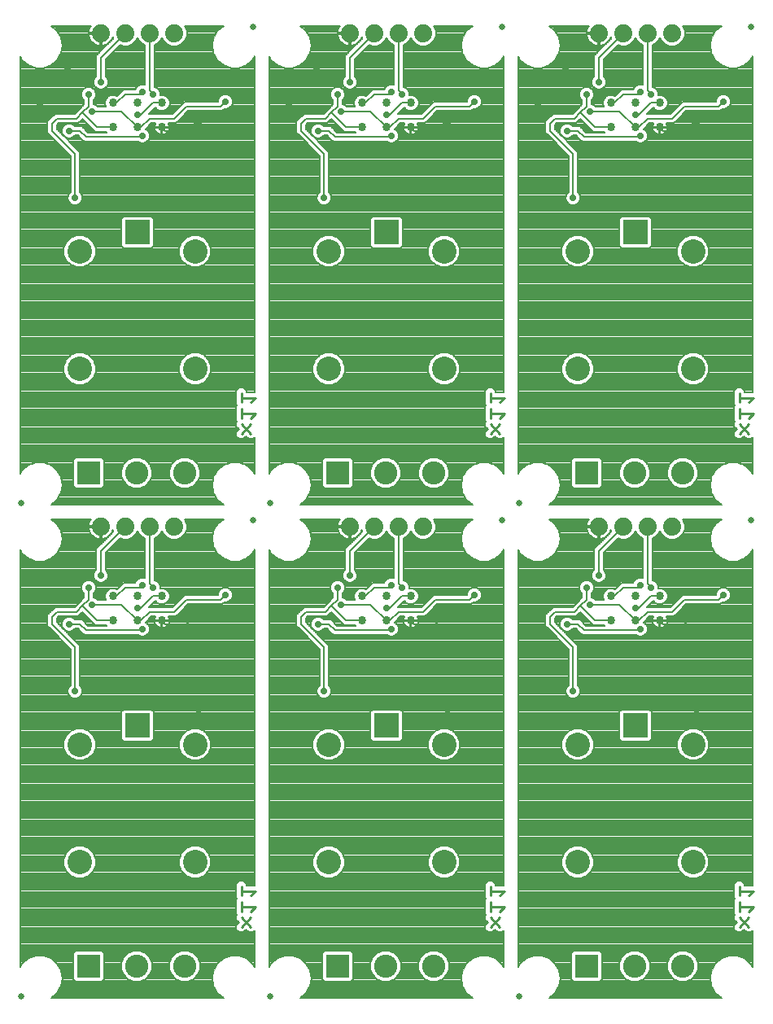
<source format=gbl>
G75*
%MOIN*%
%OFA0B0*%
%FSLAX25Y25*%
%IPPOS*%
%LPD*%
%AMOC8*
5,1,8,0,0,1.08239X$1,22.5*
%
%ADD10C,0.01100*%
%ADD11R,0.10000X0.10000*%
%ADD12C,0.10000*%
%ADD13C,0.02500*%
%ADD14C,0.03400*%
%ADD15R,0.09500X0.09500*%
%ADD16C,0.09500*%
%ADD17C,0.07400*%
%ADD18C,0.00700*%
%ADD19C,0.02900*%
D10*
X0097609Y0033382D02*
X0101546Y0037318D01*
X0101546Y0039827D02*
X0103514Y0041796D01*
X0097609Y0041796D01*
X0097609Y0043764D02*
X0097609Y0039827D01*
X0097609Y0037318D02*
X0101546Y0033382D01*
X0101546Y0046273D02*
X0103514Y0048241D01*
X0097609Y0048241D01*
X0097609Y0046273D02*
X0097609Y0050209D01*
X0199609Y0050209D02*
X0199609Y0046273D01*
X0199609Y0048241D02*
X0205514Y0048241D01*
X0203546Y0046273D01*
X0205514Y0041796D02*
X0199609Y0041796D01*
X0199609Y0043764D02*
X0199609Y0039827D01*
X0199609Y0037318D02*
X0203546Y0033382D01*
X0203546Y0037318D02*
X0199609Y0033382D01*
X0203546Y0039827D02*
X0205514Y0041796D01*
X0301609Y0041796D02*
X0307514Y0041796D01*
X0305546Y0039827D01*
X0305546Y0037318D02*
X0301609Y0033382D01*
X0301609Y0037318D02*
X0305546Y0033382D01*
X0301609Y0039827D02*
X0301609Y0043764D01*
X0301609Y0046273D02*
X0301609Y0050209D01*
X0301609Y0048241D02*
X0307514Y0048241D01*
X0305546Y0046273D01*
X0305546Y0235382D02*
X0301609Y0239318D01*
X0301609Y0241827D02*
X0301609Y0245764D01*
X0301609Y0243796D02*
X0307514Y0243796D01*
X0305546Y0241827D01*
X0305546Y0239318D02*
X0301609Y0235382D01*
X0301609Y0248273D02*
X0301609Y0252209D01*
X0301609Y0250241D02*
X0307514Y0250241D01*
X0305546Y0248273D01*
X0205514Y0250241D02*
X0199609Y0250241D01*
X0199609Y0248273D02*
X0199609Y0252209D01*
X0203546Y0248273D02*
X0205514Y0250241D01*
X0205514Y0243796D02*
X0199609Y0243796D01*
X0199609Y0245764D02*
X0199609Y0241827D01*
X0199609Y0239318D02*
X0203546Y0235382D01*
X0203546Y0239318D02*
X0199609Y0235382D01*
X0203546Y0241827D02*
X0205514Y0243796D01*
X0103514Y0243796D02*
X0097609Y0243796D01*
X0097609Y0245764D02*
X0097609Y0241827D01*
X0097609Y0239318D02*
X0101546Y0235382D01*
X0101546Y0239318D02*
X0097609Y0235382D01*
X0101546Y0241827D02*
X0103514Y0243796D01*
X0101546Y0248273D02*
X0103514Y0250241D01*
X0097609Y0250241D01*
X0097609Y0248273D02*
X0097609Y0252209D01*
D11*
X0055079Y0318043D03*
X0157079Y0318043D03*
X0259079Y0318043D03*
X0259079Y0116043D03*
X0157079Y0116043D03*
X0055079Y0116043D03*
D12*
X0031457Y0108169D03*
X0031457Y0060138D03*
X0078701Y0060138D03*
X0078701Y0108169D03*
X0133457Y0108169D03*
X0133457Y0060138D03*
X0180701Y0060138D03*
X0180701Y0108169D03*
X0235457Y0108169D03*
X0235457Y0060138D03*
X0282701Y0060138D03*
X0282701Y0108169D03*
X0282701Y0262138D03*
X0282701Y0310169D03*
X0235457Y0310169D03*
X0235457Y0262138D03*
X0180701Y0262138D03*
X0180701Y0310169D03*
X0133457Y0310169D03*
X0133457Y0262138D03*
X0078701Y0262138D03*
X0078701Y0310169D03*
X0031457Y0310169D03*
X0031457Y0262138D03*
D13*
X0007559Y0005000D03*
X0109559Y0005000D03*
X0211559Y0005000D03*
X0204559Y0200000D03*
X0211559Y0207000D03*
X0306559Y0200000D03*
X0306559Y0402000D03*
X0204559Y0402000D03*
X0102559Y0402000D03*
X0109559Y0207000D03*
X0102559Y0200000D03*
X0007559Y0207000D03*
D14*
X0015059Y0167500D03*
X0045059Y0169000D03*
X0045059Y0159000D03*
X0055059Y0159000D03*
X0055059Y0169000D03*
X0065059Y0169000D03*
X0065059Y0159000D03*
X0117059Y0167500D03*
X0147059Y0169000D03*
X0147059Y0159000D03*
X0157059Y0159000D03*
X0157059Y0169000D03*
X0167059Y0169000D03*
X0167059Y0159000D03*
X0219059Y0167500D03*
X0249059Y0169000D03*
X0249059Y0159000D03*
X0259059Y0159000D03*
X0259059Y0169000D03*
X0269059Y0169000D03*
X0269059Y0159000D03*
X0269059Y0361000D03*
X0259059Y0361000D03*
X0259059Y0371000D03*
X0269059Y0371000D03*
X0249059Y0371000D03*
X0249059Y0361000D03*
X0219059Y0369500D03*
X0167059Y0371000D03*
X0157059Y0371000D03*
X0157059Y0361000D03*
X0167059Y0361000D03*
X0147059Y0361000D03*
X0147059Y0371000D03*
X0117059Y0369500D03*
X0065059Y0371000D03*
X0055059Y0371000D03*
X0055059Y0361000D03*
X0065059Y0361000D03*
X0045059Y0361000D03*
X0045059Y0371000D03*
X0015059Y0369500D03*
D15*
X0035059Y0219500D03*
X0137059Y0219500D03*
X0239059Y0219500D03*
X0239059Y0017500D03*
X0137059Y0017500D03*
X0035059Y0017500D03*
D16*
X0054744Y0017500D03*
X0074429Y0017500D03*
X0156744Y0017500D03*
X0176429Y0017500D03*
X0258744Y0017500D03*
X0278429Y0017500D03*
X0278429Y0219500D03*
X0258744Y0219500D03*
X0176429Y0219500D03*
X0156744Y0219500D03*
X0074429Y0219500D03*
X0054744Y0219500D03*
D17*
X0050059Y0197500D03*
X0040059Y0197500D03*
X0060059Y0197500D03*
X0070059Y0197500D03*
X0142059Y0197500D03*
X0152059Y0197500D03*
X0162059Y0197500D03*
X0172059Y0197500D03*
X0244059Y0197500D03*
X0254059Y0197500D03*
X0264059Y0197500D03*
X0274059Y0197500D03*
X0274059Y0399500D03*
X0264059Y0399500D03*
X0254059Y0399500D03*
X0244059Y0399500D03*
X0172059Y0399500D03*
X0162059Y0399500D03*
X0152059Y0399500D03*
X0142059Y0399500D03*
X0070059Y0399500D03*
X0060059Y0399500D03*
X0050059Y0399500D03*
X0040059Y0399500D03*
D18*
X0039709Y0399254D02*
X0022995Y0399254D01*
X0023399Y0398556D02*
X0035096Y0398556D01*
X0035134Y0398317D02*
X0035379Y0397561D01*
X0035740Y0396853D01*
X0036207Y0396210D01*
X0036769Y0395648D01*
X0037413Y0395181D01*
X0038121Y0394820D01*
X0038877Y0394574D01*
X0039662Y0394450D01*
X0039709Y0394450D01*
X0039709Y0399150D01*
X0035009Y0399150D01*
X0035009Y0399103D01*
X0035134Y0398317D01*
X0035283Y0397857D02*
X0023802Y0397857D01*
X0023886Y0397712D02*
X0022255Y0400537D01*
X0022255Y0400537D01*
X0019856Y0402550D01*
X0036033Y0402550D01*
X0035740Y0402147D01*
X0035379Y0401439D01*
X0035134Y0400683D01*
X0035009Y0399897D01*
X0035009Y0399850D01*
X0039709Y0399850D01*
X0039709Y0399150D01*
X0040409Y0399150D01*
X0040409Y0394450D01*
X0040457Y0394450D01*
X0041242Y0394574D01*
X0041998Y0394820D01*
X0042706Y0395181D01*
X0043349Y0395648D01*
X0043911Y0396210D01*
X0044378Y0396853D01*
X0044739Y0397561D01*
X0044933Y0398157D01*
X0045254Y0397382D01*
X0038159Y0390287D01*
X0038159Y0381843D01*
X0037516Y0381199D01*
X0037059Y0380097D01*
X0037059Y0378903D01*
X0037516Y0377801D01*
X0038360Y0376957D01*
X0039463Y0376500D01*
X0040656Y0376500D01*
X0041759Y0376957D01*
X0042603Y0377801D01*
X0043059Y0378903D01*
X0043059Y0380097D01*
X0042603Y0381199D01*
X0041959Y0381843D01*
X0041959Y0388713D01*
X0047941Y0394695D01*
X0049015Y0394250D01*
X0051104Y0394250D01*
X0053033Y0395049D01*
X0054510Y0396526D01*
X0055059Y0397852D01*
X0055609Y0396526D01*
X0057085Y0395049D01*
X0058159Y0394604D01*
X0058159Y0378292D01*
X0057656Y0378500D01*
X0056463Y0378500D01*
X0055360Y0378043D01*
X0054516Y0377199D01*
X0054185Y0376400D01*
X0049272Y0376400D01*
X0046707Y0373835D01*
X0045706Y0374250D01*
X0044413Y0374250D01*
X0043218Y0373755D01*
X0042304Y0372841D01*
X0041809Y0371646D01*
X0041809Y0370354D01*
X0042204Y0369400D01*
X0038902Y0369400D01*
X0038259Y0370043D01*
X0037156Y0370500D01*
X0036959Y0370500D01*
X0036959Y0372157D01*
X0037603Y0372801D01*
X0038059Y0373903D01*
X0038059Y0375097D01*
X0037603Y0376199D01*
X0036759Y0377043D01*
X0035656Y0377500D01*
X0034463Y0377500D01*
X0033360Y0377043D01*
X0032516Y0376199D01*
X0032059Y0375097D01*
X0032059Y0373903D01*
X0032516Y0372801D01*
X0033159Y0372157D01*
X0033159Y0370287D01*
X0031772Y0368900D01*
X0030659Y0367787D01*
X0029272Y0366400D01*
X0021272Y0366400D01*
X0020159Y0365287D01*
X0018159Y0363287D01*
X0018159Y0358713D01*
X0027659Y0349213D01*
X0027659Y0334343D01*
X0027016Y0333699D01*
X0026559Y0332597D01*
X0026559Y0331403D01*
X0027016Y0330301D01*
X0027860Y0329457D01*
X0028963Y0329000D01*
X0030156Y0329000D01*
X0031259Y0329457D01*
X0032103Y0330301D01*
X0032559Y0331403D01*
X0032559Y0332597D01*
X0032103Y0333699D01*
X0031459Y0334343D01*
X0031459Y0350787D01*
X0021959Y0360287D01*
X0021959Y0361713D01*
X0022846Y0362600D01*
X0030846Y0362600D01*
X0031959Y0363713D01*
X0032559Y0364313D01*
X0037772Y0359100D01*
X0042363Y0359100D01*
X0042563Y0358900D01*
X0034846Y0358900D01*
X0032346Y0361400D01*
X0029402Y0361400D01*
X0028759Y0362043D01*
X0027656Y0362500D01*
X0026463Y0362500D01*
X0025360Y0362043D01*
X0024516Y0361199D01*
X0024059Y0360097D01*
X0024059Y0358903D01*
X0024516Y0357801D01*
X0025360Y0356957D01*
X0026463Y0356500D01*
X0027656Y0356500D01*
X0028759Y0356957D01*
X0029402Y0357600D01*
X0030772Y0357600D01*
X0032159Y0356213D01*
X0033272Y0355100D01*
X0055217Y0355100D01*
X0055360Y0354957D01*
X0056463Y0354500D01*
X0057656Y0354500D01*
X0058759Y0354957D01*
X0059603Y0355801D01*
X0060059Y0356903D01*
X0060059Y0358097D01*
X0059603Y0359199D01*
X0058759Y0360043D01*
X0058427Y0360181D01*
X0058459Y0360213D01*
X0060846Y0362600D01*
X0062460Y0362600D01*
X0062356Y0362445D01*
X0062127Y0361890D01*
X0062009Y0361300D01*
X0062009Y0361150D01*
X0064909Y0361150D01*
X0064909Y0360850D01*
X0062009Y0360850D01*
X0062009Y0360700D01*
X0062127Y0360110D01*
X0062356Y0359555D01*
X0062690Y0359056D01*
X0063115Y0358631D01*
X0063615Y0358297D01*
X0064170Y0358067D01*
X0064759Y0357950D01*
X0064909Y0357950D01*
X0064909Y0360850D01*
X0065209Y0360850D01*
X0065209Y0357950D01*
X0065360Y0357950D01*
X0065949Y0358067D01*
X0066504Y0358297D01*
X0067004Y0358631D01*
X0067428Y0359056D01*
X0067762Y0359555D01*
X0067992Y0360110D01*
X0068109Y0360700D01*
X0068109Y0360850D01*
X0065209Y0360850D01*
X0065209Y0361150D01*
X0068109Y0361150D01*
X0068109Y0361300D01*
X0067992Y0361890D01*
X0067762Y0362445D01*
X0067658Y0362600D01*
X0070846Y0362600D01*
X0071959Y0363713D01*
X0075846Y0367600D01*
X0089846Y0367600D01*
X0090746Y0368500D01*
X0091656Y0368500D01*
X0092759Y0368957D01*
X0093603Y0369801D01*
X0094059Y0370903D01*
X0094059Y0372097D01*
X0093603Y0373199D01*
X0092759Y0374043D01*
X0091656Y0374500D01*
X0090463Y0374500D01*
X0089360Y0374043D01*
X0088516Y0373199D01*
X0088059Y0372097D01*
X0088059Y0371400D01*
X0074272Y0371400D01*
X0069272Y0366400D01*
X0059646Y0366400D01*
X0062346Y0369100D01*
X0062363Y0369100D01*
X0063218Y0368245D01*
X0064413Y0367750D01*
X0065706Y0367750D01*
X0066900Y0368245D01*
X0067815Y0369159D01*
X0068309Y0370354D01*
X0068309Y0371646D01*
X0067815Y0372841D01*
X0066900Y0373755D01*
X0065706Y0374250D01*
X0064559Y0374250D01*
X0064559Y0375097D01*
X0064103Y0376199D01*
X0063259Y0377043D01*
X0062156Y0377500D01*
X0061959Y0377500D01*
X0061959Y0394604D01*
X0063033Y0395049D01*
X0064510Y0396526D01*
X0065059Y0397852D01*
X0065609Y0396526D01*
X0067085Y0395049D01*
X0069015Y0394250D01*
X0071104Y0394250D01*
X0073033Y0395049D01*
X0074510Y0396526D01*
X0075309Y0398456D01*
X0075309Y0400544D01*
X0074510Y0402474D01*
X0074434Y0402550D01*
X0090263Y0402550D01*
X0087864Y0400537D01*
X0086233Y0397712D01*
X0085667Y0394500D01*
X0086233Y0391288D01*
X0086233Y0391287D01*
X0087864Y0388462D01*
X0090363Y0386366D01*
X0093428Y0385250D01*
X0096690Y0385250D01*
X0099756Y0386366D01*
X0102255Y0388462D01*
X0102255Y0388462D01*
X0102255Y0388462D01*
X0103109Y0389943D01*
X0103109Y0252341D01*
X0099709Y0252341D01*
X0099709Y0253079D01*
X0098479Y0254309D01*
X0096739Y0254309D01*
X0095509Y0253079D01*
X0095509Y0247403D01*
X0095894Y0247018D01*
X0095509Y0246634D01*
X0095509Y0240957D01*
X0095894Y0240573D01*
X0095509Y0240188D01*
X0095509Y0238449D01*
X0096608Y0237350D01*
X0095509Y0236252D01*
X0095509Y0234512D01*
X0096739Y0233282D01*
X0098479Y0233282D01*
X0099578Y0234380D01*
X0100676Y0233282D01*
X0102416Y0233282D01*
X0103109Y0233975D01*
X0103109Y0219057D01*
X0102255Y0220537D01*
X0102255Y0220537D01*
X0099756Y0222634D01*
X0096690Y0223750D01*
X0093428Y0223750D01*
X0090363Y0222634D01*
X0087864Y0220537D01*
X0086233Y0217712D01*
X0085667Y0214500D01*
X0086233Y0211288D01*
X0086233Y0211287D01*
X0087864Y0208462D01*
X0087864Y0208462D01*
X0090263Y0206450D01*
X0019856Y0206450D01*
X0022255Y0208462D01*
X0022255Y0208462D01*
X0022255Y0208462D01*
X0023886Y0211287D01*
X0023886Y0211288D01*
X0024452Y0214500D01*
X0023886Y0217712D01*
X0022255Y0220537D01*
X0022255Y0220537D01*
X0019756Y0222634D01*
X0016690Y0223750D01*
X0013428Y0223750D01*
X0010363Y0222634D01*
X0007864Y0220537D01*
X0007009Y0219057D01*
X0007009Y0389943D01*
X0007864Y0388462D01*
X0010363Y0386366D01*
X0013428Y0385250D01*
X0016690Y0385250D01*
X0019756Y0386366D01*
X0022255Y0388462D01*
X0022255Y0388462D01*
X0022255Y0388462D01*
X0023886Y0391287D01*
X0023886Y0391288D01*
X0024452Y0394500D01*
X0023886Y0397712D01*
X0023886Y0397712D01*
X0023983Y0397159D02*
X0035584Y0397159D01*
X0036026Y0396460D02*
X0024106Y0396460D01*
X0024230Y0395762D02*
X0036656Y0395762D01*
X0037643Y0395063D02*
X0024353Y0395063D01*
X0024452Y0394500D02*
X0024452Y0394500D01*
X0024428Y0394365D02*
X0042237Y0394365D01*
X0042476Y0395063D02*
X0042936Y0395063D01*
X0043463Y0395762D02*
X0043634Y0395762D01*
X0044093Y0396460D02*
X0044333Y0396460D01*
X0044534Y0397159D02*
X0045031Y0397159D01*
X0045057Y0397857D02*
X0044835Y0397857D01*
X0040409Y0397857D02*
X0039709Y0397857D01*
X0039709Y0397159D02*
X0040409Y0397159D01*
X0040409Y0396460D02*
X0039709Y0396460D01*
X0039709Y0395762D02*
X0040409Y0395762D01*
X0040409Y0395063D02*
X0039709Y0395063D01*
X0041539Y0393666D02*
X0024305Y0393666D01*
X0024182Y0392968D02*
X0040840Y0392968D01*
X0040142Y0392269D02*
X0024059Y0392269D01*
X0023936Y0391571D02*
X0039443Y0391571D01*
X0038745Y0390872D02*
X0023646Y0390872D01*
X0023243Y0390174D02*
X0038159Y0390174D01*
X0038159Y0389475D02*
X0022839Y0389475D01*
X0022436Y0388777D02*
X0038159Y0388777D01*
X0038159Y0388078D02*
X0021797Y0388078D01*
X0020964Y0387380D02*
X0038159Y0387380D01*
X0038159Y0386681D02*
X0020132Y0386681D01*
X0019756Y0386366D02*
X0019756Y0386366D01*
X0018703Y0385983D02*
X0038159Y0385983D01*
X0038159Y0385284D02*
X0016784Y0385284D01*
X0013334Y0385284D02*
X0007009Y0385284D01*
X0007009Y0384586D02*
X0038159Y0384586D01*
X0038159Y0383887D02*
X0007009Y0383887D01*
X0007009Y0383189D02*
X0038159Y0383189D01*
X0038159Y0382490D02*
X0007009Y0382490D01*
X0007009Y0381792D02*
X0038108Y0381792D01*
X0037472Y0381093D02*
X0007009Y0381093D01*
X0007009Y0380395D02*
X0037183Y0380395D01*
X0037059Y0379696D02*
X0007009Y0379696D01*
X0007009Y0378998D02*
X0037059Y0378998D01*
X0037310Y0378299D02*
X0007009Y0378299D01*
X0007009Y0377601D02*
X0037716Y0377601D01*
X0038492Y0376902D02*
X0036900Y0376902D01*
X0037598Y0376204D02*
X0049076Y0376204D01*
X0048377Y0375505D02*
X0037890Y0375505D01*
X0038059Y0374807D02*
X0047679Y0374807D01*
X0046980Y0374108D02*
X0046049Y0374108D01*
X0044070Y0374108D02*
X0038059Y0374108D01*
X0037855Y0373410D02*
X0042873Y0373410D01*
X0042250Y0372711D02*
X0037513Y0372711D01*
X0036959Y0372012D02*
X0041961Y0372012D01*
X0041809Y0371314D02*
X0036959Y0371314D01*
X0036959Y0370615D02*
X0041809Y0370615D01*
X0041990Y0369917D02*
X0038385Y0369917D01*
X0036559Y0367500D02*
X0048559Y0367500D01*
X0055059Y0361000D01*
X0056559Y0361000D01*
X0060059Y0364500D01*
X0070059Y0364500D01*
X0075059Y0369500D01*
X0089059Y0369500D01*
X0091059Y0371500D01*
X0088314Y0372711D02*
X0067868Y0372711D01*
X0068158Y0372012D02*
X0088059Y0372012D01*
X0088726Y0373410D02*
X0067246Y0373410D01*
X0066049Y0374108D02*
X0089516Y0374108D01*
X0092602Y0374108D02*
X0103109Y0374108D01*
X0103109Y0373410D02*
X0093392Y0373410D01*
X0093805Y0372711D02*
X0103109Y0372711D01*
X0103109Y0372012D02*
X0094059Y0372012D01*
X0094059Y0371314D02*
X0103109Y0371314D01*
X0103109Y0370615D02*
X0093940Y0370615D01*
X0093651Y0369917D02*
X0103109Y0369917D01*
X0103109Y0369218D02*
X0093020Y0369218D01*
X0091704Y0368520D02*
X0103109Y0368520D01*
X0103109Y0367821D02*
X0090068Y0367821D01*
X0080059Y0362500D02*
X0078059Y0362500D01*
X0075059Y0359500D01*
X0066559Y0359500D01*
X0065059Y0361000D01*
X0064909Y0360836D02*
X0065209Y0360836D01*
X0065209Y0360138D02*
X0064909Y0360138D01*
X0064909Y0359439D02*
X0065209Y0359439D01*
X0065209Y0358741D02*
X0064909Y0358741D01*
X0064909Y0358042D02*
X0065209Y0358042D01*
X0065824Y0358042D02*
X0103109Y0358042D01*
X0103109Y0357344D02*
X0060059Y0357344D01*
X0060059Y0358042D02*
X0064295Y0358042D01*
X0063005Y0358741D02*
X0059793Y0358741D01*
X0059363Y0359439D02*
X0062434Y0359439D01*
X0062121Y0360138D02*
X0058530Y0360138D01*
X0059083Y0360836D02*
X0062009Y0360836D01*
X0062056Y0361535D02*
X0059781Y0361535D01*
X0060480Y0362233D02*
X0062269Y0362233D01*
X0059671Y0366424D02*
X0069297Y0366424D01*
X0069995Y0367123D02*
X0060369Y0367123D01*
X0061068Y0367821D02*
X0064240Y0367821D01*
X0062943Y0368520D02*
X0061766Y0368520D01*
X0061559Y0371000D02*
X0056559Y0366000D01*
X0055059Y0366000D01*
X0061559Y0371000D02*
X0065059Y0371000D01*
X0068128Y0369917D02*
X0072789Y0369917D01*
X0072091Y0369218D02*
X0067839Y0369218D01*
X0067175Y0368520D02*
X0071392Y0368520D01*
X0070694Y0367821D02*
X0065878Y0367821D01*
X0068309Y0370615D02*
X0073488Y0370615D01*
X0074186Y0371314D02*
X0068309Y0371314D01*
X0064559Y0374807D02*
X0103109Y0374807D01*
X0103109Y0375505D02*
X0064390Y0375505D01*
X0064098Y0376204D02*
X0103109Y0376204D01*
X0103109Y0376902D02*
X0063400Y0376902D01*
X0061959Y0377601D02*
X0103109Y0377601D01*
X0103109Y0378299D02*
X0061959Y0378299D01*
X0061959Y0378998D02*
X0103109Y0378998D01*
X0103109Y0379696D02*
X0061959Y0379696D01*
X0061959Y0380395D02*
X0103109Y0380395D01*
X0103109Y0381093D02*
X0061959Y0381093D01*
X0061959Y0381792D02*
X0103109Y0381792D01*
X0103109Y0382490D02*
X0061959Y0382490D01*
X0061959Y0383189D02*
X0103109Y0383189D01*
X0103109Y0383887D02*
X0061959Y0383887D01*
X0061959Y0384586D02*
X0103109Y0384586D01*
X0103109Y0385284D02*
X0096784Y0385284D01*
X0098703Y0385983D02*
X0103109Y0385983D01*
X0103109Y0386681D02*
X0100132Y0386681D01*
X0099756Y0386366D02*
X0099756Y0386366D01*
X0100964Y0387380D02*
X0103109Y0387380D01*
X0103109Y0388078D02*
X0101797Y0388078D01*
X0102436Y0388777D02*
X0103109Y0388777D01*
X0103109Y0389475D02*
X0102839Y0389475D01*
X0109009Y0389475D02*
X0109279Y0389475D01*
X0109009Y0389943D02*
X0109864Y0388462D01*
X0112363Y0386366D01*
X0115428Y0385250D01*
X0118690Y0385250D01*
X0121756Y0386366D01*
X0124255Y0388462D01*
X0124255Y0388462D01*
X0124255Y0388462D01*
X0125886Y0391287D01*
X0125886Y0391288D01*
X0126452Y0394500D01*
X0125886Y0397712D01*
X0124255Y0400537D01*
X0124255Y0400537D01*
X0121856Y0402550D01*
X0138033Y0402550D01*
X0137740Y0402147D01*
X0137379Y0401439D01*
X0137134Y0400683D01*
X0137009Y0399897D01*
X0137009Y0399850D01*
X0141709Y0399850D01*
X0141709Y0399150D01*
X0137009Y0399150D01*
X0137009Y0399103D01*
X0137134Y0398317D01*
X0137379Y0397561D01*
X0137740Y0396853D01*
X0138207Y0396210D01*
X0138769Y0395648D01*
X0139413Y0395181D01*
X0140121Y0394820D01*
X0140877Y0394574D01*
X0141662Y0394450D01*
X0141709Y0394450D01*
X0141709Y0399150D01*
X0142409Y0399150D01*
X0142409Y0394450D01*
X0142457Y0394450D01*
X0143242Y0394574D01*
X0143998Y0394820D01*
X0144706Y0395181D01*
X0145349Y0395648D01*
X0145911Y0396210D01*
X0146378Y0396853D01*
X0146739Y0397561D01*
X0146933Y0398157D01*
X0147254Y0397382D01*
X0140159Y0390287D01*
X0140159Y0381843D01*
X0139516Y0381199D01*
X0139059Y0380097D01*
X0139059Y0378903D01*
X0139516Y0377801D01*
X0140360Y0376957D01*
X0141463Y0376500D01*
X0142656Y0376500D01*
X0143759Y0376957D01*
X0144603Y0377801D01*
X0145059Y0378903D01*
X0145059Y0380097D01*
X0144603Y0381199D01*
X0143959Y0381843D01*
X0143959Y0388713D01*
X0149941Y0394695D01*
X0151015Y0394250D01*
X0153104Y0394250D01*
X0155033Y0395049D01*
X0156510Y0396526D01*
X0157059Y0397852D01*
X0157609Y0396526D01*
X0159085Y0395049D01*
X0160159Y0394604D01*
X0160159Y0378292D01*
X0159656Y0378500D01*
X0158463Y0378500D01*
X0157360Y0378043D01*
X0156516Y0377199D01*
X0156185Y0376400D01*
X0151272Y0376400D01*
X0148707Y0373835D01*
X0147706Y0374250D01*
X0146413Y0374250D01*
X0145218Y0373755D01*
X0144304Y0372841D01*
X0143809Y0371646D01*
X0143809Y0370354D01*
X0144204Y0369400D01*
X0140902Y0369400D01*
X0140259Y0370043D01*
X0139156Y0370500D01*
X0138959Y0370500D01*
X0138959Y0372157D01*
X0139603Y0372801D01*
X0140059Y0373903D01*
X0140059Y0375097D01*
X0139603Y0376199D01*
X0138759Y0377043D01*
X0137656Y0377500D01*
X0136463Y0377500D01*
X0135360Y0377043D01*
X0134516Y0376199D01*
X0134059Y0375097D01*
X0134059Y0373903D01*
X0134516Y0372801D01*
X0135159Y0372157D01*
X0135159Y0370287D01*
X0133772Y0368900D01*
X0132659Y0367787D01*
X0131272Y0366400D01*
X0123272Y0366400D01*
X0120159Y0363287D01*
X0120159Y0358713D01*
X0121272Y0357600D01*
X0129659Y0349213D01*
X0129659Y0334343D01*
X0129016Y0333699D01*
X0128559Y0332597D01*
X0128559Y0331403D01*
X0129016Y0330301D01*
X0129860Y0329457D01*
X0130963Y0329000D01*
X0132156Y0329000D01*
X0133259Y0329457D01*
X0134103Y0330301D01*
X0134559Y0331403D01*
X0134559Y0332597D01*
X0134103Y0333699D01*
X0133459Y0334343D01*
X0133459Y0350787D01*
X0132346Y0351900D01*
X0123959Y0360287D01*
X0123959Y0361713D01*
X0124846Y0362600D01*
X0132846Y0362600D01*
X0134559Y0364313D01*
X0139772Y0359100D01*
X0144363Y0359100D01*
X0144563Y0358900D01*
X0136846Y0358900D01*
X0134346Y0361400D01*
X0131402Y0361400D01*
X0130759Y0362043D01*
X0129656Y0362500D01*
X0128463Y0362500D01*
X0127360Y0362043D01*
X0126516Y0361199D01*
X0126059Y0360097D01*
X0126059Y0358903D01*
X0126516Y0357801D01*
X0127360Y0356957D01*
X0128463Y0356500D01*
X0129656Y0356500D01*
X0130759Y0356957D01*
X0131402Y0357600D01*
X0132772Y0357600D01*
X0134159Y0356213D01*
X0135272Y0355100D01*
X0157217Y0355100D01*
X0157360Y0354957D01*
X0158463Y0354500D01*
X0159656Y0354500D01*
X0160759Y0354957D01*
X0161603Y0355801D01*
X0162059Y0356903D01*
X0162059Y0358097D01*
X0161603Y0359199D01*
X0160759Y0360043D01*
X0160427Y0360181D01*
X0160459Y0360213D01*
X0162846Y0362600D01*
X0164460Y0362600D01*
X0164356Y0362445D01*
X0164127Y0361890D01*
X0164009Y0361300D01*
X0164009Y0361150D01*
X0166909Y0361150D01*
X0166909Y0360850D01*
X0164009Y0360850D01*
X0164009Y0360700D01*
X0164127Y0360110D01*
X0164356Y0359555D01*
X0164690Y0359056D01*
X0165115Y0358631D01*
X0165615Y0358297D01*
X0166170Y0358067D01*
X0166759Y0357950D01*
X0166909Y0357950D01*
X0166909Y0360850D01*
X0167209Y0360850D01*
X0167209Y0357950D01*
X0167360Y0357950D01*
X0167949Y0358067D01*
X0168504Y0358297D01*
X0169004Y0358631D01*
X0169428Y0359056D01*
X0169762Y0359555D01*
X0169992Y0360110D01*
X0170109Y0360700D01*
X0170109Y0360850D01*
X0167209Y0360850D01*
X0167209Y0361150D01*
X0170109Y0361150D01*
X0170109Y0361300D01*
X0169992Y0361890D01*
X0169762Y0362445D01*
X0169658Y0362600D01*
X0172846Y0362600D01*
X0173959Y0363713D01*
X0177846Y0367600D01*
X0191846Y0367600D01*
X0192746Y0368500D01*
X0193656Y0368500D01*
X0194759Y0368957D01*
X0195603Y0369801D01*
X0196059Y0370903D01*
X0196059Y0372097D01*
X0195603Y0373199D01*
X0194759Y0374043D01*
X0193656Y0374500D01*
X0192463Y0374500D01*
X0191360Y0374043D01*
X0190516Y0373199D01*
X0190059Y0372097D01*
X0190059Y0371400D01*
X0176272Y0371400D01*
X0171272Y0366400D01*
X0161646Y0366400D01*
X0164346Y0369100D01*
X0164363Y0369100D01*
X0165218Y0368245D01*
X0166413Y0367750D01*
X0167706Y0367750D01*
X0168900Y0368245D01*
X0169815Y0369159D01*
X0170309Y0370354D01*
X0170309Y0371646D01*
X0169815Y0372841D01*
X0168900Y0373755D01*
X0167706Y0374250D01*
X0166559Y0374250D01*
X0166559Y0375097D01*
X0166103Y0376199D01*
X0165259Y0377043D01*
X0164156Y0377500D01*
X0163959Y0377500D01*
X0163959Y0394604D01*
X0165033Y0395049D01*
X0166510Y0396526D01*
X0167059Y0397852D01*
X0167609Y0396526D01*
X0169085Y0395049D01*
X0171015Y0394250D01*
X0173104Y0394250D01*
X0175033Y0395049D01*
X0176510Y0396526D01*
X0177309Y0398456D01*
X0177309Y0400544D01*
X0176510Y0402474D01*
X0176434Y0402550D01*
X0192263Y0402550D01*
X0189864Y0400537D01*
X0188233Y0397712D01*
X0187667Y0394500D01*
X0188233Y0391288D01*
X0188233Y0391287D01*
X0189864Y0388462D01*
X0192363Y0386366D01*
X0195428Y0385250D01*
X0198690Y0385250D01*
X0201756Y0386366D01*
X0204255Y0388462D01*
X0204255Y0388462D01*
X0204255Y0388462D01*
X0205109Y0389943D01*
X0205109Y0252341D01*
X0201709Y0252341D01*
X0201709Y0253079D01*
X0200479Y0254309D01*
X0198739Y0254309D01*
X0197509Y0253079D01*
X0197509Y0247403D01*
X0197894Y0247018D01*
X0197509Y0246634D01*
X0197509Y0240957D01*
X0197894Y0240573D01*
X0197509Y0240188D01*
X0197509Y0238449D01*
X0198608Y0237350D01*
X0197509Y0236252D01*
X0197509Y0234512D01*
X0198739Y0233282D01*
X0200479Y0233282D01*
X0201578Y0234380D01*
X0202676Y0233282D01*
X0204416Y0233282D01*
X0205109Y0233975D01*
X0205109Y0219057D01*
X0204255Y0220537D01*
X0201756Y0222634D01*
X0201756Y0222634D01*
X0198690Y0223750D01*
X0195428Y0223750D01*
X0192363Y0222634D01*
X0189864Y0220537D01*
X0188233Y0217712D01*
X0187667Y0214500D01*
X0188233Y0211288D01*
X0188233Y0211287D01*
X0189864Y0208462D01*
X0192263Y0206450D01*
X0121856Y0206450D01*
X0124255Y0208462D01*
X0124255Y0208462D01*
X0124255Y0208462D01*
X0125886Y0211287D01*
X0125886Y0211288D01*
X0126452Y0214500D01*
X0125886Y0217712D01*
X0124255Y0220537D01*
X0124255Y0220537D01*
X0121756Y0222634D01*
X0118690Y0223750D01*
X0115428Y0223750D01*
X0112363Y0222634D01*
X0109864Y0220537D01*
X0109009Y0219057D01*
X0109009Y0389943D01*
X0109009Y0388777D02*
X0109683Y0388777D01*
X0109864Y0388462D02*
X0109864Y0388462D01*
X0110322Y0388078D02*
X0109009Y0388078D01*
X0109009Y0387380D02*
X0111154Y0387380D01*
X0111987Y0386681D02*
X0109009Y0386681D01*
X0109009Y0385983D02*
X0113415Y0385983D01*
X0112363Y0386366D02*
X0112363Y0386366D01*
X0115334Y0385284D02*
X0109009Y0385284D01*
X0109009Y0384586D02*
X0140159Y0384586D01*
X0140159Y0385284D02*
X0118784Y0385284D01*
X0120703Y0385983D02*
X0140159Y0385983D01*
X0140159Y0386681D02*
X0122132Y0386681D01*
X0121756Y0386366D02*
X0121756Y0386366D01*
X0122964Y0387380D02*
X0140159Y0387380D01*
X0140159Y0388078D02*
X0123797Y0388078D01*
X0124436Y0388777D02*
X0140159Y0388777D01*
X0140159Y0389475D02*
X0124839Y0389475D01*
X0125243Y0390174D02*
X0140159Y0390174D01*
X0140745Y0390872D02*
X0125646Y0390872D01*
X0125936Y0391571D02*
X0141443Y0391571D01*
X0142142Y0392269D02*
X0126059Y0392269D01*
X0126182Y0392968D02*
X0142840Y0392968D01*
X0143539Y0393666D02*
X0126305Y0393666D01*
X0126428Y0394365D02*
X0144237Y0394365D01*
X0144476Y0395063D02*
X0144936Y0395063D01*
X0145463Y0395762D02*
X0145634Y0395762D01*
X0146093Y0396460D02*
X0146333Y0396460D01*
X0146534Y0397159D02*
X0147031Y0397159D01*
X0147057Y0397857D02*
X0146835Y0397857D01*
X0142409Y0397857D02*
X0141709Y0397857D01*
X0141709Y0397159D02*
X0142409Y0397159D01*
X0142409Y0396460D02*
X0141709Y0396460D01*
X0141709Y0395762D02*
X0142409Y0395762D01*
X0142409Y0395063D02*
X0141709Y0395063D01*
X0139643Y0395063D02*
X0126353Y0395063D01*
X0126452Y0394500D02*
X0126452Y0394500D01*
X0126230Y0395762D02*
X0138656Y0395762D01*
X0138026Y0396460D02*
X0126106Y0396460D01*
X0125983Y0397159D02*
X0137584Y0397159D01*
X0137283Y0397857D02*
X0125802Y0397857D01*
X0125886Y0397712D02*
X0125886Y0397712D01*
X0125399Y0398556D02*
X0137096Y0398556D01*
X0137018Y0399953D02*
X0124592Y0399953D01*
X0124995Y0399254D02*
X0141709Y0399254D01*
X0141709Y0398556D02*
X0142409Y0398556D01*
X0137129Y0400651D02*
X0124119Y0400651D01*
X0123286Y0401350D02*
X0137351Y0401350D01*
X0137690Y0402048D02*
X0122454Y0402048D01*
X0109009Y0383887D02*
X0140159Y0383887D01*
X0140159Y0383189D02*
X0109009Y0383189D01*
X0109009Y0382490D02*
X0140159Y0382490D01*
X0140108Y0381792D02*
X0109009Y0381792D01*
X0109009Y0381093D02*
X0139472Y0381093D01*
X0139183Y0380395D02*
X0109009Y0380395D01*
X0109009Y0379696D02*
X0139059Y0379696D01*
X0139059Y0378998D02*
X0109009Y0378998D01*
X0109009Y0378299D02*
X0139310Y0378299D01*
X0139716Y0377601D02*
X0109009Y0377601D01*
X0109009Y0376902D02*
X0135219Y0376902D01*
X0134520Y0376204D02*
X0109009Y0376204D01*
X0109009Y0375505D02*
X0134228Y0375505D01*
X0134059Y0374807D02*
X0109009Y0374807D01*
X0109009Y0374108D02*
X0134059Y0374108D01*
X0134264Y0373410D02*
X0109009Y0373410D01*
X0109009Y0372711D02*
X0134606Y0372711D01*
X0135159Y0372012D02*
X0109009Y0372012D01*
X0109009Y0371314D02*
X0135159Y0371314D01*
X0135159Y0370615D02*
X0109009Y0370615D01*
X0109009Y0369917D02*
X0134789Y0369917D01*
X0134091Y0369218D02*
X0109009Y0369218D01*
X0109009Y0368520D02*
X0133392Y0368520D01*
X0132694Y0367821D02*
X0109009Y0367821D01*
X0109009Y0367123D02*
X0131995Y0367123D01*
X0131297Y0366424D02*
X0109009Y0366424D01*
X0109009Y0365726D02*
X0122598Y0365726D01*
X0121900Y0365027D02*
X0109009Y0365027D01*
X0109009Y0364329D02*
X0121201Y0364329D01*
X0120503Y0363630D02*
X0109009Y0363630D01*
X0109009Y0362932D02*
X0120159Y0362932D01*
X0120159Y0362233D02*
X0109009Y0362233D01*
X0109009Y0361535D02*
X0120159Y0361535D01*
X0120159Y0360836D02*
X0109009Y0360836D01*
X0109009Y0360138D02*
X0120159Y0360138D01*
X0120159Y0359439D02*
X0109009Y0359439D01*
X0109009Y0358741D02*
X0120159Y0358741D01*
X0120830Y0358042D02*
X0109009Y0358042D01*
X0109009Y0357344D02*
X0121529Y0357344D01*
X0122227Y0356645D02*
X0109009Y0356645D01*
X0109009Y0355947D02*
X0122926Y0355947D01*
X0123624Y0355248D02*
X0109009Y0355248D01*
X0109009Y0354550D02*
X0124323Y0354550D01*
X0125021Y0353851D02*
X0109009Y0353851D01*
X0109009Y0353153D02*
X0125720Y0353153D01*
X0126418Y0352454D02*
X0109009Y0352454D01*
X0109009Y0351756D02*
X0127117Y0351756D01*
X0127815Y0351057D02*
X0109009Y0351057D01*
X0109009Y0350359D02*
X0128514Y0350359D01*
X0129212Y0349660D02*
X0109009Y0349660D01*
X0109009Y0348962D02*
X0129659Y0348962D01*
X0129659Y0348263D02*
X0109009Y0348263D01*
X0109009Y0347565D02*
X0129659Y0347565D01*
X0129659Y0346866D02*
X0109009Y0346866D01*
X0109009Y0346168D02*
X0129659Y0346168D01*
X0129659Y0345469D02*
X0109009Y0345469D01*
X0109009Y0344771D02*
X0129659Y0344771D01*
X0129659Y0344072D02*
X0109009Y0344072D01*
X0109009Y0343374D02*
X0129659Y0343374D01*
X0129659Y0342675D02*
X0109009Y0342675D01*
X0109009Y0341977D02*
X0129659Y0341977D01*
X0129659Y0341278D02*
X0109009Y0341278D01*
X0109009Y0340579D02*
X0129659Y0340579D01*
X0129659Y0339881D02*
X0109009Y0339881D01*
X0109009Y0339182D02*
X0129659Y0339182D01*
X0129659Y0338484D02*
X0109009Y0338484D01*
X0109009Y0337785D02*
X0129659Y0337785D01*
X0129659Y0337087D02*
X0109009Y0337087D01*
X0109009Y0336388D02*
X0129659Y0336388D01*
X0129659Y0335690D02*
X0109009Y0335690D01*
X0109009Y0334991D02*
X0129659Y0334991D01*
X0129610Y0334293D02*
X0109009Y0334293D01*
X0109009Y0333594D02*
X0128973Y0333594D01*
X0128683Y0332896D02*
X0109009Y0332896D01*
X0109009Y0332197D02*
X0128559Y0332197D01*
X0128559Y0331499D02*
X0109009Y0331499D01*
X0109009Y0330800D02*
X0128809Y0330800D01*
X0129215Y0330102D02*
X0109009Y0330102D01*
X0109009Y0329403D02*
X0129989Y0329403D01*
X0131559Y0332000D02*
X0131559Y0350000D01*
X0122059Y0359500D01*
X0122059Y0362500D01*
X0124059Y0364500D01*
X0132059Y0364500D01*
X0134559Y0367000D01*
X0140559Y0361000D01*
X0147059Y0361000D01*
X0150559Y0367500D02*
X0138559Y0367500D01*
X0137059Y0369500D02*
X0134559Y0367000D01*
X0133877Y0363630D02*
X0135242Y0363630D01*
X0135940Y0362932D02*
X0133178Y0362932D01*
X0131267Y0361535D02*
X0137338Y0361535D01*
X0138036Y0360836D02*
X0134910Y0360836D01*
X0135609Y0360138D02*
X0138735Y0360138D01*
X0139433Y0359439D02*
X0136307Y0359439D01*
X0136059Y0357000D02*
X0133559Y0359500D01*
X0129059Y0359500D01*
X0126973Y0357344D02*
X0126903Y0357344D01*
X0126416Y0358042D02*
X0126204Y0358042D01*
X0126127Y0358741D02*
X0125506Y0358741D01*
X0126059Y0359439D02*
X0124807Y0359439D01*
X0124109Y0360138D02*
X0126076Y0360138D01*
X0126366Y0360836D02*
X0123959Y0360836D01*
X0123959Y0361535D02*
X0126852Y0361535D01*
X0127819Y0362233D02*
X0124480Y0362233D01*
X0127601Y0356645D02*
X0128112Y0356645D01*
X0128300Y0355947D02*
X0134426Y0355947D01*
X0135124Y0355248D02*
X0128998Y0355248D01*
X0129697Y0354550D02*
X0158343Y0354550D01*
X0159776Y0354550D02*
X0205109Y0354550D01*
X0205109Y0355248D02*
X0161050Y0355248D01*
X0161663Y0355947D02*
X0205109Y0355947D01*
X0205109Y0356645D02*
X0161952Y0356645D01*
X0162059Y0357344D02*
X0205109Y0357344D01*
X0205109Y0358042D02*
X0167824Y0358042D01*
X0167209Y0358042D02*
X0166909Y0358042D01*
X0166295Y0358042D02*
X0162059Y0358042D01*
X0161793Y0358741D02*
X0165005Y0358741D01*
X0164434Y0359439D02*
X0161363Y0359439D01*
X0160530Y0360138D02*
X0164121Y0360138D01*
X0164009Y0360836D02*
X0161083Y0360836D01*
X0161781Y0361535D02*
X0164056Y0361535D01*
X0164269Y0362233D02*
X0162480Y0362233D01*
X0162059Y0364500D02*
X0158559Y0361000D01*
X0157059Y0361000D01*
X0150559Y0367500D01*
X0148559Y0371000D02*
X0152059Y0374500D01*
X0158059Y0374500D01*
X0159059Y0375500D01*
X0156917Y0377601D02*
X0144403Y0377601D01*
X0144809Y0378299D02*
X0157978Y0378299D01*
X0156393Y0376902D02*
X0143627Y0376902D01*
X0145059Y0378998D02*
X0160159Y0378998D01*
X0160159Y0379696D02*
X0145059Y0379696D01*
X0144936Y0380395D02*
X0160159Y0380395D01*
X0160159Y0381093D02*
X0144647Y0381093D01*
X0144010Y0381792D02*
X0160159Y0381792D01*
X0160159Y0382490D02*
X0143959Y0382490D01*
X0143959Y0383189D02*
X0160159Y0383189D01*
X0160159Y0383887D02*
X0143959Y0383887D01*
X0143959Y0384586D02*
X0160159Y0384586D01*
X0160159Y0385284D02*
X0143959Y0385284D01*
X0143959Y0385983D02*
X0160159Y0385983D01*
X0160159Y0386681D02*
X0143959Y0386681D01*
X0143959Y0387380D02*
X0160159Y0387380D01*
X0160159Y0388078D02*
X0143959Y0388078D01*
X0144023Y0388777D02*
X0160159Y0388777D01*
X0160159Y0389475D02*
X0144722Y0389475D01*
X0145420Y0390174D02*
X0160159Y0390174D01*
X0160159Y0390872D02*
X0146119Y0390872D01*
X0146817Y0391571D02*
X0160159Y0391571D01*
X0160159Y0392269D02*
X0147516Y0392269D01*
X0148214Y0392968D02*
X0160159Y0392968D01*
X0160159Y0393666D02*
X0148913Y0393666D01*
X0149611Y0394365D02*
X0150738Y0394365D01*
X0153381Y0394365D02*
X0160159Y0394365D01*
X0159071Y0395063D02*
X0155047Y0395063D01*
X0155746Y0395762D02*
X0158373Y0395762D01*
X0157674Y0396460D02*
X0156444Y0396460D01*
X0156772Y0397159D02*
X0157346Y0397159D01*
X0162059Y0399500D02*
X0162059Y0376000D01*
X0163559Y0374500D01*
X0166390Y0375505D02*
X0205109Y0375505D01*
X0205109Y0374807D02*
X0166559Y0374807D01*
X0166098Y0376204D02*
X0205109Y0376204D01*
X0205109Y0376902D02*
X0165400Y0376902D01*
X0163959Y0377601D02*
X0205109Y0377601D01*
X0205109Y0378299D02*
X0163959Y0378299D01*
X0163959Y0378998D02*
X0205109Y0378998D01*
X0205109Y0379696D02*
X0163959Y0379696D01*
X0163959Y0380395D02*
X0205109Y0380395D01*
X0205109Y0381093D02*
X0163959Y0381093D01*
X0163959Y0381792D02*
X0205109Y0381792D01*
X0205109Y0382490D02*
X0163959Y0382490D01*
X0163959Y0383189D02*
X0205109Y0383189D01*
X0205109Y0383887D02*
X0163959Y0383887D01*
X0163959Y0384586D02*
X0205109Y0384586D01*
X0205109Y0385284D02*
X0198784Y0385284D01*
X0200703Y0385983D02*
X0205109Y0385983D01*
X0205109Y0386681D02*
X0202132Y0386681D01*
X0201756Y0386366D02*
X0201756Y0386366D01*
X0202964Y0387380D02*
X0205109Y0387380D01*
X0205109Y0388078D02*
X0203797Y0388078D01*
X0204436Y0388777D02*
X0205109Y0388777D01*
X0205109Y0389475D02*
X0204839Y0389475D01*
X0211009Y0389475D02*
X0211279Y0389475D01*
X0211009Y0389943D02*
X0211864Y0388462D01*
X0214363Y0386366D01*
X0217428Y0385250D01*
X0220690Y0385250D01*
X0223756Y0386366D01*
X0226255Y0388462D01*
X0226255Y0388462D01*
X0226255Y0388462D01*
X0227886Y0391287D01*
X0227886Y0391288D01*
X0228452Y0394500D01*
X0227886Y0397712D01*
X0226255Y0400537D01*
X0226255Y0400537D01*
X0223856Y0402550D01*
X0240033Y0402550D01*
X0239740Y0402147D01*
X0239379Y0401439D01*
X0239134Y0400683D01*
X0239009Y0399897D01*
X0239009Y0399850D01*
X0243709Y0399850D01*
X0243709Y0399150D01*
X0239009Y0399150D01*
X0239009Y0399103D01*
X0239134Y0398317D01*
X0239379Y0397561D01*
X0239740Y0396853D01*
X0240207Y0396210D01*
X0240769Y0395648D01*
X0241413Y0395181D01*
X0242121Y0394820D01*
X0242877Y0394574D01*
X0243662Y0394450D01*
X0243709Y0394450D01*
X0243709Y0399150D01*
X0244409Y0399150D01*
X0244409Y0394450D01*
X0244457Y0394450D01*
X0245242Y0394574D01*
X0245998Y0394820D01*
X0246706Y0395181D01*
X0247349Y0395648D01*
X0247911Y0396210D01*
X0248378Y0396853D01*
X0248739Y0397561D01*
X0248933Y0398157D01*
X0249254Y0397382D01*
X0242159Y0390287D01*
X0242159Y0381843D01*
X0241516Y0381199D01*
X0241059Y0380097D01*
X0241059Y0378903D01*
X0241516Y0377801D01*
X0242360Y0376957D01*
X0243463Y0376500D01*
X0244656Y0376500D01*
X0245759Y0376957D01*
X0246603Y0377801D01*
X0247059Y0378903D01*
X0247059Y0380097D01*
X0246603Y0381199D01*
X0245959Y0381843D01*
X0245959Y0388713D01*
X0251941Y0394695D01*
X0253015Y0394250D01*
X0255104Y0394250D01*
X0257033Y0395049D01*
X0258510Y0396526D01*
X0259059Y0397852D01*
X0259609Y0396526D01*
X0261085Y0395049D01*
X0262159Y0394604D01*
X0262159Y0378292D01*
X0261656Y0378500D01*
X0260463Y0378500D01*
X0259360Y0378043D01*
X0258516Y0377199D01*
X0258185Y0376400D01*
X0253272Y0376400D01*
X0250707Y0373835D01*
X0249706Y0374250D01*
X0248413Y0374250D01*
X0247218Y0373755D01*
X0246304Y0372841D01*
X0245809Y0371646D01*
X0245809Y0370354D01*
X0246204Y0369400D01*
X0242902Y0369400D01*
X0242259Y0370043D01*
X0241156Y0370500D01*
X0240959Y0370500D01*
X0240959Y0372157D01*
X0241603Y0372801D01*
X0242059Y0373903D01*
X0242059Y0375097D01*
X0241603Y0376199D01*
X0240759Y0377043D01*
X0239656Y0377500D01*
X0238463Y0377500D01*
X0237360Y0377043D01*
X0236516Y0376199D01*
X0236059Y0375097D01*
X0236059Y0373903D01*
X0236516Y0372801D01*
X0237159Y0372157D01*
X0237159Y0370287D01*
X0235772Y0368900D01*
X0233272Y0366400D01*
X0225272Y0366400D01*
X0222159Y0363287D01*
X0222159Y0358713D01*
X0223272Y0357600D01*
X0231659Y0349213D01*
X0231659Y0334343D01*
X0231016Y0333699D01*
X0230559Y0332597D01*
X0230559Y0331403D01*
X0231016Y0330301D01*
X0231860Y0329457D01*
X0232963Y0329000D01*
X0234156Y0329000D01*
X0235259Y0329457D01*
X0236103Y0330301D01*
X0236559Y0331403D01*
X0236559Y0332597D01*
X0236103Y0333699D01*
X0235459Y0334343D01*
X0235459Y0350787D01*
X0234346Y0351900D01*
X0225959Y0360287D01*
X0225959Y0361713D01*
X0226846Y0362600D01*
X0234846Y0362600D01*
X0236559Y0364313D01*
X0241772Y0359100D01*
X0246363Y0359100D01*
X0246563Y0358900D01*
X0238846Y0358900D01*
X0236346Y0361400D01*
X0233402Y0361400D01*
X0232759Y0362043D01*
X0231656Y0362500D01*
X0230463Y0362500D01*
X0229360Y0362043D01*
X0228516Y0361199D01*
X0228059Y0360097D01*
X0228059Y0358903D01*
X0228516Y0357801D01*
X0229360Y0356957D01*
X0230463Y0356500D01*
X0231656Y0356500D01*
X0232759Y0356957D01*
X0233402Y0357600D01*
X0234772Y0357600D01*
X0236159Y0356213D01*
X0237272Y0355100D01*
X0259217Y0355100D01*
X0259360Y0354957D01*
X0260463Y0354500D01*
X0261656Y0354500D01*
X0262759Y0354957D01*
X0263603Y0355801D01*
X0264059Y0356903D01*
X0264059Y0358097D01*
X0263603Y0359199D01*
X0262759Y0360043D01*
X0262427Y0360181D01*
X0262459Y0360213D01*
X0264846Y0362600D01*
X0266460Y0362600D01*
X0266356Y0362445D01*
X0266127Y0361890D01*
X0266009Y0361300D01*
X0266009Y0361150D01*
X0268909Y0361150D01*
X0268909Y0360850D01*
X0266009Y0360850D01*
X0266009Y0360700D01*
X0266127Y0360110D01*
X0266356Y0359555D01*
X0266690Y0359056D01*
X0267115Y0358631D01*
X0267615Y0358297D01*
X0268170Y0358067D01*
X0268759Y0357950D01*
X0268909Y0357950D01*
X0268909Y0360850D01*
X0269209Y0360850D01*
X0269209Y0357950D01*
X0269360Y0357950D01*
X0269949Y0358067D01*
X0270504Y0358297D01*
X0271004Y0358631D01*
X0271428Y0359056D01*
X0271762Y0359555D01*
X0271992Y0360110D01*
X0272109Y0360700D01*
X0272109Y0360850D01*
X0269209Y0360850D01*
X0269209Y0361150D01*
X0272109Y0361150D01*
X0272109Y0361300D01*
X0271992Y0361890D01*
X0271762Y0362445D01*
X0271658Y0362600D01*
X0274846Y0362600D01*
X0275959Y0363713D01*
X0279846Y0367600D01*
X0293846Y0367600D01*
X0294746Y0368500D01*
X0295656Y0368500D01*
X0296759Y0368957D01*
X0297603Y0369801D01*
X0298059Y0370903D01*
X0298059Y0372097D01*
X0297603Y0373199D01*
X0296759Y0374043D01*
X0295656Y0374500D01*
X0294463Y0374500D01*
X0293360Y0374043D01*
X0292516Y0373199D01*
X0292059Y0372097D01*
X0292059Y0371400D01*
X0278272Y0371400D01*
X0273272Y0366400D01*
X0263646Y0366400D01*
X0266346Y0369100D01*
X0266363Y0369100D01*
X0267218Y0368245D01*
X0268413Y0367750D01*
X0269706Y0367750D01*
X0270900Y0368245D01*
X0271815Y0369159D01*
X0272309Y0370354D01*
X0272309Y0371646D01*
X0271815Y0372841D01*
X0270900Y0373755D01*
X0269706Y0374250D01*
X0268559Y0374250D01*
X0268559Y0375097D01*
X0268103Y0376199D01*
X0267259Y0377043D01*
X0266156Y0377500D01*
X0265959Y0377500D01*
X0265959Y0394604D01*
X0267033Y0395049D01*
X0268510Y0396526D01*
X0269059Y0397852D01*
X0269609Y0396526D01*
X0271085Y0395049D01*
X0273015Y0394250D01*
X0275104Y0394250D01*
X0277033Y0395049D01*
X0278510Y0396526D01*
X0279309Y0398456D01*
X0279309Y0400544D01*
X0278510Y0402474D01*
X0278434Y0402550D01*
X0294263Y0402550D01*
X0291864Y0400537D01*
X0290233Y0397712D01*
X0289667Y0394500D01*
X0290233Y0391288D01*
X0290233Y0391287D01*
X0291864Y0388462D01*
X0294363Y0386366D01*
X0297428Y0385250D01*
X0300690Y0385250D01*
X0303756Y0386366D01*
X0306255Y0388462D01*
X0306255Y0388462D01*
X0306255Y0388462D01*
X0307109Y0389943D01*
X0307109Y0252341D01*
X0303709Y0252341D01*
X0303709Y0253079D01*
X0302479Y0254309D01*
X0300739Y0254309D01*
X0299509Y0253079D01*
X0299509Y0247403D01*
X0299894Y0247018D01*
X0299509Y0246634D01*
X0299509Y0240957D01*
X0299894Y0240573D01*
X0299509Y0240188D01*
X0299509Y0238449D01*
X0300608Y0237350D01*
X0299509Y0236252D01*
X0299509Y0234512D01*
X0300739Y0233282D01*
X0302479Y0233282D01*
X0303578Y0234380D01*
X0304676Y0233282D01*
X0306416Y0233282D01*
X0307109Y0233975D01*
X0307109Y0219057D01*
X0306255Y0220537D01*
X0306255Y0220537D01*
X0303756Y0222634D01*
X0300690Y0223750D01*
X0297428Y0223750D01*
X0294363Y0222634D01*
X0291864Y0220537D01*
X0290233Y0217712D01*
X0289667Y0214500D01*
X0290233Y0211288D01*
X0290233Y0211287D01*
X0291864Y0208462D01*
X0294263Y0206450D01*
X0223856Y0206450D01*
X0226255Y0208462D01*
X0226255Y0208462D01*
X0226255Y0208462D01*
X0227886Y0211287D01*
X0227886Y0211288D01*
X0228452Y0214500D01*
X0227886Y0217712D01*
X0226255Y0220537D01*
X0226255Y0220537D01*
X0223756Y0222634D01*
X0220690Y0223750D01*
X0217428Y0223750D01*
X0214363Y0222634D01*
X0211864Y0220537D01*
X0211009Y0219057D01*
X0211009Y0389943D01*
X0211009Y0388777D02*
X0211683Y0388777D01*
X0211864Y0388462D02*
X0211864Y0388462D01*
X0212322Y0388078D02*
X0211009Y0388078D01*
X0211009Y0387380D02*
X0213154Y0387380D01*
X0213987Y0386681D02*
X0211009Y0386681D01*
X0211009Y0385983D02*
X0215415Y0385983D01*
X0214363Y0386366D02*
X0214363Y0386366D01*
X0217334Y0385284D02*
X0211009Y0385284D01*
X0211009Y0384586D02*
X0242159Y0384586D01*
X0242159Y0385284D02*
X0220784Y0385284D01*
X0222703Y0385983D02*
X0242159Y0385983D01*
X0242159Y0386681D02*
X0224132Y0386681D01*
X0223756Y0386366D02*
X0223756Y0386366D01*
X0224964Y0387380D02*
X0242159Y0387380D01*
X0242159Y0388078D02*
X0225797Y0388078D01*
X0226436Y0388777D02*
X0242159Y0388777D01*
X0242159Y0389475D02*
X0226839Y0389475D01*
X0227243Y0390174D02*
X0242159Y0390174D01*
X0242745Y0390872D02*
X0227646Y0390872D01*
X0227936Y0391571D02*
X0243443Y0391571D01*
X0244142Y0392269D02*
X0228059Y0392269D01*
X0228182Y0392968D02*
X0244840Y0392968D01*
X0245539Y0393666D02*
X0228305Y0393666D01*
X0228428Y0394365D02*
X0246237Y0394365D01*
X0246476Y0395063D02*
X0246936Y0395063D01*
X0247463Y0395762D02*
X0247634Y0395762D01*
X0248093Y0396460D02*
X0248333Y0396460D01*
X0248534Y0397159D02*
X0249031Y0397159D01*
X0249057Y0397857D02*
X0248835Y0397857D01*
X0244409Y0397857D02*
X0243709Y0397857D01*
X0243709Y0397159D02*
X0244409Y0397159D01*
X0244409Y0396460D02*
X0243709Y0396460D01*
X0243709Y0395762D02*
X0244409Y0395762D01*
X0244409Y0395063D02*
X0243709Y0395063D01*
X0241643Y0395063D02*
X0228353Y0395063D01*
X0228452Y0394500D02*
X0228452Y0394500D01*
X0228230Y0395762D02*
X0240656Y0395762D01*
X0240026Y0396460D02*
X0228106Y0396460D01*
X0227983Y0397159D02*
X0239584Y0397159D01*
X0239283Y0397857D02*
X0227802Y0397857D01*
X0227886Y0397712D02*
X0227886Y0397712D01*
X0227399Y0398556D02*
X0239096Y0398556D01*
X0239018Y0399953D02*
X0226592Y0399953D01*
X0226995Y0399254D02*
X0243709Y0399254D01*
X0243709Y0398556D02*
X0244409Y0398556D01*
X0239129Y0400651D02*
X0226119Y0400651D01*
X0225286Y0401350D02*
X0239351Y0401350D01*
X0239690Y0402048D02*
X0224454Y0402048D01*
X0211009Y0383887D02*
X0242159Y0383887D01*
X0242159Y0383189D02*
X0211009Y0383189D01*
X0211009Y0382490D02*
X0242159Y0382490D01*
X0242108Y0381792D02*
X0211009Y0381792D01*
X0211009Y0381093D02*
X0241472Y0381093D01*
X0241183Y0380395D02*
X0211009Y0380395D01*
X0211009Y0379696D02*
X0241059Y0379696D01*
X0241059Y0378998D02*
X0211009Y0378998D01*
X0211009Y0378299D02*
X0241310Y0378299D01*
X0241716Y0377601D02*
X0211009Y0377601D01*
X0211009Y0376902D02*
X0237219Y0376902D01*
X0236520Y0376204D02*
X0211009Y0376204D01*
X0211009Y0375505D02*
X0236228Y0375505D01*
X0236059Y0374807D02*
X0211009Y0374807D01*
X0211009Y0374108D02*
X0236059Y0374108D01*
X0236264Y0373410D02*
X0211009Y0373410D01*
X0211009Y0372711D02*
X0236606Y0372711D01*
X0237159Y0372012D02*
X0211009Y0372012D01*
X0211009Y0371314D02*
X0237159Y0371314D01*
X0237159Y0370615D02*
X0211009Y0370615D01*
X0211009Y0369917D02*
X0236789Y0369917D01*
X0236091Y0369218D02*
X0211009Y0369218D01*
X0211009Y0368520D02*
X0235392Y0368520D01*
X0234694Y0367821D02*
X0211009Y0367821D01*
X0211009Y0367123D02*
X0233995Y0367123D01*
X0233297Y0366424D02*
X0211009Y0366424D01*
X0211009Y0365726D02*
X0224598Y0365726D01*
X0223900Y0365027D02*
X0211009Y0365027D01*
X0211009Y0364329D02*
X0223201Y0364329D01*
X0222503Y0363630D02*
X0211009Y0363630D01*
X0211009Y0362932D02*
X0222159Y0362932D01*
X0222159Y0362233D02*
X0211009Y0362233D01*
X0211009Y0361535D02*
X0222159Y0361535D01*
X0222159Y0360836D02*
X0211009Y0360836D01*
X0211009Y0360138D02*
X0222159Y0360138D01*
X0222159Y0359439D02*
X0211009Y0359439D01*
X0211009Y0358741D02*
X0222159Y0358741D01*
X0222830Y0358042D02*
X0211009Y0358042D01*
X0211009Y0357344D02*
X0223529Y0357344D01*
X0224227Y0356645D02*
X0211009Y0356645D01*
X0211009Y0355947D02*
X0224926Y0355947D01*
X0225624Y0355248D02*
X0211009Y0355248D01*
X0211009Y0354550D02*
X0226323Y0354550D01*
X0227021Y0353851D02*
X0211009Y0353851D01*
X0211009Y0353153D02*
X0227720Y0353153D01*
X0228418Y0352454D02*
X0211009Y0352454D01*
X0211009Y0351756D02*
X0229117Y0351756D01*
X0229815Y0351057D02*
X0211009Y0351057D01*
X0211009Y0350359D02*
X0230514Y0350359D01*
X0231212Y0349660D02*
X0211009Y0349660D01*
X0211009Y0348962D02*
X0231659Y0348962D01*
X0231659Y0348263D02*
X0211009Y0348263D01*
X0211009Y0347565D02*
X0231659Y0347565D01*
X0231659Y0346866D02*
X0211009Y0346866D01*
X0211009Y0346168D02*
X0231659Y0346168D01*
X0231659Y0345469D02*
X0211009Y0345469D01*
X0211009Y0344771D02*
X0231659Y0344771D01*
X0231659Y0344072D02*
X0211009Y0344072D01*
X0211009Y0343374D02*
X0231659Y0343374D01*
X0231659Y0342675D02*
X0211009Y0342675D01*
X0211009Y0341977D02*
X0231659Y0341977D01*
X0231659Y0341278D02*
X0211009Y0341278D01*
X0211009Y0340579D02*
X0231659Y0340579D01*
X0231659Y0339881D02*
X0211009Y0339881D01*
X0211009Y0339182D02*
X0231659Y0339182D01*
X0231659Y0338484D02*
X0211009Y0338484D01*
X0211009Y0337785D02*
X0231659Y0337785D01*
X0231659Y0337087D02*
X0211009Y0337087D01*
X0211009Y0336388D02*
X0231659Y0336388D01*
X0231659Y0335690D02*
X0211009Y0335690D01*
X0211009Y0334991D02*
X0231659Y0334991D01*
X0231610Y0334293D02*
X0211009Y0334293D01*
X0211009Y0333594D02*
X0230973Y0333594D01*
X0230683Y0332896D02*
X0211009Y0332896D01*
X0211009Y0332197D02*
X0230559Y0332197D01*
X0230559Y0331499D02*
X0211009Y0331499D01*
X0211009Y0330800D02*
X0230809Y0330800D01*
X0231215Y0330102D02*
X0211009Y0330102D01*
X0211009Y0329403D02*
X0231989Y0329403D01*
X0233559Y0332000D02*
X0233559Y0350000D01*
X0224059Y0359500D01*
X0224059Y0362500D01*
X0226059Y0364500D01*
X0234059Y0364500D01*
X0236559Y0367000D01*
X0242559Y0361000D01*
X0249059Y0361000D01*
X0252559Y0367500D02*
X0240559Y0367500D01*
X0239059Y0369500D02*
X0236559Y0367000D01*
X0235877Y0363630D02*
X0237242Y0363630D01*
X0237940Y0362932D02*
X0235178Y0362932D01*
X0233267Y0361535D02*
X0239337Y0361535D01*
X0238639Y0362233D02*
X0232300Y0362233D01*
X0229819Y0362233D02*
X0226480Y0362233D01*
X0225959Y0361535D02*
X0228852Y0361535D01*
X0228366Y0360836D02*
X0225959Y0360836D01*
X0226109Y0360138D02*
X0228076Y0360138D01*
X0228059Y0359439D02*
X0226807Y0359439D01*
X0227506Y0358741D02*
X0228127Y0358741D01*
X0228204Y0358042D02*
X0228416Y0358042D01*
X0228903Y0357344D02*
X0228973Y0357344D01*
X0229601Y0356645D02*
X0230112Y0356645D01*
X0230300Y0355947D02*
X0236426Y0355947D01*
X0237124Y0355248D02*
X0230998Y0355248D01*
X0231697Y0354550D02*
X0260343Y0354550D01*
X0261776Y0354550D02*
X0307109Y0354550D01*
X0307109Y0355248D02*
X0263050Y0355248D01*
X0263663Y0355947D02*
X0307109Y0355947D01*
X0307109Y0356645D02*
X0263952Y0356645D01*
X0264059Y0357344D02*
X0307109Y0357344D01*
X0307109Y0358042D02*
X0269824Y0358042D01*
X0269209Y0358042D02*
X0268909Y0358042D01*
X0268295Y0358042D02*
X0264059Y0358042D01*
X0263793Y0358741D02*
X0267005Y0358741D01*
X0266434Y0359439D02*
X0263363Y0359439D01*
X0262530Y0360138D02*
X0266121Y0360138D01*
X0266009Y0360836D02*
X0263083Y0360836D01*
X0263781Y0361535D02*
X0266056Y0361535D01*
X0266269Y0362233D02*
X0264480Y0362233D01*
X0264059Y0364500D02*
X0260559Y0361000D01*
X0259059Y0361000D01*
X0252559Y0367500D01*
X0250559Y0371000D02*
X0249059Y0371000D01*
X0250559Y0371000D02*
X0254059Y0374500D01*
X0260059Y0374500D01*
X0261059Y0375500D01*
X0258917Y0377601D02*
X0246403Y0377601D01*
X0246809Y0378299D02*
X0259978Y0378299D01*
X0258393Y0376902D02*
X0245627Y0376902D01*
X0247059Y0378998D02*
X0262159Y0378998D01*
X0262159Y0379696D02*
X0247059Y0379696D01*
X0246936Y0380395D02*
X0262159Y0380395D01*
X0262159Y0381093D02*
X0246647Y0381093D01*
X0246010Y0381792D02*
X0262159Y0381792D01*
X0262159Y0382490D02*
X0245959Y0382490D01*
X0245959Y0383189D02*
X0262159Y0383189D01*
X0262159Y0383887D02*
X0245959Y0383887D01*
X0245959Y0384586D02*
X0262159Y0384586D01*
X0262159Y0385284D02*
X0245959Y0385284D01*
X0245959Y0385983D02*
X0262159Y0385983D01*
X0262159Y0386681D02*
X0245959Y0386681D01*
X0245959Y0387380D02*
X0262159Y0387380D01*
X0262159Y0388078D02*
X0245959Y0388078D01*
X0246023Y0388777D02*
X0262159Y0388777D01*
X0262159Y0389475D02*
X0246722Y0389475D01*
X0247420Y0390174D02*
X0262159Y0390174D01*
X0262159Y0390872D02*
X0248119Y0390872D01*
X0248817Y0391571D02*
X0262159Y0391571D01*
X0262159Y0392269D02*
X0249516Y0392269D01*
X0250214Y0392968D02*
X0262159Y0392968D01*
X0262159Y0393666D02*
X0250913Y0393666D01*
X0251611Y0394365D02*
X0252738Y0394365D01*
X0255381Y0394365D02*
X0262159Y0394365D01*
X0261071Y0395063D02*
X0257047Y0395063D01*
X0257746Y0395762D02*
X0260373Y0395762D01*
X0259674Y0396460D02*
X0258444Y0396460D01*
X0258772Y0397159D02*
X0259346Y0397159D01*
X0264059Y0399500D02*
X0264059Y0376000D01*
X0265559Y0374500D01*
X0268390Y0375505D02*
X0307109Y0375505D01*
X0307109Y0374807D02*
X0268559Y0374807D01*
X0268098Y0376204D02*
X0307109Y0376204D01*
X0307109Y0376902D02*
X0267400Y0376902D01*
X0265959Y0377601D02*
X0307109Y0377601D01*
X0307109Y0378299D02*
X0265959Y0378299D01*
X0265959Y0378998D02*
X0307109Y0378998D01*
X0307109Y0379696D02*
X0265959Y0379696D01*
X0265959Y0380395D02*
X0307109Y0380395D01*
X0307109Y0381093D02*
X0265959Y0381093D01*
X0265959Y0381792D02*
X0307109Y0381792D01*
X0307109Y0382490D02*
X0265959Y0382490D01*
X0265959Y0383189D02*
X0307109Y0383189D01*
X0307109Y0383887D02*
X0265959Y0383887D01*
X0265959Y0384586D02*
X0307109Y0384586D01*
X0307109Y0385284D02*
X0300784Y0385284D01*
X0302703Y0385983D02*
X0307109Y0385983D01*
X0307109Y0386681D02*
X0304132Y0386681D01*
X0303756Y0386366D02*
X0303756Y0386366D01*
X0304964Y0387380D02*
X0307109Y0387380D01*
X0307109Y0388078D02*
X0305797Y0388078D01*
X0306436Y0388777D02*
X0307109Y0388777D01*
X0307109Y0389475D02*
X0306839Y0389475D01*
X0297334Y0385284D02*
X0265959Y0385284D01*
X0265959Y0385983D02*
X0295415Y0385983D01*
X0294363Y0386366D02*
X0294363Y0386366D01*
X0293987Y0386681D02*
X0265959Y0386681D01*
X0265959Y0387380D02*
X0293154Y0387380D01*
X0292322Y0388078D02*
X0265959Y0388078D01*
X0265959Y0388777D02*
X0291683Y0388777D01*
X0291864Y0388462D02*
X0291864Y0388462D01*
X0291279Y0389475D02*
X0265959Y0389475D01*
X0265959Y0390174D02*
X0290876Y0390174D01*
X0290473Y0390872D02*
X0265959Y0390872D01*
X0265959Y0391571D02*
X0290183Y0391571D01*
X0290060Y0392269D02*
X0265959Y0392269D01*
X0265959Y0392968D02*
X0289937Y0392968D01*
X0289814Y0393666D02*
X0265959Y0393666D01*
X0265959Y0394365D02*
X0272738Y0394365D01*
X0271071Y0395063D02*
X0267047Y0395063D01*
X0267746Y0395762D02*
X0270373Y0395762D01*
X0269674Y0396460D02*
X0268444Y0396460D01*
X0268772Y0397159D02*
X0269346Y0397159D01*
X0275381Y0394365D02*
X0289690Y0394365D01*
X0289667Y0394500D02*
X0289667Y0394500D01*
X0289766Y0395063D02*
X0277047Y0395063D01*
X0277746Y0395762D02*
X0289889Y0395762D01*
X0290012Y0396460D02*
X0278444Y0396460D01*
X0278772Y0397159D02*
X0290135Y0397159D01*
X0290233Y0397712D02*
X0290233Y0397712D01*
X0290317Y0397857D02*
X0279061Y0397857D01*
X0279309Y0398556D02*
X0290720Y0398556D01*
X0291123Y0399254D02*
X0279309Y0399254D01*
X0279309Y0399953D02*
X0291527Y0399953D01*
X0291864Y0400537D02*
X0291864Y0400537D01*
X0291864Y0400537D01*
X0292000Y0400651D02*
X0279265Y0400651D01*
X0278976Y0401350D02*
X0292832Y0401350D01*
X0293665Y0402048D02*
X0278686Y0402048D01*
X0262159Y0378299D02*
X0262141Y0378299D01*
X0265559Y0371000D02*
X0260559Y0366000D01*
X0259059Y0366000D01*
X0263671Y0366424D02*
X0273297Y0366424D01*
X0273995Y0367123D02*
X0264369Y0367123D01*
X0265068Y0367821D02*
X0268240Y0367821D01*
X0266943Y0368520D02*
X0265766Y0368520D01*
X0265559Y0371000D02*
X0269059Y0371000D01*
X0271246Y0373410D02*
X0292726Y0373410D01*
X0292314Y0372711D02*
X0271868Y0372711D01*
X0272158Y0372012D02*
X0292059Y0372012D01*
X0293516Y0374108D02*
X0270049Y0374108D01*
X0272309Y0371314D02*
X0278186Y0371314D01*
X0277488Y0370615D02*
X0272309Y0370615D01*
X0272128Y0369917D02*
X0276789Y0369917D01*
X0276091Y0369218D02*
X0271839Y0369218D01*
X0271175Y0368520D02*
X0275392Y0368520D01*
X0274694Y0367821D02*
X0269878Y0367821D01*
X0274059Y0364500D02*
X0264059Y0364500D01*
X0268909Y0360836D02*
X0269209Y0360836D01*
X0269059Y0361000D02*
X0270559Y0359500D01*
X0279059Y0359500D01*
X0282059Y0362500D01*
X0284059Y0362500D01*
X0279369Y0367123D02*
X0307109Y0367123D01*
X0307109Y0367821D02*
X0294068Y0367821D01*
X0295704Y0368520D02*
X0307109Y0368520D01*
X0307109Y0369218D02*
X0297020Y0369218D01*
X0297651Y0369917D02*
X0307109Y0369917D01*
X0307109Y0370615D02*
X0297940Y0370615D01*
X0298059Y0371314D02*
X0307109Y0371314D01*
X0307109Y0372012D02*
X0298059Y0372012D01*
X0297805Y0372711D02*
X0307109Y0372711D01*
X0307109Y0373410D02*
X0297392Y0373410D01*
X0296602Y0374108D02*
X0307109Y0374108D01*
X0307109Y0366424D02*
X0278671Y0366424D01*
X0277972Y0365726D02*
X0307109Y0365726D01*
X0307109Y0365027D02*
X0277274Y0365027D01*
X0276575Y0364329D02*
X0307109Y0364329D01*
X0307109Y0363630D02*
X0275877Y0363630D01*
X0275178Y0362932D02*
X0307109Y0362932D01*
X0307109Y0362233D02*
X0271850Y0362233D01*
X0272063Y0361535D02*
X0307109Y0361535D01*
X0307109Y0360836D02*
X0272109Y0360836D01*
X0271998Y0360138D02*
X0307109Y0360138D01*
X0307109Y0359439D02*
X0271685Y0359439D01*
X0271113Y0358741D02*
X0307109Y0358741D01*
X0307109Y0353851D02*
X0232395Y0353851D01*
X0233094Y0353153D02*
X0307109Y0353153D01*
X0307109Y0352454D02*
X0233792Y0352454D01*
X0234491Y0351756D02*
X0307109Y0351756D01*
X0307109Y0351057D02*
X0235189Y0351057D01*
X0235459Y0350359D02*
X0307109Y0350359D01*
X0307109Y0349660D02*
X0235459Y0349660D01*
X0235459Y0348962D02*
X0307109Y0348962D01*
X0307109Y0348263D02*
X0235459Y0348263D01*
X0235459Y0347565D02*
X0307109Y0347565D01*
X0307109Y0346866D02*
X0235459Y0346866D01*
X0235459Y0346168D02*
X0307109Y0346168D01*
X0307109Y0345469D02*
X0235459Y0345469D01*
X0235459Y0344771D02*
X0307109Y0344771D01*
X0307109Y0344072D02*
X0235459Y0344072D01*
X0235459Y0343374D02*
X0307109Y0343374D01*
X0307109Y0342675D02*
X0235459Y0342675D01*
X0235459Y0341977D02*
X0307109Y0341977D01*
X0307109Y0341278D02*
X0235459Y0341278D01*
X0235459Y0340579D02*
X0307109Y0340579D01*
X0307109Y0339881D02*
X0235459Y0339881D01*
X0235459Y0339182D02*
X0307109Y0339182D01*
X0307109Y0338484D02*
X0235459Y0338484D01*
X0235459Y0337785D02*
X0307109Y0337785D01*
X0307109Y0337087D02*
X0235459Y0337087D01*
X0235459Y0336388D02*
X0307109Y0336388D01*
X0307109Y0335690D02*
X0235459Y0335690D01*
X0235459Y0334991D02*
X0307109Y0334991D01*
X0307109Y0334293D02*
X0235509Y0334293D01*
X0236146Y0333594D02*
X0307109Y0333594D01*
X0307109Y0332896D02*
X0236435Y0332896D01*
X0236559Y0332197D02*
X0307109Y0332197D01*
X0307109Y0331499D02*
X0236559Y0331499D01*
X0236310Y0330800D02*
X0307109Y0330800D01*
X0307109Y0330102D02*
X0235904Y0330102D01*
X0235130Y0329403D02*
X0307109Y0329403D01*
X0307109Y0328705D02*
X0211009Y0328705D01*
X0211009Y0328006D02*
X0307109Y0328006D01*
X0307109Y0327308D02*
X0211009Y0327308D01*
X0211009Y0326609D02*
X0307109Y0326609D01*
X0307109Y0325911D02*
X0211009Y0325911D01*
X0211009Y0325212D02*
X0307109Y0325212D01*
X0307109Y0324514D02*
X0264801Y0324514D01*
X0264721Y0324593D02*
X0265629Y0323685D01*
X0265629Y0312401D01*
X0264721Y0311493D01*
X0253437Y0311493D01*
X0252529Y0312401D01*
X0252529Y0323685D01*
X0253437Y0324593D01*
X0264721Y0324593D01*
X0265499Y0323815D02*
X0307109Y0323815D01*
X0307109Y0323117D02*
X0265629Y0323117D01*
X0265629Y0322418D02*
X0307109Y0322418D01*
X0307109Y0321720D02*
X0265629Y0321720D01*
X0265629Y0321021D02*
X0307109Y0321021D01*
X0307109Y0320323D02*
X0265629Y0320323D01*
X0265629Y0319624D02*
X0307109Y0319624D01*
X0307109Y0318926D02*
X0265629Y0318926D01*
X0265629Y0318227D02*
X0307109Y0318227D01*
X0307109Y0317529D02*
X0265629Y0317529D01*
X0265629Y0316830D02*
X0307109Y0316830D01*
X0307109Y0316132D02*
X0285423Y0316132D01*
X0286411Y0315722D02*
X0284004Y0316719D01*
X0281398Y0316719D01*
X0278991Y0315722D01*
X0277148Y0313880D01*
X0276151Y0311472D01*
X0276151Y0308866D01*
X0277148Y0306459D01*
X0278991Y0304616D01*
X0281398Y0303619D01*
X0284004Y0303619D01*
X0286411Y0304616D01*
X0288254Y0306459D01*
X0289251Y0308866D01*
X0289251Y0311472D01*
X0288254Y0313880D01*
X0286411Y0315722D01*
X0286700Y0315433D02*
X0307109Y0315433D01*
X0307109Y0314735D02*
X0287399Y0314735D01*
X0288097Y0314036D02*
X0307109Y0314036D01*
X0307109Y0313338D02*
X0288478Y0313338D01*
X0288768Y0312639D02*
X0307109Y0312639D01*
X0307109Y0311941D02*
X0289057Y0311941D01*
X0289251Y0311242D02*
X0307109Y0311242D01*
X0307109Y0310543D02*
X0289251Y0310543D01*
X0289251Y0309845D02*
X0307109Y0309845D01*
X0307109Y0309146D02*
X0289251Y0309146D01*
X0289078Y0308448D02*
X0307109Y0308448D01*
X0307109Y0307749D02*
X0288788Y0307749D01*
X0288499Y0307051D02*
X0307109Y0307051D01*
X0307109Y0306352D02*
X0288147Y0306352D01*
X0287449Y0305654D02*
X0307109Y0305654D01*
X0307109Y0304955D02*
X0286750Y0304955D01*
X0285543Y0304257D02*
X0307109Y0304257D01*
X0307109Y0303558D02*
X0211009Y0303558D01*
X0211009Y0302860D02*
X0307109Y0302860D01*
X0307109Y0302161D02*
X0211009Y0302161D01*
X0211009Y0301463D02*
X0307109Y0301463D01*
X0307109Y0300764D02*
X0211009Y0300764D01*
X0211009Y0300066D02*
X0307109Y0300066D01*
X0307109Y0299367D02*
X0211009Y0299367D01*
X0211009Y0298669D02*
X0307109Y0298669D01*
X0307109Y0297970D02*
X0211009Y0297970D01*
X0211009Y0297272D02*
X0307109Y0297272D01*
X0307109Y0296573D02*
X0211009Y0296573D01*
X0211009Y0295875D02*
X0307109Y0295875D01*
X0307109Y0295176D02*
X0211009Y0295176D01*
X0211009Y0294478D02*
X0307109Y0294478D01*
X0307109Y0293779D02*
X0211009Y0293779D01*
X0211009Y0293081D02*
X0307109Y0293081D01*
X0307109Y0292382D02*
X0211009Y0292382D01*
X0211009Y0291684D02*
X0307109Y0291684D01*
X0307109Y0290985D02*
X0211009Y0290985D01*
X0211009Y0290287D02*
X0307109Y0290287D01*
X0307109Y0289588D02*
X0211009Y0289588D01*
X0211009Y0288890D02*
X0307109Y0288890D01*
X0307109Y0288191D02*
X0211009Y0288191D01*
X0211009Y0287493D02*
X0307109Y0287493D01*
X0307109Y0286794D02*
X0211009Y0286794D01*
X0211009Y0286096D02*
X0307109Y0286096D01*
X0307109Y0285397D02*
X0211009Y0285397D01*
X0211009Y0284699D02*
X0307109Y0284699D01*
X0307109Y0284000D02*
X0211009Y0284000D01*
X0211009Y0283302D02*
X0307109Y0283302D01*
X0307109Y0282603D02*
X0211009Y0282603D01*
X0211009Y0281905D02*
X0307109Y0281905D01*
X0307109Y0281206D02*
X0211009Y0281206D01*
X0211009Y0280508D02*
X0307109Y0280508D01*
X0307109Y0279809D02*
X0211009Y0279809D01*
X0211009Y0279110D02*
X0307109Y0279110D01*
X0307109Y0278412D02*
X0211009Y0278412D01*
X0211009Y0277713D02*
X0307109Y0277713D01*
X0307109Y0277015D02*
X0211009Y0277015D01*
X0211009Y0276316D02*
X0307109Y0276316D01*
X0307109Y0275618D02*
X0211009Y0275618D01*
X0211009Y0274919D02*
X0307109Y0274919D01*
X0307109Y0274221D02*
X0211009Y0274221D01*
X0211009Y0273522D02*
X0307109Y0273522D01*
X0307109Y0272824D02*
X0211009Y0272824D01*
X0211009Y0272125D02*
X0307109Y0272125D01*
X0307109Y0271427D02*
X0211009Y0271427D01*
X0211009Y0270728D02*
X0307109Y0270728D01*
X0307109Y0270030D02*
X0211009Y0270030D01*
X0211009Y0269331D02*
X0307109Y0269331D01*
X0307109Y0268633D02*
X0284137Y0268633D01*
X0284004Y0268688D02*
X0281398Y0268688D01*
X0278991Y0267691D01*
X0277148Y0265848D01*
X0276151Y0263441D01*
X0276151Y0260835D01*
X0277148Y0258428D01*
X0278991Y0256585D01*
X0281398Y0255588D01*
X0284004Y0255588D01*
X0286411Y0256585D01*
X0288254Y0258428D01*
X0289251Y0260835D01*
X0289251Y0263441D01*
X0288254Y0265848D01*
X0286411Y0267691D01*
X0284004Y0268688D01*
X0285823Y0267934D02*
X0307109Y0267934D01*
X0307109Y0267236D02*
X0286866Y0267236D01*
X0287565Y0266537D02*
X0307109Y0266537D01*
X0307109Y0265839D02*
X0288258Y0265839D01*
X0288547Y0265140D02*
X0307109Y0265140D01*
X0307109Y0264442D02*
X0288836Y0264442D01*
X0289126Y0263743D02*
X0307109Y0263743D01*
X0307109Y0263045D02*
X0289251Y0263045D01*
X0289251Y0262346D02*
X0307109Y0262346D01*
X0307109Y0261648D02*
X0289251Y0261648D01*
X0289251Y0260949D02*
X0307109Y0260949D01*
X0307109Y0260251D02*
X0289009Y0260251D01*
X0288720Y0259552D02*
X0307109Y0259552D01*
X0307109Y0258854D02*
X0288430Y0258854D01*
X0287982Y0258155D02*
X0307109Y0258155D01*
X0307109Y0257457D02*
X0287283Y0257457D01*
X0286584Y0256758D02*
X0307109Y0256758D01*
X0307109Y0256060D02*
X0285143Y0256060D01*
X0280259Y0256060D02*
X0237899Y0256060D01*
X0236760Y0255588D02*
X0239167Y0256585D01*
X0241010Y0258428D01*
X0242007Y0260835D01*
X0242007Y0263441D01*
X0241010Y0265848D01*
X0239167Y0267691D01*
X0236760Y0268688D01*
X0234154Y0268688D01*
X0231747Y0267691D01*
X0229904Y0265848D01*
X0228907Y0263441D01*
X0228907Y0260835D01*
X0229904Y0258428D01*
X0231747Y0256585D01*
X0234154Y0255588D01*
X0236760Y0255588D01*
X0239340Y0256758D02*
X0278818Y0256758D01*
X0278119Y0257457D02*
X0240039Y0257457D01*
X0240737Y0258155D02*
X0277421Y0258155D01*
X0276972Y0258854D02*
X0241186Y0258854D01*
X0241476Y0259552D02*
X0276682Y0259552D01*
X0276393Y0260251D02*
X0241765Y0260251D01*
X0242007Y0260949D02*
X0276151Y0260949D01*
X0276151Y0261648D02*
X0242007Y0261648D01*
X0242007Y0262346D02*
X0276151Y0262346D01*
X0276151Y0263045D02*
X0242007Y0263045D01*
X0241882Y0263743D02*
X0276276Y0263743D01*
X0276566Y0264442D02*
X0241592Y0264442D01*
X0241303Y0265140D02*
X0276855Y0265140D01*
X0277144Y0265839D02*
X0241014Y0265839D01*
X0240321Y0266537D02*
X0277837Y0266537D01*
X0278536Y0267236D02*
X0239622Y0267236D01*
X0238579Y0267934D02*
X0279579Y0267934D01*
X0281265Y0268633D02*
X0236893Y0268633D01*
X0234021Y0268633D02*
X0211009Y0268633D01*
X0211009Y0267934D02*
X0232335Y0267934D01*
X0231292Y0267236D02*
X0211009Y0267236D01*
X0211009Y0266537D02*
X0230593Y0266537D01*
X0229900Y0265839D02*
X0211009Y0265839D01*
X0211009Y0265140D02*
X0229611Y0265140D01*
X0229322Y0264442D02*
X0211009Y0264442D01*
X0211009Y0263743D02*
X0229032Y0263743D01*
X0228907Y0263045D02*
X0211009Y0263045D01*
X0211009Y0262346D02*
X0228907Y0262346D01*
X0228907Y0261648D02*
X0211009Y0261648D01*
X0211009Y0260949D02*
X0228907Y0260949D01*
X0229149Y0260251D02*
X0211009Y0260251D01*
X0211009Y0259552D02*
X0229438Y0259552D01*
X0229728Y0258854D02*
X0211009Y0258854D01*
X0211009Y0258155D02*
X0230177Y0258155D01*
X0230875Y0257457D02*
X0211009Y0257457D01*
X0211009Y0256758D02*
X0231574Y0256758D01*
X0233015Y0256060D02*
X0211009Y0256060D01*
X0211009Y0255361D02*
X0307109Y0255361D01*
X0307109Y0254663D02*
X0211009Y0254663D01*
X0211009Y0253964D02*
X0300394Y0253964D01*
X0299696Y0253266D02*
X0211009Y0253266D01*
X0211009Y0252567D02*
X0299509Y0252567D01*
X0299509Y0251869D02*
X0211009Y0251869D01*
X0211009Y0251170D02*
X0299509Y0251170D01*
X0299509Y0250472D02*
X0211009Y0250472D01*
X0211009Y0249773D02*
X0299509Y0249773D01*
X0299509Y0249074D02*
X0211009Y0249074D01*
X0211009Y0248376D02*
X0299509Y0248376D01*
X0299509Y0247677D02*
X0211009Y0247677D01*
X0211009Y0246979D02*
X0299855Y0246979D01*
X0299509Y0246280D02*
X0211009Y0246280D01*
X0211009Y0245582D02*
X0299509Y0245582D01*
X0299509Y0244883D02*
X0211009Y0244883D01*
X0211009Y0244185D02*
X0299509Y0244185D01*
X0299509Y0243486D02*
X0211009Y0243486D01*
X0211009Y0242788D02*
X0299509Y0242788D01*
X0299509Y0242089D02*
X0211009Y0242089D01*
X0211009Y0241391D02*
X0299509Y0241391D01*
X0299774Y0240692D02*
X0211009Y0240692D01*
X0211009Y0239994D02*
X0299509Y0239994D01*
X0299509Y0239295D02*
X0211009Y0239295D01*
X0211009Y0238597D02*
X0299509Y0238597D01*
X0300060Y0237898D02*
X0211009Y0237898D01*
X0211009Y0237200D02*
X0300458Y0237200D01*
X0299759Y0236501D02*
X0211009Y0236501D01*
X0211009Y0235803D02*
X0299509Y0235803D01*
X0299509Y0235104D02*
X0211009Y0235104D01*
X0211009Y0234406D02*
X0299615Y0234406D01*
X0300314Y0233707D02*
X0211009Y0233707D01*
X0211009Y0233009D02*
X0307109Y0233009D01*
X0307109Y0233707D02*
X0306841Y0233707D01*
X0307109Y0232310D02*
X0211009Y0232310D01*
X0211009Y0231612D02*
X0307109Y0231612D01*
X0307109Y0230913D02*
X0211009Y0230913D01*
X0211009Y0230215D02*
X0307109Y0230215D01*
X0307109Y0229516D02*
X0211009Y0229516D01*
X0211009Y0228818D02*
X0307109Y0228818D01*
X0307109Y0228119D02*
X0211009Y0228119D01*
X0211009Y0227421D02*
X0307109Y0227421D01*
X0307109Y0226722D02*
X0211009Y0226722D01*
X0211009Y0226024D02*
X0307109Y0226024D01*
X0307109Y0225325D02*
X0280829Y0225325D01*
X0279683Y0225800D02*
X0277176Y0225800D01*
X0274861Y0224841D01*
X0273089Y0223069D01*
X0272129Y0220753D01*
X0272129Y0218247D01*
X0273089Y0215931D01*
X0274861Y0214159D01*
X0277176Y0213200D01*
X0279683Y0213200D01*
X0281998Y0214159D01*
X0283770Y0215931D01*
X0284729Y0218247D01*
X0284729Y0220753D01*
X0283770Y0223069D01*
X0281998Y0224841D01*
X0279683Y0225800D01*
X0282212Y0224627D02*
X0307109Y0224627D01*
X0307109Y0223928D02*
X0282911Y0223928D01*
X0283609Y0223230D02*
X0295998Y0223230D01*
X0294363Y0222634D02*
X0294363Y0222634D01*
X0294240Y0222531D02*
X0283993Y0222531D01*
X0284282Y0221833D02*
X0293407Y0221833D01*
X0292575Y0221134D02*
X0284572Y0221134D01*
X0284729Y0220436D02*
X0291805Y0220436D01*
X0291864Y0220537D02*
X0291864Y0220537D01*
X0291864Y0220537D01*
X0291402Y0219737D02*
X0284729Y0219737D01*
X0284729Y0219039D02*
X0290999Y0219039D01*
X0290595Y0218340D02*
X0284729Y0218340D01*
X0284479Y0217641D02*
X0290221Y0217641D01*
X0290233Y0217712D02*
X0290233Y0217712D01*
X0290097Y0216943D02*
X0284189Y0216943D01*
X0283900Y0216244D02*
X0289974Y0216244D01*
X0289851Y0215546D02*
X0283385Y0215546D01*
X0282686Y0214847D02*
X0289728Y0214847D01*
X0289667Y0214500D02*
X0289667Y0214500D01*
X0289729Y0214149D02*
X0281973Y0214149D01*
X0280287Y0213450D02*
X0289852Y0213450D01*
X0289975Y0212752D02*
X0228144Y0212752D01*
X0228267Y0213450D02*
X0233417Y0213450D01*
X0233667Y0213200D02*
X0244451Y0213200D01*
X0245359Y0214108D01*
X0245359Y0224892D01*
X0244451Y0225800D01*
X0233667Y0225800D01*
X0232759Y0224892D01*
X0232759Y0214108D01*
X0233667Y0213200D01*
X0232759Y0214149D02*
X0228390Y0214149D01*
X0228452Y0214500D02*
X0228452Y0214500D01*
X0228391Y0214847D02*
X0232759Y0214847D01*
X0232759Y0215546D02*
X0228268Y0215546D01*
X0228144Y0216244D02*
X0232759Y0216244D01*
X0232759Y0216943D02*
X0228021Y0216943D01*
X0227898Y0217641D02*
X0232759Y0217641D01*
X0232759Y0218340D02*
X0227523Y0218340D01*
X0227886Y0217712D02*
X0227886Y0217712D01*
X0227120Y0219039D02*
X0232759Y0219039D01*
X0232759Y0219737D02*
X0226717Y0219737D01*
X0226313Y0220436D02*
X0232759Y0220436D01*
X0232759Y0221134D02*
X0225544Y0221134D01*
X0224711Y0221833D02*
X0232759Y0221833D01*
X0232759Y0222531D02*
X0223879Y0222531D01*
X0223756Y0222634D02*
X0223756Y0222634D01*
X0222120Y0223230D02*
X0232759Y0223230D01*
X0232759Y0223928D02*
X0211009Y0223928D01*
X0211009Y0223230D02*
X0215998Y0223230D01*
X0214363Y0222634D02*
X0214363Y0222634D01*
X0214240Y0222531D02*
X0211009Y0222531D01*
X0211009Y0221833D02*
X0213407Y0221833D01*
X0212575Y0221134D02*
X0211009Y0221134D01*
X0211009Y0220436D02*
X0211805Y0220436D01*
X0211864Y0220537D02*
X0211864Y0220537D01*
X0211864Y0220537D01*
X0211402Y0219737D02*
X0211009Y0219737D01*
X0211009Y0224627D02*
X0232759Y0224627D01*
X0233192Y0225325D02*
X0211009Y0225325D01*
X0205109Y0225325D02*
X0178829Y0225325D01*
X0177683Y0225800D02*
X0175176Y0225800D01*
X0172861Y0224841D01*
X0171089Y0223069D01*
X0170129Y0220753D01*
X0170129Y0218247D01*
X0171089Y0215931D01*
X0172861Y0214159D01*
X0175176Y0213200D01*
X0177683Y0213200D01*
X0179998Y0214159D01*
X0181770Y0215931D01*
X0182729Y0218247D01*
X0182729Y0220753D01*
X0181770Y0223069D01*
X0179998Y0224841D01*
X0177683Y0225800D01*
X0180212Y0224627D02*
X0205109Y0224627D01*
X0205109Y0223928D02*
X0180911Y0223928D01*
X0181609Y0223230D02*
X0193998Y0223230D01*
X0192363Y0222634D02*
X0192363Y0222634D01*
X0192240Y0222531D02*
X0181993Y0222531D01*
X0182282Y0221833D02*
X0191407Y0221833D01*
X0190575Y0221134D02*
X0182572Y0221134D01*
X0182729Y0220436D02*
X0189805Y0220436D01*
X0189864Y0220537D02*
X0189864Y0220537D01*
X0189864Y0220537D01*
X0189402Y0219737D02*
X0182729Y0219737D01*
X0182729Y0219039D02*
X0188999Y0219039D01*
X0188595Y0218340D02*
X0182729Y0218340D01*
X0182479Y0217641D02*
X0188221Y0217641D01*
X0188233Y0217712D02*
X0188233Y0217712D01*
X0188097Y0216943D02*
X0182189Y0216943D01*
X0181900Y0216244D02*
X0187974Y0216244D01*
X0187851Y0215546D02*
X0181385Y0215546D01*
X0180686Y0214847D02*
X0187728Y0214847D01*
X0187667Y0214500D02*
X0187667Y0214500D01*
X0187729Y0214149D02*
X0179973Y0214149D01*
X0178287Y0213450D02*
X0187852Y0213450D01*
X0187975Y0212752D02*
X0126144Y0212752D01*
X0126267Y0213450D02*
X0131417Y0213450D01*
X0131667Y0213200D02*
X0142451Y0213200D01*
X0143359Y0214108D01*
X0143359Y0224892D01*
X0142451Y0225800D01*
X0131667Y0225800D01*
X0130759Y0224892D01*
X0130759Y0214108D01*
X0131667Y0213200D01*
X0130759Y0214149D02*
X0126390Y0214149D01*
X0126452Y0214500D02*
X0126452Y0214500D01*
X0126391Y0214847D02*
X0130759Y0214847D01*
X0130759Y0215546D02*
X0126268Y0215546D01*
X0126144Y0216244D02*
X0130759Y0216244D01*
X0130759Y0216943D02*
X0126021Y0216943D01*
X0125898Y0217641D02*
X0130759Y0217641D01*
X0130759Y0218340D02*
X0125523Y0218340D01*
X0125886Y0217712D02*
X0125886Y0217712D01*
X0125120Y0219039D02*
X0130759Y0219039D01*
X0130759Y0219737D02*
X0124717Y0219737D01*
X0124313Y0220436D02*
X0130759Y0220436D01*
X0130759Y0221134D02*
X0123544Y0221134D01*
X0122711Y0221833D02*
X0130759Y0221833D01*
X0130759Y0222531D02*
X0121879Y0222531D01*
X0121756Y0222634D02*
X0121756Y0222634D01*
X0120120Y0223230D02*
X0130759Y0223230D01*
X0130759Y0223928D02*
X0109009Y0223928D01*
X0109009Y0223230D02*
X0113998Y0223230D01*
X0112363Y0222634D02*
X0112363Y0222634D01*
X0112240Y0222531D02*
X0109009Y0222531D01*
X0109009Y0221833D02*
X0111407Y0221833D01*
X0110575Y0221134D02*
X0109009Y0221134D01*
X0109009Y0220436D02*
X0109805Y0220436D01*
X0109864Y0220537D02*
X0109864Y0220537D01*
X0109864Y0220537D01*
X0109402Y0219737D02*
X0109009Y0219737D01*
X0109009Y0224627D02*
X0130759Y0224627D01*
X0131192Y0225325D02*
X0109009Y0225325D01*
X0109009Y0226024D02*
X0205109Y0226024D01*
X0205109Y0226722D02*
X0109009Y0226722D01*
X0109009Y0227421D02*
X0205109Y0227421D01*
X0205109Y0228119D02*
X0109009Y0228119D01*
X0109009Y0228818D02*
X0205109Y0228818D01*
X0205109Y0229516D02*
X0109009Y0229516D01*
X0109009Y0230215D02*
X0205109Y0230215D01*
X0205109Y0230913D02*
X0109009Y0230913D01*
X0109009Y0231612D02*
X0205109Y0231612D01*
X0205109Y0232310D02*
X0109009Y0232310D01*
X0109009Y0233009D02*
X0205109Y0233009D01*
X0205109Y0233707D02*
X0204841Y0233707D01*
X0202251Y0233707D02*
X0200905Y0233707D01*
X0198314Y0233707D02*
X0109009Y0233707D01*
X0109009Y0234406D02*
X0197615Y0234406D01*
X0197509Y0235104D02*
X0109009Y0235104D01*
X0109009Y0235803D02*
X0197509Y0235803D01*
X0197759Y0236501D02*
X0109009Y0236501D01*
X0109009Y0237200D02*
X0198458Y0237200D01*
X0198060Y0237898D02*
X0109009Y0237898D01*
X0109009Y0238597D02*
X0197509Y0238597D01*
X0197509Y0239295D02*
X0109009Y0239295D01*
X0109009Y0239994D02*
X0197509Y0239994D01*
X0197774Y0240692D02*
X0109009Y0240692D01*
X0109009Y0241391D02*
X0197509Y0241391D01*
X0197509Y0242089D02*
X0109009Y0242089D01*
X0109009Y0242788D02*
X0197509Y0242788D01*
X0197509Y0243486D02*
X0109009Y0243486D01*
X0109009Y0244185D02*
X0197509Y0244185D01*
X0197509Y0244883D02*
X0109009Y0244883D01*
X0109009Y0245582D02*
X0197509Y0245582D01*
X0197509Y0246280D02*
X0109009Y0246280D01*
X0109009Y0246979D02*
X0197855Y0246979D01*
X0197509Y0247677D02*
X0109009Y0247677D01*
X0109009Y0248376D02*
X0197509Y0248376D01*
X0197509Y0249074D02*
X0109009Y0249074D01*
X0109009Y0249773D02*
X0197509Y0249773D01*
X0197509Y0250472D02*
X0109009Y0250472D01*
X0109009Y0251170D02*
X0197509Y0251170D01*
X0197509Y0251869D02*
X0109009Y0251869D01*
X0109009Y0252567D02*
X0197509Y0252567D01*
X0197696Y0253266D02*
X0109009Y0253266D01*
X0109009Y0253964D02*
X0198394Y0253964D01*
X0200825Y0253964D02*
X0205109Y0253964D01*
X0205109Y0253266D02*
X0201523Y0253266D01*
X0201709Y0252567D02*
X0205109Y0252567D01*
X0205109Y0254663D02*
X0109009Y0254663D01*
X0109009Y0255361D02*
X0205109Y0255361D01*
X0205109Y0256060D02*
X0183143Y0256060D01*
X0182004Y0255588D02*
X0184411Y0256585D01*
X0186254Y0258428D01*
X0187251Y0260835D01*
X0187251Y0263441D01*
X0186254Y0265848D01*
X0184411Y0267691D01*
X0182004Y0268688D01*
X0179398Y0268688D01*
X0176991Y0267691D01*
X0175148Y0265848D01*
X0174151Y0263441D01*
X0174151Y0260835D01*
X0175148Y0258428D01*
X0176991Y0256585D01*
X0179398Y0255588D01*
X0182004Y0255588D01*
X0184584Y0256758D02*
X0205109Y0256758D01*
X0205109Y0257457D02*
X0185283Y0257457D01*
X0185982Y0258155D02*
X0205109Y0258155D01*
X0205109Y0258854D02*
X0186430Y0258854D01*
X0186720Y0259552D02*
X0205109Y0259552D01*
X0205109Y0260251D02*
X0187009Y0260251D01*
X0187251Y0260949D02*
X0205109Y0260949D01*
X0205109Y0261648D02*
X0187251Y0261648D01*
X0187251Y0262346D02*
X0205109Y0262346D01*
X0205109Y0263045D02*
X0187251Y0263045D01*
X0187126Y0263743D02*
X0205109Y0263743D01*
X0205109Y0264442D02*
X0186836Y0264442D01*
X0186547Y0265140D02*
X0205109Y0265140D01*
X0205109Y0265839D02*
X0186258Y0265839D01*
X0185565Y0266537D02*
X0205109Y0266537D01*
X0205109Y0267236D02*
X0184866Y0267236D01*
X0183823Y0267934D02*
X0205109Y0267934D01*
X0205109Y0268633D02*
X0182137Y0268633D01*
X0179265Y0268633D02*
X0134893Y0268633D01*
X0134760Y0268688D02*
X0132154Y0268688D01*
X0129747Y0267691D01*
X0127904Y0265848D01*
X0126907Y0263441D01*
X0126907Y0260835D01*
X0127904Y0258428D01*
X0129747Y0256585D01*
X0132154Y0255588D01*
X0134760Y0255588D01*
X0137167Y0256585D01*
X0139010Y0258428D01*
X0140007Y0260835D01*
X0140007Y0263441D01*
X0139010Y0265848D01*
X0137167Y0267691D01*
X0134760Y0268688D01*
X0136579Y0267934D02*
X0177579Y0267934D01*
X0176536Y0267236D02*
X0137622Y0267236D01*
X0138321Y0266537D02*
X0175837Y0266537D01*
X0175144Y0265839D02*
X0139014Y0265839D01*
X0139303Y0265140D02*
X0174855Y0265140D01*
X0174566Y0264442D02*
X0139592Y0264442D01*
X0139882Y0263743D02*
X0174276Y0263743D01*
X0174151Y0263045D02*
X0140007Y0263045D01*
X0140007Y0262346D02*
X0174151Y0262346D01*
X0174151Y0261648D02*
X0140007Y0261648D01*
X0140007Y0260949D02*
X0174151Y0260949D01*
X0174393Y0260251D02*
X0139765Y0260251D01*
X0139476Y0259552D02*
X0174682Y0259552D01*
X0174972Y0258854D02*
X0139186Y0258854D01*
X0138737Y0258155D02*
X0175421Y0258155D01*
X0176119Y0257457D02*
X0138039Y0257457D01*
X0137340Y0256758D02*
X0176818Y0256758D01*
X0178259Y0256060D02*
X0135899Y0256060D01*
X0131015Y0256060D02*
X0109009Y0256060D01*
X0109009Y0256758D02*
X0129574Y0256758D01*
X0128875Y0257457D02*
X0109009Y0257457D01*
X0109009Y0258155D02*
X0128177Y0258155D01*
X0127728Y0258854D02*
X0109009Y0258854D01*
X0109009Y0259552D02*
X0127438Y0259552D01*
X0127149Y0260251D02*
X0109009Y0260251D01*
X0109009Y0260949D02*
X0126907Y0260949D01*
X0126907Y0261648D02*
X0109009Y0261648D01*
X0109009Y0262346D02*
X0126907Y0262346D01*
X0126907Y0263045D02*
X0109009Y0263045D01*
X0109009Y0263743D02*
X0127032Y0263743D01*
X0127322Y0264442D02*
X0109009Y0264442D01*
X0109009Y0265140D02*
X0127611Y0265140D01*
X0127900Y0265839D02*
X0109009Y0265839D01*
X0109009Y0266537D02*
X0128593Y0266537D01*
X0129292Y0267236D02*
X0109009Y0267236D01*
X0109009Y0267934D02*
X0130335Y0267934D01*
X0132021Y0268633D02*
X0109009Y0268633D01*
X0109009Y0269331D02*
X0205109Y0269331D01*
X0205109Y0270030D02*
X0109009Y0270030D01*
X0109009Y0270728D02*
X0205109Y0270728D01*
X0205109Y0271427D02*
X0109009Y0271427D01*
X0109009Y0272125D02*
X0205109Y0272125D01*
X0205109Y0272824D02*
X0109009Y0272824D01*
X0109009Y0273522D02*
X0205109Y0273522D01*
X0205109Y0274221D02*
X0109009Y0274221D01*
X0109009Y0274919D02*
X0205109Y0274919D01*
X0205109Y0275618D02*
X0109009Y0275618D01*
X0109009Y0276316D02*
X0205109Y0276316D01*
X0205109Y0277015D02*
X0109009Y0277015D01*
X0109009Y0277713D02*
X0205109Y0277713D01*
X0205109Y0278412D02*
X0109009Y0278412D01*
X0109009Y0279110D02*
X0205109Y0279110D01*
X0205109Y0279809D02*
X0109009Y0279809D01*
X0109009Y0280508D02*
X0205109Y0280508D01*
X0205109Y0281206D02*
X0109009Y0281206D01*
X0109009Y0281905D02*
X0205109Y0281905D01*
X0205109Y0282603D02*
X0109009Y0282603D01*
X0109009Y0283302D02*
X0205109Y0283302D01*
X0205109Y0284000D02*
X0109009Y0284000D01*
X0109009Y0284699D02*
X0205109Y0284699D01*
X0205109Y0285397D02*
X0109009Y0285397D01*
X0109009Y0286096D02*
X0205109Y0286096D01*
X0205109Y0286794D02*
X0109009Y0286794D01*
X0109009Y0287493D02*
X0205109Y0287493D01*
X0205109Y0288191D02*
X0109009Y0288191D01*
X0109009Y0288890D02*
X0205109Y0288890D01*
X0205109Y0289588D02*
X0109009Y0289588D01*
X0109009Y0290287D02*
X0205109Y0290287D01*
X0205109Y0290985D02*
X0109009Y0290985D01*
X0109009Y0291684D02*
X0205109Y0291684D01*
X0205109Y0292382D02*
X0109009Y0292382D01*
X0109009Y0293081D02*
X0205109Y0293081D01*
X0205109Y0293779D02*
X0109009Y0293779D01*
X0109009Y0294478D02*
X0205109Y0294478D01*
X0205109Y0295176D02*
X0109009Y0295176D01*
X0109009Y0295875D02*
X0205109Y0295875D01*
X0205109Y0296573D02*
X0109009Y0296573D01*
X0109009Y0297272D02*
X0205109Y0297272D01*
X0205109Y0297970D02*
X0109009Y0297970D01*
X0109009Y0298669D02*
X0205109Y0298669D01*
X0205109Y0299367D02*
X0109009Y0299367D01*
X0109009Y0300066D02*
X0205109Y0300066D01*
X0205109Y0300764D02*
X0109009Y0300764D01*
X0109009Y0301463D02*
X0205109Y0301463D01*
X0205109Y0302161D02*
X0109009Y0302161D01*
X0109009Y0302860D02*
X0205109Y0302860D01*
X0205109Y0303558D02*
X0109009Y0303558D01*
X0109009Y0304257D02*
X0130615Y0304257D01*
X0129747Y0304616D02*
X0132154Y0303619D01*
X0134760Y0303619D01*
X0137167Y0304616D01*
X0139010Y0306459D01*
X0140007Y0308866D01*
X0140007Y0311472D01*
X0139010Y0313880D01*
X0137167Y0315722D01*
X0134760Y0316719D01*
X0132154Y0316719D01*
X0129747Y0315722D01*
X0127904Y0313880D01*
X0126907Y0311472D01*
X0126907Y0308866D01*
X0127904Y0306459D01*
X0129747Y0304616D01*
X0129408Y0304955D02*
X0109009Y0304955D01*
X0109009Y0305654D02*
X0128709Y0305654D01*
X0128011Y0306352D02*
X0109009Y0306352D01*
X0109009Y0307051D02*
X0127659Y0307051D01*
X0127370Y0307749D02*
X0109009Y0307749D01*
X0109009Y0308448D02*
X0127080Y0308448D01*
X0126907Y0309146D02*
X0109009Y0309146D01*
X0109009Y0309845D02*
X0126907Y0309845D01*
X0126907Y0310543D02*
X0109009Y0310543D01*
X0109009Y0311242D02*
X0126907Y0311242D01*
X0127101Y0311941D02*
X0109009Y0311941D01*
X0109009Y0312639D02*
X0127390Y0312639D01*
X0127680Y0313338D02*
X0109009Y0313338D01*
X0109009Y0314036D02*
X0128061Y0314036D01*
X0128759Y0314735D02*
X0109009Y0314735D01*
X0109009Y0315433D02*
X0129458Y0315433D01*
X0130735Y0316132D02*
X0109009Y0316132D01*
X0109009Y0316830D02*
X0150529Y0316830D01*
X0150529Y0316132D02*
X0136179Y0316132D01*
X0137456Y0315433D02*
X0150529Y0315433D01*
X0150529Y0314735D02*
X0138155Y0314735D01*
X0138853Y0314036D02*
X0150529Y0314036D01*
X0150529Y0313338D02*
X0139234Y0313338D01*
X0139524Y0312639D02*
X0150529Y0312639D01*
X0150529Y0312401D02*
X0151437Y0311493D01*
X0162721Y0311493D01*
X0163629Y0312401D01*
X0163629Y0323685D01*
X0162721Y0324593D01*
X0151437Y0324593D01*
X0150529Y0323685D01*
X0150529Y0312401D01*
X0150990Y0311941D02*
X0139813Y0311941D01*
X0140007Y0311242D02*
X0174151Y0311242D01*
X0174151Y0311472D02*
X0174151Y0308866D01*
X0175148Y0306459D01*
X0176991Y0304616D01*
X0179398Y0303619D01*
X0182004Y0303619D01*
X0184411Y0304616D01*
X0186254Y0306459D01*
X0187251Y0308866D01*
X0187251Y0311472D01*
X0186254Y0313880D01*
X0184411Y0315722D01*
X0182004Y0316719D01*
X0179398Y0316719D01*
X0176991Y0315722D01*
X0175148Y0313880D01*
X0174151Y0311472D01*
X0174345Y0311941D02*
X0163168Y0311941D01*
X0163629Y0312639D02*
X0174634Y0312639D01*
X0174924Y0313338D02*
X0163629Y0313338D01*
X0163629Y0314036D02*
X0175305Y0314036D01*
X0176003Y0314735D02*
X0163629Y0314735D01*
X0163629Y0315433D02*
X0176702Y0315433D01*
X0177979Y0316132D02*
X0163629Y0316132D01*
X0163629Y0316830D02*
X0205109Y0316830D01*
X0205109Y0316132D02*
X0183423Y0316132D01*
X0184700Y0315433D02*
X0205109Y0315433D01*
X0205109Y0314735D02*
X0185399Y0314735D01*
X0186097Y0314036D02*
X0205109Y0314036D01*
X0205109Y0313338D02*
X0186478Y0313338D01*
X0186768Y0312639D02*
X0205109Y0312639D01*
X0205109Y0311941D02*
X0187057Y0311941D01*
X0187251Y0311242D02*
X0205109Y0311242D01*
X0205109Y0310543D02*
X0187251Y0310543D01*
X0187251Y0309845D02*
X0205109Y0309845D01*
X0205109Y0309146D02*
X0187251Y0309146D01*
X0187078Y0308448D02*
X0205109Y0308448D01*
X0205109Y0307749D02*
X0186788Y0307749D01*
X0186499Y0307051D02*
X0205109Y0307051D01*
X0205109Y0306352D02*
X0186147Y0306352D01*
X0185449Y0305654D02*
X0205109Y0305654D01*
X0205109Y0304955D02*
X0184750Y0304955D01*
X0183543Y0304257D02*
X0205109Y0304257D01*
X0211009Y0304257D02*
X0232615Y0304257D01*
X0231747Y0304616D02*
X0234154Y0303619D01*
X0236760Y0303619D01*
X0239167Y0304616D01*
X0241010Y0306459D01*
X0242007Y0308866D01*
X0242007Y0311472D01*
X0241010Y0313880D01*
X0239167Y0315722D01*
X0236760Y0316719D01*
X0234154Y0316719D01*
X0231747Y0315722D01*
X0229904Y0313880D01*
X0228907Y0311472D01*
X0228907Y0308866D01*
X0229904Y0306459D01*
X0231747Y0304616D01*
X0231408Y0304955D02*
X0211009Y0304955D01*
X0211009Y0305654D02*
X0230709Y0305654D01*
X0230011Y0306352D02*
X0211009Y0306352D01*
X0211009Y0307051D02*
X0229659Y0307051D01*
X0229370Y0307749D02*
X0211009Y0307749D01*
X0211009Y0308448D02*
X0229080Y0308448D01*
X0228907Y0309146D02*
X0211009Y0309146D01*
X0211009Y0309845D02*
X0228907Y0309845D01*
X0228907Y0310543D02*
X0211009Y0310543D01*
X0211009Y0311242D02*
X0228907Y0311242D01*
X0229101Y0311941D02*
X0211009Y0311941D01*
X0211009Y0312639D02*
X0229390Y0312639D01*
X0229680Y0313338D02*
X0211009Y0313338D01*
X0211009Y0314036D02*
X0230061Y0314036D01*
X0230759Y0314735D02*
X0211009Y0314735D01*
X0211009Y0315433D02*
X0231458Y0315433D01*
X0232735Y0316132D02*
X0211009Y0316132D01*
X0211009Y0316830D02*
X0252529Y0316830D01*
X0252529Y0316132D02*
X0238179Y0316132D01*
X0239456Y0315433D02*
X0252529Y0315433D01*
X0252529Y0314735D02*
X0240155Y0314735D01*
X0240853Y0314036D02*
X0252529Y0314036D01*
X0252529Y0313338D02*
X0241234Y0313338D01*
X0241524Y0312639D02*
X0252529Y0312639D01*
X0252990Y0311941D02*
X0241813Y0311941D01*
X0242007Y0311242D02*
X0276151Y0311242D01*
X0276151Y0310543D02*
X0242007Y0310543D01*
X0242007Y0309845D02*
X0276151Y0309845D01*
X0276151Y0309146D02*
X0242007Y0309146D01*
X0241834Y0308448D02*
X0276324Y0308448D01*
X0276614Y0307749D02*
X0241544Y0307749D01*
X0241255Y0307051D02*
X0276903Y0307051D01*
X0277255Y0306352D02*
X0240903Y0306352D01*
X0240205Y0305654D02*
X0277953Y0305654D01*
X0278652Y0304955D02*
X0239506Y0304955D01*
X0238299Y0304257D02*
X0279859Y0304257D01*
X0276345Y0311941D02*
X0265168Y0311941D01*
X0265629Y0312639D02*
X0276634Y0312639D01*
X0276924Y0313338D02*
X0265629Y0313338D01*
X0265629Y0314036D02*
X0277305Y0314036D01*
X0278003Y0314735D02*
X0265629Y0314735D01*
X0265629Y0315433D02*
X0278702Y0315433D01*
X0279979Y0316132D02*
X0265629Y0316132D01*
X0252529Y0317529D02*
X0211009Y0317529D01*
X0211009Y0318227D02*
X0252529Y0318227D01*
X0252529Y0318926D02*
X0211009Y0318926D01*
X0211009Y0319624D02*
X0252529Y0319624D01*
X0252529Y0320323D02*
X0211009Y0320323D01*
X0211009Y0321021D02*
X0252529Y0321021D01*
X0252529Y0321720D02*
X0211009Y0321720D01*
X0211009Y0322418D02*
X0252529Y0322418D01*
X0252529Y0323117D02*
X0211009Y0323117D01*
X0211009Y0323815D02*
X0252659Y0323815D01*
X0253357Y0324514D02*
X0211009Y0324514D01*
X0205109Y0324514D02*
X0162801Y0324514D01*
X0163499Y0323815D02*
X0205109Y0323815D01*
X0205109Y0323117D02*
X0163629Y0323117D01*
X0163629Y0322418D02*
X0205109Y0322418D01*
X0205109Y0321720D02*
X0163629Y0321720D01*
X0163629Y0321021D02*
X0205109Y0321021D01*
X0205109Y0320323D02*
X0163629Y0320323D01*
X0163629Y0319624D02*
X0205109Y0319624D01*
X0205109Y0318926D02*
X0163629Y0318926D01*
X0163629Y0318227D02*
X0205109Y0318227D01*
X0205109Y0317529D02*
X0163629Y0317529D01*
X0174151Y0310543D02*
X0140007Y0310543D01*
X0140007Y0309845D02*
X0174151Y0309845D01*
X0174151Y0309146D02*
X0140007Y0309146D01*
X0139834Y0308448D02*
X0174324Y0308448D01*
X0174614Y0307749D02*
X0139544Y0307749D01*
X0139255Y0307051D02*
X0174903Y0307051D01*
X0175255Y0306352D02*
X0138903Y0306352D01*
X0138205Y0305654D02*
X0175953Y0305654D01*
X0176652Y0304955D02*
X0137506Y0304955D01*
X0136299Y0304257D02*
X0177859Y0304257D01*
X0150529Y0317529D02*
X0109009Y0317529D01*
X0109009Y0318227D02*
X0150529Y0318227D01*
X0150529Y0318926D02*
X0109009Y0318926D01*
X0109009Y0319624D02*
X0150529Y0319624D01*
X0150529Y0320323D02*
X0109009Y0320323D01*
X0109009Y0321021D02*
X0150529Y0321021D01*
X0150529Y0321720D02*
X0109009Y0321720D01*
X0109009Y0322418D02*
X0150529Y0322418D01*
X0150529Y0323117D02*
X0109009Y0323117D01*
X0109009Y0323815D02*
X0150659Y0323815D01*
X0151357Y0324514D02*
X0109009Y0324514D01*
X0109009Y0325212D02*
X0205109Y0325212D01*
X0205109Y0325911D02*
X0109009Y0325911D01*
X0109009Y0326609D02*
X0205109Y0326609D01*
X0205109Y0327308D02*
X0109009Y0327308D01*
X0109009Y0328006D02*
X0205109Y0328006D01*
X0205109Y0328705D02*
X0109009Y0328705D01*
X0103109Y0328705D02*
X0007009Y0328705D01*
X0007009Y0329403D02*
X0027989Y0329403D01*
X0027215Y0330102D02*
X0007009Y0330102D01*
X0007009Y0330800D02*
X0026809Y0330800D01*
X0026559Y0331499D02*
X0007009Y0331499D01*
X0007009Y0332197D02*
X0026559Y0332197D01*
X0026683Y0332896D02*
X0007009Y0332896D01*
X0007009Y0333594D02*
X0026973Y0333594D01*
X0027610Y0334293D02*
X0007009Y0334293D01*
X0007009Y0334991D02*
X0027659Y0334991D01*
X0027659Y0335690D02*
X0007009Y0335690D01*
X0007009Y0336388D02*
X0027659Y0336388D01*
X0027659Y0337087D02*
X0007009Y0337087D01*
X0007009Y0337785D02*
X0027659Y0337785D01*
X0027659Y0338484D02*
X0007009Y0338484D01*
X0007009Y0339182D02*
X0027659Y0339182D01*
X0027659Y0339881D02*
X0007009Y0339881D01*
X0007009Y0340579D02*
X0027659Y0340579D01*
X0027659Y0341278D02*
X0007009Y0341278D01*
X0007009Y0341977D02*
X0027659Y0341977D01*
X0027659Y0342675D02*
X0007009Y0342675D01*
X0007009Y0343374D02*
X0027659Y0343374D01*
X0027659Y0344072D02*
X0007009Y0344072D01*
X0007009Y0344771D02*
X0027659Y0344771D01*
X0027659Y0345469D02*
X0007009Y0345469D01*
X0007009Y0346168D02*
X0027659Y0346168D01*
X0027659Y0346866D02*
X0007009Y0346866D01*
X0007009Y0347565D02*
X0027659Y0347565D01*
X0027659Y0348263D02*
X0007009Y0348263D01*
X0007009Y0348962D02*
X0027659Y0348962D01*
X0027212Y0349660D02*
X0007009Y0349660D01*
X0007009Y0350359D02*
X0026514Y0350359D01*
X0025815Y0351057D02*
X0007009Y0351057D01*
X0007009Y0351756D02*
X0025117Y0351756D01*
X0024418Y0352454D02*
X0007009Y0352454D01*
X0007009Y0353153D02*
X0023720Y0353153D01*
X0023021Y0353851D02*
X0007009Y0353851D01*
X0007009Y0354550D02*
X0022323Y0354550D01*
X0021624Y0355248D02*
X0007009Y0355248D01*
X0007009Y0355947D02*
X0020926Y0355947D01*
X0020227Y0356645D02*
X0007009Y0356645D01*
X0007009Y0357344D02*
X0019529Y0357344D01*
X0018830Y0358042D02*
X0007009Y0358042D01*
X0007009Y0358741D02*
X0018159Y0358741D01*
X0018159Y0359439D02*
X0007009Y0359439D01*
X0007009Y0360138D02*
X0018159Y0360138D01*
X0018159Y0360836D02*
X0007009Y0360836D01*
X0007009Y0361535D02*
X0018159Y0361535D01*
X0018159Y0362233D02*
X0007009Y0362233D01*
X0007009Y0362932D02*
X0018159Y0362932D01*
X0018503Y0363630D02*
X0007009Y0363630D01*
X0007009Y0364329D02*
X0019201Y0364329D01*
X0019900Y0365027D02*
X0007009Y0365027D01*
X0007009Y0365726D02*
X0020598Y0365726D01*
X0020159Y0365287D02*
X0020159Y0365287D01*
X0022059Y0364500D02*
X0020059Y0362500D01*
X0020059Y0359500D01*
X0029559Y0350000D01*
X0029559Y0332000D01*
X0032310Y0330800D02*
X0103109Y0330800D01*
X0103109Y0330102D02*
X0031904Y0330102D01*
X0031130Y0329403D02*
X0103109Y0329403D01*
X0103109Y0328006D02*
X0007009Y0328006D01*
X0007009Y0327308D02*
X0103109Y0327308D01*
X0103109Y0326609D02*
X0007009Y0326609D01*
X0007009Y0325911D02*
X0103109Y0325911D01*
X0103109Y0325212D02*
X0007009Y0325212D01*
X0007009Y0324514D02*
X0049357Y0324514D01*
X0049437Y0324593D02*
X0048529Y0323685D01*
X0048529Y0312401D01*
X0049437Y0311493D01*
X0060721Y0311493D01*
X0061629Y0312401D01*
X0061629Y0323685D01*
X0060721Y0324593D01*
X0049437Y0324593D01*
X0048659Y0323815D02*
X0007009Y0323815D01*
X0007009Y0323117D02*
X0048529Y0323117D01*
X0048529Y0322418D02*
X0007009Y0322418D01*
X0007009Y0321720D02*
X0048529Y0321720D01*
X0048529Y0321021D02*
X0007009Y0321021D01*
X0007009Y0320323D02*
X0048529Y0320323D01*
X0048529Y0319624D02*
X0007009Y0319624D01*
X0007009Y0318926D02*
X0048529Y0318926D01*
X0048529Y0318227D02*
X0007009Y0318227D01*
X0007009Y0317529D02*
X0048529Y0317529D01*
X0048529Y0316830D02*
X0007009Y0316830D01*
X0007009Y0316132D02*
X0028735Y0316132D01*
X0027747Y0315722D02*
X0025904Y0313880D01*
X0024907Y0311472D01*
X0024907Y0308866D01*
X0025904Y0306459D01*
X0027747Y0304616D01*
X0030154Y0303619D01*
X0032760Y0303619D01*
X0035167Y0304616D01*
X0037010Y0306459D01*
X0038007Y0308866D01*
X0038007Y0311472D01*
X0037010Y0313880D01*
X0035167Y0315722D01*
X0032760Y0316719D01*
X0030154Y0316719D01*
X0027747Y0315722D01*
X0027458Y0315433D02*
X0007009Y0315433D01*
X0007009Y0314735D02*
X0026759Y0314735D01*
X0026061Y0314036D02*
X0007009Y0314036D01*
X0007009Y0313338D02*
X0025680Y0313338D01*
X0025390Y0312639D02*
X0007009Y0312639D01*
X0007009Y0311941D02*
X0025101Y0311941D01*
X0024907Y0311242D02*
X0007009Y0311242D01*
X0007009Y0310543D02*
X0024907Y0310543D01*
X0024907Y0309845D02*
X0007009Y0309845D01*
X0007009Y0309146D02*
X0024907Y0309146D01*
X0025080Y0308448D02*
X0007009Y0308448D01*
X0007009Y0307749D02*
X0025370Y0307749D01*
X0025659Y0307051D02*
X0007009Y0307051D01*
X0007009Y0306352D02*
X0026011Y0306352D01*
X0026709Y0305654D02*
X0007009Y0305654D01*
X0007009Y0304955D02*
X0027408Y0304955D01*
X0028615Y0304257D02*
X0007009Y0304257D01*
X0007009Y0303558D02*
X0103109Y0303558D01*
X0103109Y0302860D02*
X0007009Y0302860D01*
X0007009Y0302161D02*
X0103109Y0302161D01*
X0103109Y0301463D02*
X0007009Y0301463D01*
X0007009Y0300764D02*
X0103109Y0300764D01*
X0103109Y0300066D02*
X0007009Y0300066D01*
X0007009Y0299367D02*
X0103109Y0299367D01*
X0103109Y0298669D02*
X0007009Y0298669D01*
X0007009Y0297970D02*
X0103109Y0297970D01*
X0103109Y0297272D02*
X0007009Y0297272D01*
X0007009Y0296573D02*
X0103109Y0296573D01*
X0103109Y0295875D02*
X0007009Y0295875D01*
X0007009Y0295176D02*
X0103109Y0295176D01*
X0103109Y0294478D02*
X0007009Y0294478D01*
X0007009Y0293779D02*
X0103109Y0293779D01*
X0103109Y0293081D02*
X0007009Y0293081D01*
X0007009Y0292382D02*
X0103109Y0292382D01*
X0103109Y0291684D02*
X0007009Y0291684D01*
X0007009Y0290985D02*
X0103109Y0290985D01*
X0103109Y0290287D02*
X0007009Y0290287D01*
X0007009Y0289588D02*
X0103109Y0289588D01*
X0103109Y0288890D02*
X0007009Y0288890D01*
X0007009Y0288191D02*
X0103109Y0288191D01*
X0103109Y0287493D02*
X0007009Y0287493D01*
X0007009Y0286794D02*
X0103109Y0286794D01*
X0103109Y0286096D02*
X0007009Y0286096D01*
X0007009Y0285397D02*
X0103109Y0285397D01*
X0103109Y0284699D02*
X0007009Y0284699D01*
X0007009Y0284000D02*
X0103109Y0284000D01*
X0103109Y0283302D02*
X0007009Y0283302D01*
X0007009Y0282603D02*
X0103109Y0282603D01*
X0103109Y0281905D02*
X0007009Y0281905D01*
X0007009Y0281206D02*
X0103109Y0281206D01*
X0103109Y0280508D02*
X0007009Y0280508D01*
X0007009Y0279809D02*
X0103109Y0279809D01*
X0103109Y0279110D02*
X0007009Y0279110D01*
X0007009Y0278412D02*
X0103109Y0278412D01*
X0103109Y0277713D02*
X0007009Y0277713D01*
X0007009Y0277015D02*
X0103109Y0277015D01*
X0103109Y0276316D02*
X0007009Y0276316D01*
X0007009Y0275618D02*
X0103109Y0275618D01*
X0103109Y0274919D02*
X0007009Y0274919D01*
X0007009Y0274221D02*
X0103109Y0274221D01*
X0103109Y0273522D02*
X0007009Y0273522D01*
X0007009Y0272824D02*
X0103109Y0272824D01*
X0103109Y0272125D02*
X0007009Y0272125D01*
X0007009Y0271427D02*
X0103109Y0271427D01*
X0103109Y0270728D02*
X0007009Y0270728D01*
X0007009Y0270030D02*
X0103109Y0270030D01*
X0103109Y0269331D02*
X0007009Y0269331D01*
X0007009Y0268633D02*
X0030021Y0268633D01*
X0030154Y0268688D02*
X0027747Y0267691D01*
X0025904Y0265848D01*
X0024907Y0263441D01*
X0024907Y0260835D01*
X0025904Y0258428D01*
X0027747Y0256585D01*
X0030154Y0255588D01*
X0032760Y0255588D01*
X0035167Y0256585D01*
X0037010Y0258428D01*
X0038007Y0260835D01*
X0038007Y0263441D01*
X0037010Y0265848D01*
X0035167Y0267691D01*
X0032760Y0268688D01*
X0030154Y0268688D01*
X0028335Y0267934D02*
X0007009Y0267934D01*
X0007009Y0267236D02*
X0027292Y0267236D01*
X0026593Y0266537D02*
X0007009Y0266537D01*
X0007009Y0265839D02*
X0025900Y0265839D01*
X0025611Y0265140D02*
X0007009Y0265140D01*
X0007009Y0264442D02*
X0025322Y0264442D01*
X0025032Y0263743D02*
X0007009Y0263743D01*
X0007009Y0263045D02*
X0024907Y0263045D01*
X0024907Y0262346D02*
X0007009Y0262346D01*
X0007009Y0261648D02*
X0024907Y0261648D01*
X0024907Y0260949D02*
X0007009Y0260949D01*
X0007009Y0260251D02*
X0025149Y0260251D01*
X0025438Y0259552D02*
X0007009Y0259552D01*
X0007009Y0258854D02*
X0025728Y0258854D01*
X0026177Y0258155D02*
X0007009Y0258155D01*
X0007009Y0257457D02*
X0026875Y0257457D01*
X0027574Y0256758D02*
X0007009Y0256758D01*
X0007009Y0256060D02*
X0029015Y0256060D01*
X0033899Y0256060D02*
X0076259Y0256060D01*
X0077398Y0255588D02*
X0080004Y0255588D01*
X0082411Y0256585D01*
X0084254Y0258428D01*
X0085251Y0260835D01*
X0085251Y0263441D01*
X0084254Y0265848D01*
X0082411Y0267691D01*
X0080004Y0268688D01*
X0077398Y0268688D01*
X0074991Y0267691D01*
X0073148Y0265848D01*
X0072151Y0263441D01*
X0072151Y0260835D01*
X0073148Y0258428D01*
X0074991Y0256585D01*
X0077398Y0255588D01*
X0074818Y0256758D02*
X0035340Y0256758D01*
X0036039Y0257457D02*
X0074119Y0257457D01*
X0073421Y0258155D02*
X0036737Y0258155D01*
X0037186Y0258854D02*
X0072972Y0258854D01*
X0072682Y0259552D02*
X0037476Y0259552D01*
X0037765Y0260251D02*
X0072393Y0260251D01*
X0072151Y0260949D02*
X0038007Y0260949D01*
X0038007Y0261648D02*
X0072151Y0261648D01*
X0072151Y0262346D02*
X0038007Y0262346D01*
X0038007Y0263045D02*
X0072151Y0263045D01*
X0072276Y0263743D02*
X0037882Y0263743D01*
X0037592Y0264442D02*
X0072566Y0264442D01*
X0072855Y0265140D02*
X0037303Y0265140D01*
X0037014Y0265839D02*
X0073144Y0265839D01*
X0073837Y0266537D02*
X0036321Y0266537D01*
X0035622Y0267236D02*
X0074536Y0267236D01*
X0075579Y0267934D02*
X0034579Y0267934D01*
X0032893Y0268633D02*
X0077265Y0268633D01*
X0080137Y0268633D02*
X0103109Y0268633D01*
X0103109Y0267934D02*
X0081823Y0267934D01*
X0082866Y0267236D02*
X0103109Y0267236D01*
X0103109Y0266537D02*
X0083565Y0266537D01*
X0084258Y0265839D02*
X0103109Y0265839D01*
X0103109Y0265140D02*
X0084547Y0265140D01*
X0084836Y0264442D02*
X0103109Y0264442D01*
X0103109Y0263743D02*
X0085126Y0263743D01*
X0085251Y0263045D02*
X0103109Y0263045D01*
X0103109Y0262346D02*
X0085251Y0262346D01*
X0085251Y0261648D02*
X0103109Y0261648D01*
X0103109Y0260949D02*
X0085251Y0260949D01*
X0085009Y0260251D02*
X0103109Y0260251D01*
X0103109Y0259552D02*
X0084720Y0259552D01*
X0084430Y0258854D02*
X0103109Y0258854D01*
X0103109Y0258155D02*
X0083982Y0258155D01*
X0083283Y0257457D02*
X0103109Y0257457D01*
X0103109Y0256758D02*
X0082584Y0256758D01*
X0081143Y0256060D02*
X0103109Y0256060D01*
X0103109Y0255361D02*
X0007009Y0255361D01*
X0007009Y0254663D02*
X0103109Y0254663D01*
X0103109Y0253964D02*
X0098825Y0253964D01*
X0099523Y0253266D02*
X0103109Y0253266D01*
X0103109Y0252567D02*
X0099709Y0252567D01*
X0096394Y0253964D02*
X0007009Y0253964D01*
X0007009Y0253266D02*
X0095696Y0253266D01*
X0095509Y0252567D02*
X0007009Y0252567D01*
X0007009Y0251869D02*
X0095509Y0251869D01*
X0095509Y0251170D02*
X0007009Y0251170D01*
X0007009Y0250472D02*
X0095509Y0250472D01*
X0095509Y0249773D02*
X0007009Y0249773D01*
X0007009Y0249074D02*
X0095509Y0249074D01*
X0095509Y0248376D02*
X0007009Y0248376D01*
X0007009Y0247677D02*
X0095509Y0247677D01*
X0095855Y0246979D02*
X0007009Y0246979D01*
X0007009Y0246280D02*
X0095509Y0246280D01*
X0095509Y0245582D02*
X0007009Y0245582D01*
X0007009Y0244883D02*
X0095509Y0244883D01*
X0095509Y0244185D02*
X0007009Y0244185D01*
X0007009Y0243486D02*
X0095509Y0243486D01*
X0095509Y0242788D02*
X0007009Y0242788D01*
X0007009Y0242089D02*
X0095509Y0242089D01*
X0095509Y0241391D02*
X0007009Y0241391D01*
X0007009Y0240692D02*
X0095774Y0240692D01*
X0095509Y0239994D02*
X0007009Y0239994D01*
X0007009Y0239295D02*
X0095509Y0239295D01*
X0095509Y0238597D02*
X0007009Y0238597D01*
X0007009Y0237898D02*
X0096060Y0237898D01*
X0096458Y0237200D02*
X0007009Y0237200D01*
X0007009Y0236501D02*
X0095759Y0236501D01*
X0095509Y0235803D02*
X0007009Y0235803D01*
X0007009Y0235104D02*
X0095509Y0235104D01*
X0095615Y0234406D02*
X0007009Y0234406D01*
X0007009Y0233707D02*
X0096314Y0233707D01*
X0098905Y0233707D02*
X0100251Y0233707D01*
X0102841Y0233707D02*
X0103109Y0233707D01*
X0103109Y0233009D02*
X0007009Y0233009D01*
X0007009Y0232310D02*
X0103109Y0232310D01*
X0103109Y0231612D02*
X0007009Y0231612D01*
X0007009Y0230913D02*
X0103109Y0230913D01*
X0103109Y0230215D02*
X0007009Y0230215D01*
X0007009Y0229516D02*
X0103109Y0229516D01*
X0103109Y0228818D02*
X0007009Y0228818D01*
X0007009Y0228119D02*
X0103109Y0228119D01*
X0103109Y0227421D02*
X0007009Y0227421D01*
X0007009Y0226722D02*
X0103109Y0226722D01*
X0103109Y0226024D02*
X0007009Y0226024D01*
X0007009Y0225325D02*
X0029192Y0225325D01*
X0028759Y0224892D02*
X0028759Y0214108D01*
X0029667Y0213200D01*
X0040451Y0213200D01*
X0041359Y0214108D01*
X0041359Y0224892D01*
X0040451Y0225800D01*
X0029667Y0225800D01*
X0028759Y0224892D01*
X0028759Y0224627D02*
X0007009Y0224627D01*
X0007009Y0223928D02*
X0028759Y0223928D01*
X0028759Y0223230D02*
X0018120Y0223230D01*
X0019879Y0222531D02*
X0028759Y0222531D01*
X0028759Y0221833D02*
X0020711Y0221833D01*
X0021544Y0221134D02*
X0028759Y0221134D01*
X0028759Y0220436D02*
X0022313Y0220436D01*
X0022717Y0219737D02*
X0028759Y0219737D01*
X0028759Y0219039D02*
X0023120Y0219039D01*
X0023523Y0218340D02*
X0028759Y0218340D01*
X0028759Y0217641D02*
X0023898Y0217641D01*
X0023886Y0217712D02*
X0023886Y0217712D01*
X0024021Y0216943D02*
X0028759Y0216943D01*
X0028759Y0216244D02*
X0024144Y0216244D01*
X0024268Y0215546D02*
X0028759Y0215546D01*
X0028759Y0214847D02*
X0024391Y0214847D01*
X0024452Y0214500D02*
X0024452Y0214500D01*
X0024390Y0214149D02*
X0028759Y0214149D01*
X0029417Y0213450D02*
X0024267Y0213450D01*
X0024144Y0212752D02*
X0085975Y0212752D01*
X0085852Y0213450D02*
X0076287Y0213450D01*
X0075683Y0213200D02*
X0077998Y0214159D01*
X0079770Y0215931D01*
X0080729Y0218247D01*
X0080729Y0220753D01*
X0079770Y0223069D01*
X0077998Y0224841D01*
X0075683Y0225800D01*
X0073176Y0225800D01*
X0070861Y0224841D01*
X0069089Y0223069D01*
X0068129Y0220753D01*
X0068129Y0218247D01*
X0069089Y0215931D01*
X0070861Y0214159D01*
X0073176Y0213200D01*
X0075683Y0213200D01*
X0077973Y0214149D02*
X0085729Y0214149D01*
X0085667Y0214500D02*
X0085667Y0214500D01*
X0085728Y0214847D02*
X0078686Y0214847D01*
X0079385Y0215546D02*
X0085851Y0215546D01*
X0085974Y0216244D02*
X0079900Y0216244D01*
X0080189Y0216943D02*
X0086097Y0216943D01*
X0086221Y0217641D02*
X0080479Y0217641D01*
X0080729Y0218340D02*
X0086595Y0218340D01*
X0086233Y0217712D02*
X0086233Y0217712D01*
X0086999Y0219039D02*
X0080729Y0219039D01*
X0080729Y0219737D02*
X0087402Y0219737D01*
X0087805Y0220436D02*
X0080729Y0220436D01*
X0080572Y0221134D02*
X0088575Y0221134D01*
X0087864Y0220537D02*
X0087864Y0220537D01*
X0087864Y0220537D01*
X0089407Y0221833D02*
X0080282Y0221833D01*
X0079993Y0222531D02*
X0090240Y0222531D01*
X0090363Y0222634D02*
X0090363Y0222634D01*
X0091998Y0223230D02*
X0079609Y0223230D01*
X0078911Y0223928D02*
X0103109Y0223928D01*
X0103109Y0223230D02*
X0098120Y0223230D01*
X0099756Y0222634D02*
X0099756Y0222634D01*
X0099879Y0222531D02*
X0103109Y0222531D01*
X0103109Y0221833D02*
X0100711Y0221833D01*
X0101544Y0221134D02*
X0103109Y0221134D01*
X0103109Y0220436D02*
X0102313Y0220436D01*
X0102717Y0219737D02*
X0103109Y0219737D01*
X0103109Y0224627D02*
X0078212Y0224627D01*
X0076829Y0225325D02*
X0103109Y0225325D01*
X0086221Y0211355D02*
X0023897Y0211355D01*
X0024021Y0212053D02*
X0086098Y0212053D01*
X0086597Y0210656D02*
X0023521Y0210656D01*
X0023118Y0209958D02*
X0087001Y0209958D01*
X0087404Y0209259D02*
X0022715Y0209259D01*
X0022311Y0208561D02*
X0087807Y0208561D01*
X0088579Y0207862D02*
X0021539Y0207862D01*
X0020707Y0207164D02*
X0089412Y0207164D01*
X0090244Y0206465D02*
X0019874Y0206465D01*
X0019856Y0200550D02*
X0036033Y0200550D01*
X0035740Y0200147D01*
X0035379Y0199439D01*
X0035134Y0198683D01*
X0035009Y0197897D01*
X0035009Y0197850D01*
X0039709Y0197850D01*
X0039709Y0197150D01*
X0035009Y0197150D01*
X0035009Y0197103D01*
X0035134Y0196317D01*
X0035379Y0195561D01*
X0035740Y0194853D01*
X0036207Y0194210D01*
X0036769Y0193648D01*
X0037413Y0193181D01*
X0038121Y0192820D01*
X0038877Y0192574D01*
X0039662Y0192450D01*
X0039709Y0192450D01*
X0039709Y0197150D01*
X0040409Y0197150D01*
X0040409Y0192450D01*
X0040457Y0192450D01*
X0041242Y0192574D01*
X0041998Y0192820D01*
X0042706Y0193181D01*
X0043349Y0193648D01*
X0043911Y0194210D01*
X0044378Y0194853D01*
X0044739Y0195561D01*
X0044933Y0196157D01*
X0045254Y0195382D01*
X0038159Y0188287D01*
X0038159Y0179843D01*
X0037516Y0179199D01*
X0037059Y0178097D01*
X0037059Y0176903D01*
X0037516Y0175801D01*
X0038360Y0174957D01*
X0039463Y0174500D01*
X0040656Y0174500D01*
X0041759Y0174957D01*
X0042603Y0175801D01*
X0043059Y0176903D01*
X0043059Y0178097D01*
X0042603Y0179199D01*
X0041959Y0179843D01*
X0041959Y0186713D01*
X0047941Y0192695D01*
X0049015Y0192250D01*
X0051104Y0192250D01*
X0053033Y0193049D01*
X0054510Y0194526D01*
X0055059Y0195852D01*
X0055609Y0194526D01*
X0057085Y0193049D01*
X0058159Y0192604D01*
X0058159Y0176292D01*
X0057656Y0176500D01*
X0056463Y0176500D01*
X0055360Y0176043D01*
X0054516Y0175199D01*
X0054185Y0174400D01*
X0049272Y0174400D01*
X0046707Y0171835D01*
X0045706Y0172250D01*
X0044413Y0172250D01*
X0043218Y0171755D01*
X0042304Y0170841D01*
X0041809Y0169646D01*
X0041809Y0168354D01*
X0042204Y0167400D01*
X0038902Y0167400D01*
X0038259Y0168043D01*
X0037156Y0168500D01*
X0036959Y0168500D01*
X0036959Y0170157D01*
X0037603Y0170801D01*
X0038059Y0171903D01*
X0038059Y0173097D01*
X0037603Y0174199D01*
X0036759Y0175043D01*
X0035656Y0175500D01*
X0034463Y0175500D01*
X0033360Y0175043D01*
X0032516Y0174199D01*
X0032059Y0173097D01*
X0032059Y0171903D01*
X0032516Y0170801D01*
X0033159Y0170157D01*
X0033159Y0168287D01*
X0031772Y0166900D01*
X0030659Y0165787D01*
X0029272Y0164400D01*
X0021272Y0164400D01*
X0018159Y0161287D01*
X0018159Y0156713D01*
X0019272Y0155600D01*
X0027659Y0147213D01*
X0027659Y0132343D01*
X0027016Y0131699D01*
X0026559Y0130597D01*
X0026559Y0129403D01*
X0027016Y0128301D01*
X0027860Y0127457D01*
X0028963Y0127000D01*
X0030156Y0127000D01*
X0031259Y0127457D01*
X0032103Y0128301D01*
X0032559Y0129403D01*
X0032559Y0130597D01*
X0032103Y0131699D01*
X0031459Y0132343D01*
X0031459Y0148787D01*
X0030346Y0149900D01*
X0021959Y0158287D01*
X0021959Y0159713D01*
X0022846Y0160600D01*
X0030846Y0160600D01*
X0032559Y0162313D01*
X0037772Y0157100D01*
X0042363Y0157100D01*
X0042563Y0156900D01*
X0034846Y0156900D01*
X0032346Y0159400D01*
X0029402Y0159400D01*
X0028759Y0160043D01*
X0027656Y0160500D01*
X0026463Y0160500D01*
X0025360Y0160043D01*
X0024516Y0159199D01*
X0024059Y0158097D01*
X0024059Y0156903D01*
X0024516Y0155801D01*
X0025360Y0154957D01*
X0026463Y0154500D01*
X0027656Y0154500D01*
X0028759Y0154957D01*
X0029402Y0155600D01*
X0030772Y0155600D01*
X0032159Y0154213D01*
X0033272Y0153100D01*
X0055217Y0153100D01*
X0055360Y0152957D01*
X0056463Y0152500D01*
X0057656Y0152500D01*
X0058759Y0152957D01*
X0059603Y0153801D01*
X0060059Y0154903D01*
X0060059Y0156097D01*
X0059603Y0157199D01*
X0058759Y0158043D01*
X0058427Y0158181D01*
X0058459Y0158213D01*
X0060846Y0160600D01*
X0062460Y0160600D01*
X0062356Y0160445D01*
X0062127Y0159890D01*
X0062009Y0159300D01*
X0062009Y0159150D01*
X0064909Y0159150D01*
X0064909Y0158850D01*
X0062009Y0158850D01*
X0062009Y0158700D01*
X0062127Y0158110D01*
X0062356Y0157555D01*
X0062690Y0157056D01*
X0063115Y0156631D01*
X0063615Y0156297D01*
X0064170Y0156067D01*
X0064759Y0155950D01*
X0064909Y0155950D01*
X0064909Y0158850D01*
X0065209Y0158850D01*
X0065209Y0155950D01*
X0065360Y0155950D01*
X0065949Y0156067D01*
X0066504Y0156297D01*
X0067004Y0156631D01*
X0067428Y0157056D01*
X0067762Y0157555D01*
X0067992Y0158110D01*
X0068109Y0158700D01*
X0068109Y0158850D01*
X0065209Y0158850D01*
X0065209Y0159150D01*
X0068109Y0159150D01*
X0068109Y0159300D01*
X0067992Y0159890D01*
X0067762Y0160445D01*
X0067658Y0160600D01*
X0070846Y0160600D01*
X0071959Y0161713D01*
X0075846Y0165600D01*
X0089846Y0165600D01*
X0090746Y0166500D01*
X0091656Y0166500D01*
X0092759Y0166957D01*
X0093603Y0167801D01*
X0094059Y0168903D01*
X0094059Y0170097D01*
X0093603Y0171199D01*
X0092759Y0172043D01*
X0091656Y0172500D01*
X0090463Y0172500D01*
X0089360Y0172043D01*
X0088516Y0171199D01*
X0088059Y0170097D01*
X0088059Y0169400D01*
X0074272Y0169400D01*
X0069272Y0164400D01*
X0059646Y0164400D01*
X0062346Y0167100D01*
X0062363Y0167100D01*
X0063218Y0166245D01*
X0064413Y0165750D01*
X0065706Y0165750D01*
X0066900Y0166245D01*
X0067815Y0167159D01*
X0068309Y0168354D01*
X0068309Y0169646D01*
X0067815Y0170841D01*
X0066900Y0171755D01*
X0065706Y0172250D01*
X0064559Y0172250D01*
X0064559Y0173097D01*
X0064103Y0174199D01*
X0063259Y0175043D01*
X0062156Y0175500D01*
X0061959Y0175500D01*
X0061959Y0192604D01*
X0063033Y0193049D01*
X0064510Y0194526D01*
X0065059Y0195852D01*
X0065609Y0194526D01*
X0067085Y0193049D01*
X0069015Y0192250D01*
X0071104Y0192250D01*
X0073033Y0193049D01*
X0074510Y0194526D01*
X0075309Y0196456D01*
X0075309Y0198544D01*
X0074510Y0200474D01*
X0074434Y0200550D01*
X0090263Y0200550D01*
X0087864Y0198537D01*
X0086233Y0195712D01*
X0085667Y0192500D01*
X0086233Y0189288D01*
X0086233Y0189287D01*
X0087864Y0186462D01*
X0090363Y0184366D01*
X0093428Y0183250D01*
X0096690Y0183250D01*
X0099756Y0184366D01*
X0102255Y0186462D01*
X0102255Y0186462D01*
X0102255Y0186462D01*
X0103109Y0187943D01*
X0103109Y0050341D01*
X0099709Y0050341D01*
X0099709Y0051079D01*
X0098479Y0052309D01*
X0096739Y0052309D01*
X0095509Y0051079D01*
X0095509Y0045403D01*
X0095894Y0045018D01*
X0095509Y0044634D01*
X0095509Y0038957D01*
X0095894Y0038573D01*
X0095509Y0038188D01*
X0095509Y0036449D01*
X0096608Y0035350D01*
X0095509Y0034252D01*
X0095509Y0032512D01*
X0096739Y0031282D01*
X0098479Y0031282D01*
X0099578Y0032380D01*
X0100676Y0031282D01*
X0102416Y0031282D01*
X0103109Y0031975D01*
X0103109Y0017057D01*
X0102255Y0018537D01*
X0102255Y0018538D01*
X0099756Y0020634D01*
X0096690Y0021750D01*
X0093428Y0021750D01*
X0090363Y0020634D01*
X0087864Y0018538D01*
X0087864Y0018537D01*
X0086233Y0015712D01*
X0085667Y0012500D01*
X0086233Y0009288D01*
X0086233Y0009288D01*
X0087864Y0006462D01*
X0087864Y0006462D01*
X0090263Y0004450D01*
X0019856Y0004450D01*
X0022255Y0006462D01*
X0022255Y0006462D01*
X0022255Y0006462D01*
X0023886Y0009288D01*
X0024452Y0012500D01*
X0023886Y0015712D01*
X0022255Y0018537D01*
X0022255Y0018538D01*
X0019756Y0020634D01*
X0016690Y0021750D01*
X0013428Y0021750D01*
X0010363Y0020634D01*
X0007864Y0018538D01*
X0007864Y0018537D01*
X0007009Y0017057D01*
X0007009Y0187943D01*
X0007864Y0186462D01*
X0010363Y0184366D01*
X0013428Y0183250D01*
X0016690Y0183250D01*
X0019756Y0184366D01*
X0022255Y0186462D01*
X0022255Y0186462D01*
X0022255Y0186462D01*
X0023886Y0189287D01*
X0023886Y0189288D01*
X0024452Y0192500D01*
X0023886Y0195712D01*
X0022255Y0198537D01*
X0022255Y0198537D01*
X0019856Y0200550D01*
X0020299Y0200179D02*
X0035763Y0200179D01*
X0035401Y0199480D02*
X0021131Y0199480D01*
X0021964Y0198782D02*
X0035166Y0198782D01*
X0035039Y0198083D02*
X0022517Y0198083D01*
X0022920Y0197385D02*
X0039709Y0197385D01*
X0039709Y0196686D02*
X0040409Y0196686D01*
X0040409Y0195988D02*
X0039709Y0195988D01*
X0039709Y0195289D02*
X0040409Y0195289D01*
X0040409Y0194591D02*
X0039709Y0194591D01*
X0039709Y0193892D02*
X0040409Y0193892D01*
X0040409Y0193194D02*
X0039709Y0193194D01*
X0039709Y0192495D02*
X0040409Y0192495D01*
X0040741Y0192495D02*
X0042367Y0192495D01*
X0042724Y0193194D02*
X0043066Y0193194D01*
X0043593Y0193892D02*
X0043764Y0193892D01*
X0044188Y0194591D02*
X0044463Y0194591D01*
X0044601Y0195289D02*
X0045161Y0195289D01*
X0045003Y0195988D02*
X0044878Y0195988D01*
X0047741Y0192495D02*
X0048423Y0192495D01*
X0047043Y0191797D02*
X0058159Y0191797D01*
X0058159Y0192495D02*
X0051695Y0192495D01*
X0053178Y0193194D02*
X0056941Y0193194D01*
X0056243Y0193892D02*
X0053876Y0193892D01*
X0054537Y0194591D02*
X0055582Y0194591D01*
X0055293Y0195289D02*
X0054826Y0195289D01*
X0058159Y0191098D02*
X0046344Y0191098D01*
X0045646Y0190400D02*
X0058159Y0190400D01*
X0058159Y0189701D02*
X0044947Y0189701D01*
X0044249Y0189003D02*
X0058159Y0189003D01*
X0058159Y0188304D02*
X0043550Y0188304D01*
X0042852Y0187605D02*
X0058159Y0187605D01*
X0058159Y0186907D02*
X0042153Y0186907D01*
X0041959Y0186208D02*
X0058159Y0186208D01*
X0058159Y0185510D02*
X0041959Y0185510D01*
X0041959Y0184811D02*
X0058159Y0184811D01*
X0058159Y0184113D02*
X0041959Y0184113D01*
X0041959Y0183414D02*
X0058159Y0183414D01*
X0058159Y0182716D02*
X0041959Y0182716D01*
X0041959Y0182017D02*
X0058159Y0182017D01*
X0058159Y0181319D02*
X0041959Y0181319D01*
X0041959Y0180620D02*
X0058159Y0180620D01*
X0058159Y0179922D02*
X0041959Y0179922D01*
X0042579Y0179223D02*
X0058159Y0179223D01*
X0058159Y0178525D02*
X0042882Y0178525D01*
X0043059Y0177826D02*
X0058159Y0177826D01*
X0058159Y0177128D02*
X0043059Y0177128D01*
X0042863Y0176429D02*
X0056292Y0176429D01*
X0055047Y0175731D02*
X0042533Y0175731D01*
X0041834Y0175032D02*
X0054447Y0175032D01*
X0056059Y0172500D02*
X0050059Y0172500D01*
X0046559Y0169000D01*
X0045059Y0169000D01*
X0042015Y0170143D02*
X0036959Y0170143D01*
X0036959Y0169444D02*
X0041809Y0169444D01*
X0041809Y0168746D02*
X0036959Y0168746D01*
X0038249Y0168047D02*
X0041936Y0168047D01*
X0042304Y0170841D02*
X0037619Y0170841D01*
X0037909Y0171540D02*
X0043003Y0171540D01*
X0044385Y0172238D02*
X0038059Y0172238D01*
X0038059Y0172937D02*
X0047809Y0172937D01*
X0048508Y0173635D02*
X0037836Y0173635D01*
X0037468Y0174334D02*
X0049206Y0174334D01*
X0047111Y0172238D02*
X0045734Y0172238D01*
X0040059Y0177500D02*
X0040059Y0187500D01*
X0050059Y0197500D01*
X0041669Y0191797D02*
X0024328Y0191797D01*
X0024451Y0192495D02*
X0039377Y0192495D01*
X0037395Y0193194D02*
X0024330Y0193194D01*
X0024452Y0192500D02*
X0024452Y0192500D01*
X0024207Y0193892D02*
X0036525Y0193892D01*
X0035931Y0194591D02*
X0024083Y0194591D01*
X0023960Y0195289D02*
X0035518Y0195289D01*
X0035241Y0195988D02*
X0023727Y0195988D01*
X0023886Y0195712D02*
X0023886Y0195712D01*
X0023323Y0196686D02*
X0035075Y0196686D01*
X0038875Y0189003D02*
X0023721Y0189003D01*
X0023958Y0189701D02*
X0039573Y0189701D01*
X0040272Y0190400D02*
X0024082Y0190400D01*
X0024205Y0191098D02*
X0040970Y0191098D01*
X0038176Y0188304D02*
X0023318Y0188304D01*
X0022914Y0187605D02*
X0038159Y0187605D01*
X0038159Y0186907D02*
X0022511Y0186907D01*
X0021952Y0186208D02*
X0038159Y0186208D01*
X0038159Y0185510D02*
X0021119Y0185510D01*
X0020287Y0184811D02*
X0038159Y0184811D01*
X0038159Y0184113D02*
X0019061Y0184113D01*
X0019756Y0184366D02*
X0019756Y0184366D01*
X0017142Y0183414D02*
X0038159Y0183414D01*
X0038159Y0182716D02*
X0007009Y0182716D01*
X0007009Y0183414D02*
X0012977Y0183414D01*
X0011057Y0184113D02*
X0007009Y0184113D01*
X0007009Y0184811D02*
X0009832Y0184811D01*
X0010363Y0184366D02*
X0010363Y0184366D01*
X0008999Y0185510D02*
X0007009Y0185510D01*
X0007009Y0186208D02*
X0008167Y0186208D01*
X0007864Y0186462D02*
X0007864Y0186462D01*
X0007607Y0186907D02*
X0007009Y0186907D01*
X0007009Y0187605D02*
X0007204Y0187605D01*
X0007009Y0182017D02*
X0038159Y0182017D01*
X0038159Y0181319D02*
X0007009Y0181319D01*
X0007009Y0180620D02*
X0038159Y0180620D01*
X0038159Y0179922D02*
X0007009Y0179922D01*
X0007009Y0179223D02*
X0037540Y0179223D01*
X0037237Y0178525D02*
X0007009Y0178525D01*
X0007009Y0177826D02*
X0037059Y0177826D01*
X0037059Y0177128D02*
X0007009Y0177128D01*
X0007009Y0176429D02*
X0037256Y0176429D01*
X0037586Y0175731D02*
X0007009Y0175731D01*
X0007009Y0175032D02*
X0033349Y0175032D01*
X0032650Y0174334D02*
X0007009Y0174334D01*
X0007009Y0173635D02*
X0032282Y0173635D01*
X0032059Y0172937D02*
X0007009Y0172937D01*
X0007009Y0172238D02*
X0032059Y0172238D01*
X0032210Y0171540D02*
X0007009Y0171540D01*
X0007009Y0170841D02*
X0032499Y0170841D01*
X0033159Y0170143D02*
X0007009Y0170143D01*
X0007009Y0169444D02*
X0033159Y0169444D01*
X0033159Y0168746D02*
X0007009Y0168746D01*
X0007009Y0168047D02*
X0032920Y0168047D01*
X0032221Y0167349D02*
X0007009Y0167349D01*
X0007009Y0166650D02*
X0031522Y0166650D01*
X0030824Y0165952D02*
X0007009Y0165952D01*
X0007009Y0165253D02*
X0030125Y0165253D01*
X0029427Y0164555D02*
X0007009Y0164555D01*
X0007009Y0163856D02*
X0020728Y0163856D01*
X0020030Y0163158D02*
X0007009Y0163158D01*
X0007009Y0162459D02*
X0019331Y0162459D01*
X0018633Y0161761D02*
X0007009Y0161761D01*
X0007009Y0161062D02*
X0018159Y0161062D01*
X0018159Y0160364D02*
X0007009Y0160364D01*
X0007009Y0159665D02*
X0018159Y0159665D01*
X0018159Y0158967D02*
X0007009Y0158967D01*
X0007009Y0158268D02*
X0018159Y0158268D01*
X0018159Y0157570D02*
X0007009Y0157570D01*
X0007009Y0156871D02*
X0018159Y0156871D01*
X0018700Y0156172D02*
X0007009Y0156172D01*
X0007009Y0155474D02*
X0019398Y0155474D01*
X0020097Y0154775D02*
X0007009Y0154775D01*
X0007009Y0154077D02*
X0020795Y0154077D01*
X0021494Y0153378D02*
X0007009Y0153378D01*
X0007009Y0152680D02*
X0022192Y0152680D01*
X0022891Y0151981D02*
X0007009Y0151981D01*
X0007009Y0151283D02*
X0023589Y0151283D01*
X0024288Y0150584D02*
X0007009Y0150584D01*
X0007009Y0149886D02*
X0024986Y0149886D01*
X0025685Y0149187D02*
X0007009Y0149187D01*
X0007009Y0148489D02*
X0026383Y0148489D01*
X0027082Y0147790D02*
X0007009Y0147790D01*
X0007009Y0147092D02*
X0027659Y0147092D01*
X0027659Y0146393D02*
X0007009Y0146393D01*
X0007009Y0145695D02*
X0027659Y0145695D01*
X0027659Y0144996D02*
X0007009Y0144996D01*
X0007009Y0144298D02*
X0027659Y0144298D01*
X0027659Y0143599D02*
X0007009Y0143599D01*
X0007009Y0142901D02*
X0027659Y0142901D01*
X0027659Y0142202D02*
X0007009Y0142202D01*
X0007009Y0141504D02*
X0027659Y0141504D01*
X0027659Y0140805D02*
X0007009Y0140805D01*
X0007009Y0140107D02*
X0027659Y0140107D01*
X0027659Y0139408D02*
X0007009Y0139408D01*
X0007009Y0138710D02*
X0027659Y0138710D01*
X0027659Y0138011D02*
X0007009Y0138011D01*
X0007009Y0137313D02*
X0027659Y0137313D01*
X0027659Y0136614D02*
X0007009Y0136614D01*
X0007009Y0135916D02*
X0027659Y0135916D01*
X0027659Y0135217D02*
X0007009Y0135217D01*
X0007009Y0134519D02*
X0027659Y0134519D01*
X0027659Y0133820D02*
X0007009Y0133820D01*
X0007009Y0133122D02*
X0027659Y0133122D01*
X0027659Y0132423D02*
X0007009Y0132423D01*
X0007009Y0131725D02*
X0027041Y0131725D01*
X0026737Y0131026D02*
X0007009Y0131026D01*
X0007009Y0130328D02*
X0026559Y0130328D01*
X0026559Y0129629D02*
X0007009Y0129629D01*
X0007009Y0128931D02*
X0026755Y0128931D01*
X0027085Y0128232D02*
X0007009Y0128232D01*
X0007009Y0127534D02*
X0027783Y0127534D01*
X0029559Y0130000D02*
X0029559Y0148000D01*
X0020059Y0157500D01*
X0020059Y0160500D01*
X0022059Y0162500D01*
X0030059Y0162500D01*
X0032559Y0165000D01*
X0038559Y0159000D01*
X0045059Y0159000D01*
X0048559Y0165500D02*
X0036559Y0165500D01*
X0035059Y0167500D02*
X0032559Y0165000D01*
X0032007Y0161761D02*
X0033112Y0161761D01*
X0033810Y0161062D02*
X0031308Y0161062D01*
X0032780Y0158967D02*
X0035906Y0158967D01*
X0035207Y0159665D02*
X0029137Y0159665D01*
X0027985Y0160364D02*
X0034509Y0160364D01*
X0033478Y0158268D02*
X0036604Y0158268D01*
X0037303Y0157570D02*
X0034177Y0157570D01*
X0034059Y0155000D02*
X0031559Y0157500D01*
X0027059Y0157500D01*
X0024982Y0159665D02*
X0021959Y0159665D01*
X0021959Y0158967D02*
X0024420Y0158967D01*
X0024130Y0158268D02*
X0021978Y0158268D01*
X0022677Y0157570D02*
X0024059Y0157570D01*
X0024073Y0156871D02*
X0023375Y0156871D01*
X0024074Y0156172D02*
X0024362Y0156172D01*
X0024772Y0155474D02*
X0024843Y0155474D01*
X0025471Y0154775D02*
X0025798Y0154775D01*
X0026169Y0154077D02*
X0032295Y0154077D01*
X0031597Y0154775D02*
X0028321Y0154775D01*
X0029276Y0155474D02*
X0030898Y0155474D01*
X0032994Y0153378D02*
X0026868Y0153378D01*
X0027566Y0152680D02*
X0056028Y0152680D01*
X0058090Y0152680D02*
X0103109Y0152680D01*
X0103109Y0153378D02*
X0059180Y0153378D01*
X0059717Y0154077D02*
X0103109Y0154077D01*
X0103109Y0154775D02*
X0060006Y0154775D01*
X0060059Y0155474D02*
X0103109Y0155474D01*
X0103109Y0156172D02*
X0066203Y0156172D01*
X0065209Y0156172D02*
X0064909Y0156172D01*
X0064909Y0156871D02*
X0065209Y0156871D01*
X0065209Y0157570D02*
X0064909Y0157570D01*
X0064909Y0158268D02*
X0065209Y0158268D01*
X0065209Y0158967D02*
X0103109Y0158967D01*
X0103109Y0159665D02*
X0068037Y0159665D01*
X0067796Y0160364D02*
X0103109Y0160364D01*
X0103109Y0161062D02*
X0071308Y0161062D01*
X0072007Y0161761D02*
X0103109Y0161761D01*
X0103109Y0162459D02*
X0072705Y0162459D01*
X0073404Y0163158D02*
X0103109Y0163158D01*
X0103109Y0163856D02*
X0074102Y0163856D01*
X0074801Y0164555D02*
X0103109Y0164555D01*
X0103109Y0165253D02*
X0075499Y0165253D01*
X0075059Y0167500D02*
X0070059Y0162500D01*
X0060059Y0162500D01*
X0056559Y0159000D01*
X0055059Y0159000D01*
X0048559Y0165500D01*
X0055059Y0164000D02*
X0056559Y0164000D01*
X0061559Y0169000D01*
X0065059Y0169000D01*
X0062813Y0166650D02*
X0061896Y0166650D01*
X0061198Y0165952D02*
X0063926Y0165952D01*
X0066193Y0165952D02*
X0070824Y0165952D01*
X0071522Y0166650D02*
X0067306Y0166650D01*
X0067893Y0167349D02*
X0072221Y0167349D01*
X0072920Y0168047D02*
X0068182Y0168047D01*
X0068309Y0168746D02*
X0073618Y0168746D01*
X0075059Y0167500D02*
X0089059Y0167500D01*
X0091059Y0169500D01*
X0088059Y0169444D02*
X0068309Y0169444D01*
X0068104Y0170143D02*
X0088078Y0170143D01*
X0088368Y0170841D02*
X0067814Y0170841D01*
X0067116Y0171540D02*
X0088856Y0171540D01*
X0089831Y0172238D02*
X0065734Y0172238D01*
X0064559Y0172937D02*
X0103109Y0172937D01*
X0103109Y0173635D02*
X0064336Y0173635D01*
X0063968Y0174334D02*
X0103109Y0174334D01*
X0103109Y0175032D02*
X0063270Y0175032D01*
X0061959Y0175731D02*
X0103109Y0175731D01*
X0103109Y0176429D02*
X0061959Y0176429D01*
X0061959Y0177128D02*
X0103109Y0177128D01*
X0103109Y0177826D02*
X0061959Y0177826D01*
X0061959Y0178525D02*
X0103109Y0178525D01*
X0103109Y0179223D02*
X0061959Y0179223D01*
X0061959Y0179922D02*
X0103109Y0179922D01*
X0103109Y0180620D02*
X0061959Y0180620D01*
X0061959Y0181319D02*
X0103109Y0181319D01*
X0103109Y0182017D02*
X0061959Y0182017D01*
X0061959Y0182716D02*
X0103109Y0182716D01*
X0103109Y0183414D02*
X0097142Y0183414D01*
X0099061Y0184113D02*
X0103109Y0184113D01*
X0103109Y0184811D02*
X0100287Y0184811D01*
X0099756Y0184366D02*
X0099756Y0184366D01*
X0101119Y0185510D02*
X0103109Y0185510D01*
X0103109Y0186208D02*
X0101952Y0186208D01*
X0102511Y0186907D02*
X0103109Y0186907D01*
X0103109Y0187605D02*
X0102914Y0187605D01*
X0109009Y0187605D02*
X0109204Y0187605D01*
X0109009Y0187943D02*
X0109864Y0186462D01*
X0112363Y0184366D01*
X0115428Y0183250D01*
X0118690Y0183250D01*
X0121756Y0184366D01*
X0124255Y0186462D01*
X0124255Y0186462D01*
X0124255Y0186462D01*
X0125886Y0189287D01*
X0125886Y0189288D01*
X0126452Y0192500D01*
X0125886Y0195712D01*
X0124255Y0198537D01*
X0124255Y0198537D01*
X0121856Y0200550D01*
X0138033Y0200550D01*
X0137740Y0200147D01*
X0137379Y0199439D01*
X0137134Y0198683D01*
X0137009Y0197897D01*
X0137009Y0197850D01*
X0141709Y0197850D01*
X0141709Y0197150D01*
X0137009Y0197150D01*
X0137009Y0197103D01*
X0137134Y0196317D01*
X0137379Y0195561D01*
X0137740Y0194853D01*
X0138207Y0194210D01*
X0138769Y0193648D01*
X0139413Y0193181D01*
X0140121Y0192820D01*
X0140877Y0192574D01*
X0141662Y0192450D01*
X0141709Y0192450D01*
X0141709Y0197150D01*
X0142409Y0197150D01*
X0142409Y0192450D01*
X0142457Y0192450D01*
X0143242Y0192574D01*
X0143998Y0192820D01*
X0144706Y0193181D01*
X0145349Y0193648D01*
X0145911Y0194210D01*
X0146378Y0194853D01*
X0146739Y0195561D01*
X0146933Y0196157D01*
X0147254Y0195382D01*
X0140159Y0188287D01*
X0140159Y0179843D01*
X0139516Y0179199D01*
X0139059Y0178097D01*
X0139059Y0176903D01*
X0139516Y0175801D01*
X0140360Y0174957D01*
X0141463Y0174500D01*
X0142656Y0174500D01*
X0143759Y0174957D01*
X0144603Y0175801D01*
X0145059Y0176903D01*
X0145059Y0178097D01*
X0144603Y0179199D01*
X0143959Y0179843D01*
X0143959Y0186713D01*
X0149941Y0192695D01*
X0151015Y0192250D01*
X0153104Y0192250D01*
X0155033Y0193049D01*
X0156510Y0194526D01*
X0157059Y0195852D01*
X0157609Y0194526D01*
X0159085Y0193049D01*
X0160159Y0192604D01*
X0160159Y0176292D01*
X0159656Y0176500D01*
X0158463Y0176500D01*
X0157360Y0176043D01*
X0156516Y0175199D01*
X0156185Y0174400D01*
X0151272Y0174400D01*
X0148707Y0171835D01*
X0147706Y0172250D01*
X0146413Y0172250D01*
X0145218Y0171755D01*
X0144304Y0170841D01*
X0143809Y0169646D01*
X0143809Y0168354D01*
X0144204Y0167400D01*
X0140902Y0167400D01*
X0140259Y0168043D01*
X0139156Y0168500D01*
X0138959Y0168500D01*
X0138959Y0170157D01*
X0139603Y0170801D01*
X0140059Y0171903D01*
X0140059Y0173097D01*
X0139603Y0174199D01*
X0138759Y0175043D01*
X0137656Y0175500D01*
X0136463Y0175500D01*
X0135360Y0175043D01*
X0134516Y0174199D01*
X0134059Y0173097D01*
X0134059Y0171903D01*
X0134516Y0170801D01*
X0135159Y0170157D01*
X0135159Y0168287D01*
X0133772Y0166900D01*
X0132659Y0165787D01*
X0131272Y0164400D01*
X0123272Y0164400D01*
X0120159Y0161287D01*
X0120159Y0156713D01*
X0121272Y0155600D01*
X0129659Y0147213D01*
X0129659Y0132343D01*
X0129016Y0131699D01*
X0128559Y0130597D01*
X0128559Y0129403D01*
X0129016Y0128301D01*
X0129860Y0127457D01*
X0130963Y0127000D01*
X0132156Y0127000D01*
X0133259Y0127457D01*
X0134103Y0128301D01*
X0134559Y0129403D01*
X0134559Y0130597D01*
X0134103Y0131699D01*
X0133459Y0132343D01*
X0133459Y0148787D01*
X0132346Y0149900D01*
X0123959Y0158287D01*
X0123959Y0159713D01*
X0124846Y0160600D01*
X0132846Y0160600D01*
X0134559Y0162313D01*
X0139772Y0157100D01*
X0144363Y0157100D01*
X0144563Y0156900D01*
X0136846Y0156900D01*
X0134346Y0159400D01*
X0131402Y0159400D01*
X0130759Y0160043D01*
X0129656Y0160500D01*
X0128463Y0160500D01*
X0127360Y0160043D01*
X0126516Y0159199D01*
X0126059Y0158097D01*
X0126059Y0156903D01*
X0126516Y0155801D01*
X0127360Y0154957D01*
X0128463Y0154500D01*
X0129656Y0154500D01*
X0130759Y0154957D01*
X0131402Y0155600D01*
X0132772Y0155600D01*
X0134159Y0154213D01*
X0135272Y0153100D01*
X0157217Y0153100D01*
X0157360Y0152957D01*
X0158463Y0152500D01*
X0159656Y0152500D01*
X0160759Y0152957D01*
X0161603Y0153801D01*
X0162059Y0154903D01*
X0162059Y0156097D01*
X0161603Y0157199D01*
X0160759Y0158043D01*
X0160427Y0158181D01*
X0160459Y0158213D01*
X0162846Y0160600D01*
X0164460Y0160600D01*
X0164356Y0160445D01*
X0164127Y0159890D01*
X0164009Y0159300D01*
X0164009Y0159150D01*
X0166909Y0159150D01*
X0166909Y0158850D01*
X0164009Y0158850D01*
X0164009Y0158700D01*
X0164127Y0158110D01*
X0164356Y0157555D01*
X0164690Y0157056D01*
X0165115Y0156631D01*
X0165615Y0156297D01*
X0166170Y0156067D01*
X0166759Y0155950D01*
X0166909Y0155950D01*
X0166909Y0158850D01*
X0167209Y0158850D01*
X0167209Y0155950D01*
X0167360Y0155950D01*
X0167949Y0156067D01*
X0168504Y0156297D01*
X0169004Y0156631D01*
X0169428Y0157056D01*
X0169762Y0157555D01*
X0169992Y0158110D01*
X0170109Y0158700D01*
X0170109Y0158850D01*
X0167209Y0158850D01*
X0167209Y0159150D01*
X0170109Y0159150D01*
X0170109Y0159300D01*
X0169992Y0159890D01*
X0169762Y0160445D01*
X0169658Y0160600D01*
X0172846Y0160600D01*
X0173959Y0161713D01*
X0177846Y0165600D01*
X0191846Y0165600D01*
X0192746Y0166500D01*
X0193656Y0166500D01*
X0194759Y0166957D01*
X0195603Y0167801D01*
X0196059Y0168903D01*
X0196059Y0170097D01*
X0195603Y0171199D01*
X0194759Y0172043D01*
X0193656Y0172500D01*
X0192463Y0172500D01*
X0191360Y0172043D01*
X0190516Y0171199D01*
X0190059Y0170097D01*
X0190059Y0169400D01*
X0176272Y0169400D01*
X0171272Y0164400D01*
X0161646Y0164400D01*
X0164346Y0167100D01*
X0164363Y0167100D01*
X0165218Y0166245D01*
X0166413Y0165750D01*
X0167706Y0165750D01*
X0168900Y0166245D01*
X0169815Y0167159D01*
X0170309Y0168354D01*
X0170309Y0169646D01*
X0169815Y0170841D01*
X0168900Y0171755D01*
X0167706Y0172250D01*
X0166559Y0172250D01*
X0166559Y0173097D01*
X0166103Y0174199D01*
X0165259Y0175043D01*
X0164156Y0175500D01*
X0163959Y0175500D01*
X0163959Y0192604D01*
X0165033Y0193049D01*
X0166510Y0194526D01*
X0167059Y0195852D01*
X0167609Y0194526D01*
X0169085Y0193049D01*
X0171015Y0192250D01*
X0173104Y0192250D01*
X0175033Y0193049D01*
X0176510Y0194526D01*
X0177309Y0196456D01*
X0177309Y0198544D01*
X0176510Y0200474D01*
X0176434Y0200550D01*
X0192263Y0200550D01*
X0189864Y0198537D01*
X0188233Y0195712D01*
X0187667Y0192500D01*
X0188233Y0189288D01*
X0188233Y0189287D01*
X0189864Y0186462D01*
X0192363Y0184366D01*
X0195428Y0183250D01*
X0198690Y0183250D01*
X0201756Y0184366D01*
X0204255Y0186462D01*
X0204255Y0186462D01*
X0204255Y0186462D01*
X0205109Y0187943D01*
X0205109Y0050341D01*
X0201709Y0050341D01*
X0201709Y0051079D01*
X0200479Y0052309D01*
X0198739Y0052309D01*
X0197509Y0051079D01*
X0197509Y0045403D01*
X0197894Y0045018D01*
X0197509Y0044634D01*
X0197509Y0038957D01*
X0197894Y0038573D01*
X0197509Y0038188D01*
X0197509Y0036449D01*
X0198608Y0035350D01*
X0197509Y0034252D01*
X0197509Y0032512D01*
X0198739Y0031282D01*
X0200479Y0031282D01*
X0201578Y0032380D01*
X0202676Y0031282D01*
X0204416Y0031282D01*
X0205109Y0031975D01*
X0205109Y0017057D01*
X0204255Y0018538D01*
X0201756Y0020634D01*
X0201756Y0020634D01*
X0198690Y0021750D01*
X0195428Y0021750D01*
X0192363Y0020634D01*
X0189864Y0018538D01*
X0189864Y0018537D01*
X0188233Y0015712D01*
X0187667Y0012500D01*
X0188233Y0009288D01*
X0188233Y0009288D01*
X0189864Y0006462D01*
X0192263Y0004450D01*
X0121856Y0004450D01*
X0124255Y0006462D01*
X0124255Y0006462D01*
X0124255Y0006462D01*
X0125886Y0009288D01*
X0126452Y0012500D01*
X0125886Y0015712D01*
X0124255Y0018537D01*
X0124255Y0018538D01*
X0121756Y0020634D01*
X0118690Y0021750D01*
X0115428Y0021750D01*
X0112363Y0020634D01*
X0109864Y0018538D01*
X0109864Y0018537D01*
X0109009Y0017057D01*
X0109009Y0187943D01*
X0109009Y0186907D02*
X0109607Y0186907D01*
X0109864Y0186462D02*
X0109864Y0186462D01*
X0110167Y0186208D02*
X0109009Y0186208D01*
X0109009Y0185510D02*
X0110999Y0185510D01*
X0111832Y0184811D02*
X0109009Y0184811D01*
X0109009Y0184113D02*
X0113057Y0184113D01*
X0112363Y0184366D02*
X0112363Y0184366D01*
X0114977Y0183414D02*
X0109009Y0183414D01*
X0109009Y0182716D02*
X0140159Y0182716D01*
X0140159Y0183414D02*
X0119142Y0183414D01*
X0121061Y0184113D02*
X0140159Y0184113D01*
X0140159Y0184811D02*
X0122287Y0184811D01*
X0121756Y0184366D02*
X0121756Y0184366D01*
X0123119Y0185510D02*
X0140159Y0185510D01*
X0140159Y0186208D02*
X0123952Y0186208D01*
X0124511Y0186907D02*
X0140159Y0186907D01*
X0140159Y0187605D02*
X0124914Y0187605D01*
X0125318Y0188304D02*
X0140176Y0188304D01*
X0140875Y0189003D02*
X0125721Y0189003D01*
X0125958Y0189701D02*
X0141573Y0189701D01*
X0142272Y0190400D02*
X0126082Y0190400D01*
X0126205Y0191098D02*
X0142970Y0191098D01*
X0143669Y0191797D02*
X0126328Y0191797D01*
X0126451Y0192495D02*
X0141377Y0192495D01*
X0141709Y0192495D02*
X0142409Y0192495D01*
X0142741Y0192495D02*
X0144367Y0192495D01*
X0144724Y0193194D02*
X0145066Y0193194D01*
X0145593Y0193892D02*
X0145764Y0193892D01*
X0146188Y0194591D02*
X0146463Y0194591D01*
X0146601Y0195289D02*
X0147161Y0195289D01*
X0147003Y0195988D02*
X0146878Y0195988D01*
X0142409Y0195988D02*
X0141709Y0195988D01*
X0141709Y0196686D02*
X0142409Y0196686D01*
X0141709Y0197385D02*
X0124920Y0197385D01*
X0124517Y0198083D02*
X0137039Y0198083D01*
X0137166Y0198782D02*
X0123964Y0198782D01*
X0123131Y0199480D02*
X0137401Y0199480D01*
X0137763Y0200179D02*
X0122299Y0200179D01*
X0125323Y0196686D02*
X0137075Y0196686D01*
X0137241Y0195988D02*
X0125727Y0195988D01*
X0125886Y0195712D02*
X0125886Y0195712D01*
X0125960Y0195289D02*
X0137518Y0195289D01*
X0137931Y0194591D02*
X0126083Y0194591D01*
X0126207Y0193892D02*
X0138525Y0193892D01*
X0139395Y0193194D02*
X0126330Y0193194D01*
X0126452Y0192500D02*
X0126452Y0192500D01*
X0121874Y0206465D02*
X0192244Y0206465D01*
X0191412Y0207164D02*
X0122707Y0207164D01*
X0123539Y0207862D02*
X0190579Y0207862D01*
X0189864Y0208462D02*
X0189864Y0208462D01*
X0189807Y0208561D02*
X0124311Y0208561D01*
X0124715Y0209259D02*
X0189404Y0209259D01*
X0189001Y0209958D02*
X0125118Y0209958D01*
X0125521Y0210656D02*
X0188597Y0210656D01*
X0188221Y0211355D02*
X0125897Y0211355D01*
X0126021Y0212053D02*
X0188098Y0212053D01*
X0191820Y0200179D02*
X0176632Y0200179D01*
X0176922Y0199480D02*
X0190988Y0199480D01*
X0190155Y0198782D02*
X0177211Y0198782D01*
X0177309Y0198083D02*
X0189602Y0198083D01*
X0189864Y0198537D02*
X0189864Y0198537D01*
X0189864Y0198537D01*
X0189199Y0197385D02*
X0177309Y0197385D01*
X0177309Y0196686D02*
X0188795Y0196686D01*
X0188392Y0195988D02*
X0177115Y0195988D01*
X0176826Y0195289D02*
X0188158Y0195289D01*
X0188233Y0195712D02*
X0188233Y0195712D01*
X0188035Y0194591D02*
X0176537Y0194591D01*
X0175876Y0193892D02*
X0187912Y0193892D01*
X0187789Y0193194D02*
X0175178Y0193194D01*
X0173695Y0192495D02*
X0187667Y0192495D01*
X0187667Y0192500D02*
X0187667Y0192500D01*
X0187791Y0191797D02*
X0163959Y0191797D01*
X0163959Y0192495D02*
X0170423Y0192495D01*
X0168941Y0193194D02*
X0165178Y0193194D01*
X0165876Y0193892D02*
X0168243Y0193892D01*
X0167582Y0194591D02*
X0166537Y0194591D01*
X0166826Y0195289D02*
X0167293Y0195289D01*
X0163959Y0191098D02*
X0187914Y0191098D01*
X0188037Y0190400D02*
X0163959Y0190400D01*
X0163959Y0189701D02*
X0188160Y0189701D01*
X0188398Y0189003D02*
X0163959Y0189003D01*
X0163959Y0188304D02*
X0188801Y0188304D01*
X0189204Y0187605D02*
X0163959Y0187605D01*
X0163959Y0186907D02*
X0189607Y0186907D01*
X0189864Y0186462D02*
X0189864Y0186462D01*
X0190167Y0186208D02*
X0163959Y0186208D01*
X0163959Y0185510D02*
X0190999Y0185510D01*
X0191832Y0184811D02*
X0163959Y0184811D01*
X0163959Y0184113D02*
X0193057Y0184113D01*
X0192363Y0184366D02*
X0192363Y0184366D01*
X0194977Y0183414D02*
X0163959Y0183414D01*
X0163959Y0182716D02*
X0205109Y0182716D01*
X0205109Y0183414D02*
X0199142Y0183414D01*
X0201061Y0184113D02*
X0205109Y0184113D01*
X0205109Y0184811D02*
X0202287Y0184811D01*
X0201756Y0184366D02*
X0201756Y0184366D01*
X0203119Y0185510D02*
X0205109Y0185510D01*
X0205109Y0186208D02*
X0203952Y0186208D01*
X0204511Y0186907D02*
X0205109Y0186907D01*
X0205109Y0187605D02*
X0204914Y0187605D01*
X0205109Y0182017D02*
X0163959Y0182017D01*
X0163959Y0181319D02*
X0205109Y0181319D01*
X0205109Y0180620D02*
X0163959Y0180620D01*
X0163959Y0179922D02*
X0205109Y0179922D01*
X0205109Y0179223D02*
X0163959Y0179223D01*
X0163959Y0178525D02*
X0205109Y0178525D01*
X0205109Y0177826D02*
X0163959Y0177826D01*
X0163959Y0177128D02*
X0205109Y0177128D01*
X0205109Y0176429D02*
X0163959Y0176429D01*
X0163959Y0175731D02*
X0205109Y0175731D01*
X0205109Y0175032D02*
X0165270Y0175032D01*
X0165968Y0174334D02*
X0205109Y0174334D01*
X0205109Y0173635D02*
X0166336Y0173635D01*
X0166559Y0172937D02*
X0205109Y0172937D01*
X0205109Y0172238D02*
X0194288Y0172238D01*
X0195262Y0171540D02*
X0205109Y0171540D01*
X0205109Y0170841D02*
X0195751Y0170841D01*
X0196040Y0170143D02*
X0205109Y0170143D01*
X0205109Y0169444D02*
X0196059Y0169444D01*
X0195994Y0168746D02*
X0205109Y0168746D01*
X0205109Y0168047D02*
X0195705Y0168047D01*
X0195151Y0167349D02*
X0205109Y0167349D01*
X0205109Y0166650D02*
X0194019Y0166650D01*
X0192198Y0165952D02*
X0205109Y0165952D01*
X0205109Y0165253D02*
X0177499Y0165253D01*
X0176801Y0164555D02*
X0205109Y0164555D01*
X0205109Y0163856D02*
X0176102Y0163856D01*
X0175404Y0163158D02*
X0205109Y0163158D01*
X0205109Y0162459D02*
X0174705Y0162459D01*
X0174007Y0161761D02*
X0205109Y0161761D01*
X0205109Y0161062D02*
X0173308Y0161062D01*
X0172059Y0162500D02*
X0177059Y0167500D01*
X0191059Y0167500D01*
X0193059Y0169500D01*
X0190059Y0169444D02*
X0170309Y0169444D01*
X0170309Y0168746D02*
X0175618Y0168746D01*
X0174920Y0168047D02*
X0170182Y0168047D01*
X0169893Y0167349D02*
X0174221Y0167349D01*
X0173522Y0166650D02*
X0169306Y0166650D01*
X0168193Y0165952D02*
X0172824Y0165952D01*
X0172125Y0165253D02*
X0162499Y0165253D01*
X0161801Y0164555D02*
X0171427Y0164555D01*
X0172059Y0162500D02*
X0162059Y0162500D01*
X0158559Y0159000D01*
X0157059Y0159000D01*
X0150559Y0165500D01*
X0138559Y0165500D01*
X0137059Y0167500D02*
X0134559Y0165000D01*
X0140559Y0159000D01*
X0147059Y0159000D01*
X0139303Y0157570D02*
X0136177Y0157570D01*
X0135478Y0158268D02*
X0138604Y0158268D01*
X0137906Y0158967D02*
X0134780Y0158967D01*
X0133559Y0157500D02*
X0136059Y0155000D01*
X0158559Y0155000D01*
X0159059Y0155500D01*
X0161180Y0153378D02*
X0205109Y0153378D01*
X0205109Y0152680D02*
X0160090Y0152680D01*
X0158028Y0152680D02*
X0129566Y0152680D01*
X0128868Y0153378D02*
X0134994Y0153378D01*
X0134295Y0154077D02*
X0128169Y0154077D01*
X0127798Y0154775D02*
X0127471Y0154775D01*
X0126843Y0155474D02*
X0126772Y0155474D01*
X0126362Y0156172D02*
X0126074Y0156172D01*
X0126073Y0156871D02*
X0125375Y0156871D01*
X0126059Y0157570D02*
X0124677Y0157570D01*
X0123978Y0158268D02*
X0126130Y0158268D01*
X0126420Y0158967D02*
X0123959Y0158967D01*
X0123959Y0159665D02*
X0126982Y0159665D01*
X0128133Y0160364D02*
X0124610Y0160364D01*
X0124059Y0162500D02*
X0122059Y0160500D01*
X0122059Y0157500D01*
X0131559Y0148000D01*
X0131559Y0130000D01*
X0128755Y0128931D02*
X0109009Y0128931D01*
X0109009Y0129629D02*
X0128559Y0129629D01*
X0128559Y0130328D02*
X0109009Y0130328D01*
X0109009Y0131026D02*
X0128737Y0131026D01*
X0129041Y0131725D02*
X0109009Y0131725D01*
X0109009Y0132423D02*
X0129659Y0132423D01*
X0129659Y0133122D02*
X0109009Y0133122D01*
X0109009Y0133820D02*
X0129659Y0133820D01*
X0129659Y0134519D02*
X0109009Y0134519D01*
X0109009Y0135217D02*
X0129659Y0135217D01*
X0129659Y0135916D02*
X0109009Y0135916D01*
X0109009Y0136614D02*
X0129659Y0136614D01*
X0129659Y0137313D02*
X0109009Y0137313D01*
X0109009Y0138011D02*
X0129659Y0138011D01*
X0129659Y0138710D02*
X0109009Y0138710D01*
X0109009Y0139408D02*
X0129659Y0139408D01*
X0129659Y0140107D02*
X0109009Y0140107D01*
X0109009Y0140805D02*
X0129659Y0140805D01*
X0129659Y0141504D02*
X0109009Y0141504D01*
X0109009Y0142202D02*
X0129659Y0142202D01*
X0129659Y0142901D02*
X0109009Y0142901D01*
X0109009Y0143599D02*
X0129659Y0143599D01*
X0129659Y0144298D02*
X0109009Y0144298D01*
X0109009Y0144996D02*
X0129659Y0144996D01*
X0129659Y0145695D02*
X0109009Y0145695D01*
X0109009Y0146393D02*
X0129659Y0146393D01*
X0129659Y0147092D02*
X0109009Y0147092D01*
X0109009Y0147790D02*
X0129082Y0147790D01*
X0128383Y0148489D02*
X0109009Y0148489D01*
X0109009Y0149187D02*
X0127685Y0149187D01*
X0126986Y0149886D02*
X0109009Y0149886D01*
X0109009Y0150584D02*
X0126288Y0150584D01*
X0125589Y0151283D02*
X0109009Y0151283D01*
X0109009Y0151981D02*
X0124891Y0151981D01*
X0124192Y0152680D02*
X0109009Y0152680D01*
X0109009Y0153378D02*
X0123494Y0153378D01*
X0122795Y0154077D02*
X0109009Y0154077D01*
X0109009Y0154775D02*
X0122097Y0154775D01*
X0121398Y0155474D02*
X0109009Y0155474D01*
X0109009Y0156172D02*
X0120700Y0156172D01*
X0120159Y0156871D02*
X0109009Y0156871D01*
X0109009Y0157570D02*
X0120159Y0157570D01*
X0120159Y0158268D02*
X0109009Y0158268D01*
X0109009Y0158967D02*
X0120159Y0158967D01*
X0120159Y0159665D02*
X0109009Y0159665D01*
X0109009Y0160364D02*
X0120159Y0160364D01*
X0120159Y0161062D02*
X0109009Y0161062D01*
X0109009Y0161761D02*
X0120633Y0161761D01*
X0121331Y0162459D02*
X0109009Y0162459D01*
X0109009Y0163158D02*
X0122030Y0163158D01*
X0122728Y0163856D02*
X0109009Y0163856D01*
X0109009Y0164555D02*
X0131427Y0164555D01*
X0132125Y0165253D02*
X0109009Y0165253D01*
X0109009Y0165952D02*
X0132824Y0165952D01*
X0133522Y0166650D02*
X0109009Y0166650D01*
X0109009Y0167349D02*
X0134221Y0167349D01*
X0134920Y0168047D02*
X0109009Y0168047D01*
X0109009Y0168746D02*
X0135159Y0168746D01*
X0135159Y0169444D02*
X0109009Y0169444D01*
X0109009Y0170143D02*
X0135159Y0170143D01*
X0134499Y0170841D02*
X0109009Y0170841D01*
X0109009Y0171540D02*
X0134210Y0171540D01*
X0134059Y0172238D02*
X0109009Y0172238D01*
X0109009Y0172937D02*
X0134059Y0172937D01*
X0134282Y0173635D02*
X0109009Y0173635D01*
X0109009Y0174334D02*
X0134650Y0174334D01*
X0135349Y0175032D02*
X0109009Y0175032D01*
X0109009Y0175731D02*
X0139586Y0175731D01*
X0139256Y0176429D02*
X0109009Y0176429D01*
X0109009Y0177128D02*
X0139059Y0177128D01*
X0139059Y0177826D02*
X0109009Y0177826D01*
X0109009Y0178525D02*
X0139237Y0178525D01*
X0139540Y0179223D02*
X0109009Y0179223D01*
X0109009Y0179922D02*
X0140159Y0179922D01*
X0140159Y0180620D02*
X0109009Y0180620D01*
X0109009Y0181319D02*
X0140159Y0181319D01*
X0140159Y0182017D02*
X0109009Y0182017D01*
X0103109Y0172238D02*
X0092288Y0172238D01*
X0093262Y0171540D02*
X0103109Y0171540D01*
X0103109Y0170841D02*
X0093751Y0170841D01*
X0094040Y0170143D02*
X0103109Y0170143D01*
X0103109Y0169444D02*
X0094059Y0169444D01*
X0093994Y0168746D02*
X0103109Y0168746D01*
X0103109Y0168047D02*
X0093705Y0168047D01*
X0093151Y0167349D02*
X0103109Y0167349D01*
X0103109Y0166650D02*
X0092019Y0166650D01*
X0090198Y0165952D02*
X0103109Y0165952D01*
X0103109Y0158268D02*
X0068023Y0158268D01*
X0067768Y0157570D02*
X0103109Y0157570D01*
X0103109Y0156871D02*
X0067244Y0156871D01*
X0066559Y0157500D02*
X0065059Y0159000D01*
X0064909Y0158967D02*
X0059213Y0158967D01*
X0059911Y0159665D02*
X0062082Y0159665D01*
X0062323Y0160364D02*
X0060610Y0160364D01*
X0062095Y0158268D02*
X0058514Y0158268D01*
X0059232Y0157570D02*
X0062351Y0157570D01*
X0062875Y0156871D02*
X0059739Y0156871D01*
X0060028Y0156172D02*
X0063915Y0156172D01*
X0066559Y0157500D02*
X0075059Y0157500D01*
X0078059Y0160500D01*
X0080059Y0160500D01*
X0070125Y0165253D02*
X0060499Y0165253D01*
X0059801Y0164555D02*
X0069427Y0164555D01*
X0061559Y0172500D02*
X0060059Y0174000D01*
X0060059Y0197500D01*
X0063876Y0193892D02*
X0066243Y0193892D01*
X0065582Y0194591D02*
X0064537Y0194591D01*
X0064826Y0195289D02*
X0065293Y0195289D01*
X0066941Y0193194D02*
X0063178Y0193194D01*
X0061959Y0192495D02*
X0068423Y0192495D01*
X0071695Y0192495D02*
X0085667Y0192495D01*
X0085667Y0192500D02*
X0085667Y0192500D01*
X0085789Y0193194D02*
X0073178Y0193194D01*
X0073876Y0193892D02*
X0085912Y0193892D01*
X0086035Y0194591D02*
X0074537Y0194591D01*
X0074826Y0195289D02*
X0086158Y0195289D01*
X0086233Y0195712D02*
X0086233Y0195712D01*
X0086392Y0195988D02*
X0075115Y0195988D01*
X0075309Y0196686D02*
X0086795Y0196686D01*
X0087199Y0197385D02*
X0075309Y0197385D01*
X0075309Y0198083D02*
X0087602Y0198083D01*
X0087864Y0198537D02*
X0087864Y0198537D01*
X0087864Y0198537D01*
X0088155Y0198782D02*
X0075211Y0198782D01*
X0074922Y0199480D02*
X0088988Y0199480D01*
X0089820Y0200179D02*
X0074632Y0200179D01*
X0085791Y0191797D02*
X0061959Y0191797D01*
X0061959Y0191098D02*
X0085914Y0191098D01*
X0086037Y0190400D02*
X0061959Y0190400D01*
X0061959Y0189701D02*
X0086160Y0189701D01*
X0086398Y0189003D02*
X0061959Y0189003D01*
X0061959Y0188304D02*
X0086801Y0188304D01*
X0087204Y0187605D02*
X0061959Y0187605D01*
X0061959Y0186907D02*
X0087607Y0186907D01*
X0087864Y0186462D02*
X0087864Y0186462D01*
X0088167Y0186208D02*
X0061959Y0186208D01*
X0061959Y0185510D02*
X0088999Y0185510D01*
X0089832Y0184811D02*
X0061959Y0184811D01*
X0061959Y0184113D02*
X0091057Y0184113D01*
X0090363Y0184366D02*
X0090363Y0184366D01*
X0092977Y0183414D02*
X0061959Y0183414D01*
X0058159Y0176429D02*
X0057827Y0176429D01*
X0057059Y0173500D02*
X0056059Y0172500D01*
X0057059Y0155500D02*
X0056559Y0155000D01*
X0034059Y0155000D01*
X0029662Y0150584D02*
X0103109Y0150584D01*
X0103109Y0149886D02*
X0030360Y0149886D01*
X0031059Y0149187D02*
X0103109Y0149187D01*
X0103109Y0148489D02*
X0031459Y0148489D01*
X0031459Y0147790D02*
X0103109Y0147790D01*
X0103109Y0147092D02*
X0031459Y0147092D01*
X0031459Y0146393D02*
X0103109Y0146393D01*
X0103109Y0145695D02*
X0031459Y0145695D01*
X0031459Y0144996D02*
X0103109Y0144996D01*
X0103109Y0144298D02*
X0031459Y0144298D01*
X0031459Y0143599D02*
X0103109Y0143599D01*
X0103109Y0142901D02*
X0031459Y0142901D01*
X0031459Y0142202D02*
X0103109Y0142202D01*
X0103109Y0141504D02*
X0031459Y0141504D01*
X0031459Y0140805D02*
X0103109Y0140805D01*
X0103109Y0140107D02*
X0031459Y0140107D01*
X0031459Y0139408D02*
X0103109Y0139408D01*
X0103109Y0138710D02*
X0031459Y0138710D01*
X0031459Y0138011D02*
X0103109Y0138011D01*
X0103109Y0137313D02*
X0031459Y0137313D01*
X0031459Y0136614D02*
X0103109Y0136614D01*
X0103109Y0135916D02*
X0031459Y0135916D01*
X0031459Y0135217D02*
X0103109Y0135217D01*
X0103109Y0134519D02*
X0031459Y0134519D01*
X0031459Y0133820D02*
X0103109Y0133820D01*
X0103109Y0133122D02*
X0031459Y0133122D01*
X0031459Y0132423D02*
X0103109Y0132423D01*
X0103109Y0131725D02*
X0032077Y0131725D01*
X0032381Y0131026D02*
X0103109Y0131026D01*
X0103109Y0130328D02*
X0032559Y0130328D01*
X0032559Y0129629D02*
X0103109Y0129629D01*
X0103109Y0128931D02*
X0032364Y0128931D01*
X0032034Y0128232D02*
X0103109Y0128232D01*
X0103109Y0127534D02*
X0031335Y0127534D01*
X0030154Y0114719D02*
X0027747Y0113722D01*
X0025904Y0111880D01*
X0024907Y0109472D01*
X0024907Y0106866D01*
X0025904Y0104459D01*
X0027747Y0102616D01*
X0030154Y0101619D01*
X0032760Y0101619D01*
X0035167Y0102616D01*
X0037010Y0104459D01*
X0038007Y0106866D01*
X0038007Y0109472D01*
X0037010Y0111880D01*
X0035167Y0113722D01*
X0032760Y0114719D01*
X0030154Y0114719D01*
X0029050Y0114262D02*
X0007009Y0114262D01*
X0007009Y0114960D02*
X0048529Y0114960D01*
X0048529Y0114262D02*
X0033864Y0114262D01*
X0035326Y0113563D02*
X0048529Y0113563D01*
X0048529Y0112865D02*
X0036025Y0112865D01*
X0036723Y0112166D02*
X0048529Y0112166D01*
X0048529Y0111468D02*
X0037180Y0111468D01*
X0037470Y0110769D02*
X0048529Y0110769D01*
X0048529Y0110401D02*
X0049437Y0109493D01*
X0060721Y0109493D01*
X0061629Y0110401D01*
X0061629Y0121685D01*
X0060721Y0122593D01*
X0049437Y0122593D01*
X0048529Y0121685D01*
X0048529Y0110401D01*
X0048860Y0110071D02*
X0037759Y0110071D01*
X0038007Y0109372D02*
X0072151Y0109372D01*
X0072151Y0109472D02*
X0072151Y0106866D01*
X0073148Y0104459D01*
X0074991Y0102616D01*
X0077398Y0101619D01*
X0080004Y0101619D01*
X0082411Y0102616D01*
X0084254Y0104459D01*
X0085251Y0106866D01*
X0085251Y0109472D01*
X0084254Y0111880D01*
X0082411Y0113722D01*
X0080004Y0114719D01*
X0077398Y0114719D01*
X0074991Y0113722D01*
X0073148Y0111880D01*
X0072151Y0109472D01*
X0072399Y0110071D02*
X0061298Y0110071D01*
X0061629Y0110769D02*
X0072688Y0110769D01*
X0072978Y0111468D02*
X0061629Y0111468D01*
X0061629Y0112166D02*
X0073435Y0112166D01*
X0074133Y0112865D02*
X0061629Y0112865D01*
X0061629Y0113563D02*
X0074832Y0113563D01*
X0076294Y0114262D02*
X0061629Y0114262D01*
X0061629Y0114960D02*
X0103109Y0114960D01*
X0103109Y0114262D02*
X0081108Y0114262D01*
X0082570Y0113563D02*
X0103109Y0113563D01*
X0103109Y0112865D02*
X0083269Y0112865D01*
X0083967Y0112166D02*
X0103109Y0112166D01*
X0103109Y0111468D02*
X0084424Y0111468D01*
X0084714Y0110769D02*
X0103109Y0110769D01*
X0103109Y0110071D02*
X0085003Y0110071D01*
X0085251Y0109372D02*
X0103109Y0109372D01*
X0103109Y0108674D02*
X0085251Y0108674D01*
X0085251Y0107975D02*
X0103109Y0107975D01*
X0103109Y0107277D02*
X0085251Y0107277D01*
X0085132Y0106578D02*
X0103109Y0106578D01*
X0103109Y0105880D02*
X0084842Y0105880D01*
X0084553Y0105181D02*
X0103109Y0105181D01*
X0103109Y0104483D02*
X0084264Y0104483D01*
X0083579Y0103784D02*
X0103109Y0103784D01*
X0103109Y0103086D02*
X0082880Y0103086D01*
X0081858Y0102387D02*
X0103109Y0102387D01*
X0103109Y0101689D02*
X0080171Y0101689D01*
X0077231Y0101689D02*
X0032927Y0101689D01*
X0034614Y0102387D02*
X0075544Y0102387D01*
X0074522Y0103086D02*
X0035636Y0103086D01*
X0036335Y0103784D02*
X0073823Y0103784D01*
X0073138Y0104483D02*
X0037020Y0104483D01*
X0037309Y0105181D02*
X0072849Y0105181D01*
X0072560Y0105880D02*
X0037598Y0105880D01*
X0037888Y0106578D02*
X0072270Y0106578D01*
X0072151Y0107277D02*
X0038007Y0107277D01*
X0038007Y0107975D02*
X0072151Y0107975D01*
X0072151Y0108674D02*
X0038007Y0108674D01*
X0029987Y0101689D02*
X0007009Y0101689D01*
X0007009Y0102387D02*
X0028300Y0102387D01*
X0027278Y0103086D02*
X0007009Y0103086D01*
X0007009Y0103784D02*
X0026579Y0103784D01*
X0025894Y0104483D02*
X0007009Y0104483D01*
X0007009Y0105181D02*
X0025605Y0105181D01*
X0025316Y0105880D02*
X0007009Y0105880D01*
X0007009Y0106578D02*
X0025026Y0106578D01*
X0024907Y0107277D02*
X0007009Y0107277D01*
X0007009Y0107975D02*
X0024907Y0107975D01*
X0024907Y0108674D02*
X0007009Y0108674D01*
X0007009Y0109372D02*
X0024907Y0109372D01*
X0025155Y0110071D02*
X0007009Y0110071D01*
X0007009Y0110769D02*
X0025444Y0110769D01*
X0025734Y0111468D02*
X0007009Y0111468D01*
X0007009Y0112166D02*
X0026191Y0112166D01*
X0026889Y0112865D02*
X0007009Y0112865D01*
X0007009Y0113563D02*
X0027588Y0113563D01*
X0007009Y0115659D02*
X0048529Y0115659D01*
X0048529Y0116357D02*
X0007009Y0116357D01*
X0007009Y0117056D02*
X0048529Y0117056D01*
X0048529Y0117754D02*
X0007009Y0117754D01*
X0007009Y0118453D02*
X0048529Y0118453D01*
X0048529Y0119151D02*
X0007009Y0119151D01*
X0007009Y0119850D02*
X0048529Y0119850D01*
X0048529Y0120548D02*
X0007009Y0120548D01*
X0007009Y0121247D02*
X0048529Y0121247D01*
X0048789Y0121945D02*
X0007009Y0121945D01*
X0007009Y0122644D02*
X0103109Y0122644D01*
X0103109Y0123342D02*
X0007009Y0123342D01*
X0007009Y0124041D02*
X0103109Y0124041D01*
X0103109Y0124739D02*
X0007009Y0124739D01*
X0007009Y0125438D02*
X0103109Y0125438D01*
X0103109Y0126137D02*
X0007009Y0126137D01*
X0007009Y0126835D02*
X0103109Y0126835D01*
X0103109Y0121945D02*
X0061369Y0121945D01*
X0061629Y0121247D02*
X0103109Y0121247D01*
X0103109Y0120548D02*
X0061629Y0120548D01*
X0061629Y0119850D02*
X0103109Y0119850D01*
X0103109Y0119151D02*
X0061629Y0119151D01*
X0061629Y0118453D02*
X0103109Y0118453D01*
X0103109Y0117754D02*
X0061629Y0117754D01*
X0061629Y0117056D02*
X0103109Y0117056D01*
X0103109Y0116357D02*
X0061629Y0116357D01*
X0061629Y0115659D02*
X0103109Y0115659D01*
X0109009Y0115659D02*
X0150529Y0115659D01*
X0150529Y0116357D02*
X0109009Y0116357D01*
X0109009Y0117056D02*
X0150529Y0117056D01*
X0150529Y0117754D02*
X0109009Y0117754D01*
X0109009Y0118453D02*
X0150529Y0118453D01*
X0150529Y0119151D02*
X0109009Y0119151D01*
X0109009Y0119850D02*
X0150529Y0119850D01*
X0150529Y0120548D02*
X0109009Y0120548D01*
X0109009Y0121247D02*
X0150529Y0121247D01*
X0150529Y0121685D02*
X0150529Y0110401D01*
X0151437Y0109493D01*
X0162721Y0109493D01*
X0163629Y0110401D01*
X0163629Y0121685D01*
X0162721Y0122593D01*
X0151437Y0122593D01*
X0150529Y0121685D01*
X0150789Y0121945D02*
X0109009Y0121945D01*
X0109009Y0122644D02*
X0205109Y0122644D01*
X0205109Y0123342D02*
X0109009Y0123342D01*
X0109009Y0124041D02*
X0205109Y0124041D01*
X0205109Y0124739D02*
X0109009Y0124739D01*
X0109009Y0125438D02*
X0205109Y0125438D01*
X0205109Y0126137D02*
X0109009Y0126137D01*
X0109009Y0126835D02*
X0205109Y0126835D01*
X0205109Y0127534D02*
X0133335Y0127534D01*
X0134034Y0128232D02*
X0205109Y0128232D01*
X0205109Y0128931D02*
X0134364Y0128931D01*
X0134559Y0129629D02*
X0205109Y0129629D01*
X0205109Y0130328D02*
X0134559Y0130328D01*
X0134381Y0131026D02*
X0205109Y0131026D01*
X0205109Y0131725D02*
X0134077Y0131725D01*
X0133459Y0132423D02*
X0205109Y0132423D01*
X0205109Y0133122D02*
X0133459Y0133122D01*
X0133459Y0133820D02*
X0205109Y0133820D01*
X0205109Y0134519D02*
X0133459Y0134519D01*
X0133459Y0135217D02*
X0205109Y0135217D01*
X0205109Y0135916D02*
X0133459Y0135916D01*
X0133459Y0136614D02*
X0205109Y0136614D01*
X0205109Y0137313D02*
X0133459Y0137313D01*
X0133459Y0138011D02*
X0205109Y0138011D01*
X0205109Y0138710D02*
X0133459Y0138710D01*
X0133459Y0139408D02*
X0205109Y0139408D01*
X0205109Y0140107D02*
X0133459Y0140107D01*
X0133459Y0140805D02*
X0205109Y0140805D01*
X0205109Y0141504D02*
X0133459Y0141504D01*
X0133459Y0142202D02*
X0205109Y0142202D01*
X0205109Y0142901D02*
X0133459Y0142901D01*
X0133459Y0143599D02*
X0205109Y0143599D01*
X0205109Y0144298D02*
X0133459Y0144298D01*
X0133459Y0144996D02*
X0205109Y0144996D01*
X0205109Y0145695D02*
X0133459Y0145695D01*
X0133459Y0146393D02*
X0205109Y0146393D01*
X0205109Y0147092D02*
X0133459Y0147092D01*
X0133459Y0147790D02*
X0205109Y0147790D01*
X0205109Y0148489D02*
X0133459Y0148489D01*
X0133059Y0149187D02*
X0205109Y0149187D01*
X0205109Y0149886D02*
X0132360Y0149886D01*
X0132346Y0149900D02*
X0132346Y0149900D01*
X0131662Y0150584D02*
X0205109Y0150584D01*
X0205109Y0151283D02*
X0130963Y0151283D01*
X0130265Y0151981D02*
X0205109Y0151981D01*
X0205109Y0154077D02*
X0161717Y0154077D01*
X0162006Y0154775D02*
X0205109Y0154775D01*
X0205109Y0155474D02*
X0162059Y0155474D01*
X0162028Y0156172D02*
X0165915Y0156172D01*
X0166909Y0156172D02*
X0167209Y0156172D01*
X0167209Y0156871D02*
X0166909Y0156871D01*
X0166909Y0157570D02*
X0167209Y0157570D01*
X0167209Y0158268D02*
X0166909Y0158268D01*
X0166909Y0158967D02*
X0161213Y0158967D01*
X0161911Y0159665D02*
X0164082Y0159665D01*
X0164323Y0160364D02*
X0162610Y0160364D01*
X0164095Y0158268D02*
X0160514Y0158268D01*
X0161232Y0157570D02*
X0164351Y0157570D01*
X0164875Y0156871D02*
X0161739Y0156871D01*
X0167059Y0159000D02*
X0168559Y0157500D01*
X0177059Y0157500D01*
X0180059Y0160500D01*
X0182059Y0160500D01*
X0170037Y0159665D02*
X0205109Y0159665D01*
X0205109Y0158967D02*
X0167209Y0158967D01*
X0170023Y0158268D02*
X0205109Y0158268D01*
X0205109Y0157570D02*
X0169768Y0157570D01*
X0169244Y0156871D02*
X0205109Y0156871D01*
X0205109Y0156172D02*
X0168203Y0156172D01*
X0169796Y0160364D02*
X0205109Y0160364D01*
X0211009Y0160364D02*
X0222159Y0160364D01*
X0222159Y0161062D02*
X0211009Y0161062D01*
X0211009Y0161761D02*
X0222633Y0161761D01*
X0222159Y0161287D02*
X0222159Y0156713D01*
X0223272Y0155600D01*
X0231659Y0147213D01*
X0231659Y0132343D01*
X0231016Y0131699D01*
X0230559Y0130597D01*
X0230559Y0129403D01*
X0231016Y0128301D01*
X0231860Y0127457D01*
X0232963Y0127000D01*
X0234156Y0127000D01*
X0235259Y0127457D01*
X0236103Y0128301D01*
X0236559Y0129403D01*
X0236559Y0130597D01*
X0236103Y0131699D01*
X0235459Y0132343D01*
X0235459Y0148787D01*
X0234346Y0149900D01*
X0225959Y0158287D01*
X0225959Y0159713D01*
X0226846Y0160600D01*
X0234846Y0160600D01*
X0236559Y0162313D01*
X0241772Y0157100D01*
X0246363Y0157100D01*
X0246563Y0156900D01*
X0238846Y0156900D01*
X0236346Y0159400D01*
X0233402Y0159400D01*
X0232759Y0160043D01*
X0231656Y0160500D01*
X0230463Y0160500D01*
X0229360Y0160043D01*
X0228516Y0159199D01*
X0228059Y0158097D01*
X0228059Y0156903D01*
X0228516Y0155801D01*
X0229360Y0154957D01*
X0230463Y0154500D01*
X0231656Y0154500D01*
X0232759Y0154957D01*
X0233402Y0155600D01*
X0234772Y0155600D01*
X0236159Y0154213D01*
X0237272Y0153100D01*
X0259217Y0153100D01*
X0259360Y0152957D01*
X0260463Y0152500D01*
X0261656Y0152500D01*
X0262759Y0152957D01*
X0263603Y0153801D01*
X0264059Y0154903D01*
X0264059Y0156097D01*
X0263603Y0157199D01*
X0262759Y0158043D01*
X0262427Y0158181D01*
X0262459Y0158213D01*
X0264846Y0160600D01*
X0266460Y0160600D01*
X0266356Y0160445D01*
X0266127Y0159890D01*
X0266009Y0159300D01*
X0266009Y0159150D01*
X0268909Y0159150D01*
X0268909Y0158850D01*
X0266009Y0158850D01*
X0266009Y0158700D01*
X0266127Y0158110D01*
X0266356Y0157555D01*
X0266690Y0157056D01*
X0267115Y0156631D01*
X0267615Y0156297D01*
X0268170Y0156067D01*
X0268759Y0155950D01*
X0268909Y0155950D01*
X0268909Y0158850D01*
X0269209Y0158850D01*
X0269209Y0155950D01*
X0269360Y0155950D01*
X0269949Y0156067D01*
X0270504Y0156297D01*
X0271004Y0156631D01*
X0271428Y0157056D01*
X0271762Y0157555D01*
X0271992Y0158110D01*
X0272109Y0158700D01*
X0272109Y0158850D01*
X0269209Y0158850D01*
X0269209Y0159150D01*
X0272109Y0159150D01*
X0272109Y0159300D01*
X0271992Y0159890D01*
X0271762Y0160445D01*
X0271658Y0160600D01*
X0274846Y0160600D01*
X0275959Y0161713D01*
X0279846Y0165600D01*
X0293846Y0165600D01*
X0294746Y0166500D01*
X0295656Y0166500D01*
X0296759Y0166957D01*
X0297603Y0167801D01*
X0298059Y0168903D01*
X0298059Y0170097D01*
X0297603Y0171199D01*
X0296759Y0172043D01*
X0295656Y0172500D01*
X0294463Y0172500D01*
X0293360Y0172043D01*
X0292516Y0171199D01*
X0292059Y0170097D01*
X0292059Y0169400D01*
X0278272Y0169400D01*
X0273272Y0164400D01*
X0263646Y0164400D01*
X0266346Y0167100D01*
X0266363Y0167100D01*
X0267218Y0166245D01*
X0268413Y0165750D01*
X0269706Y0165750D01*
X0270900Y0166245D01*
X0271815Y0167159D01*
X0272309Y0168354D01*
X0272309Y0169646D01*
X0271815Y0170841D01*
X0270900Y0171755D01*
X0269706Y0172250D01*
X0268559Y0172250D01*
X0268559Y0173097D01*
X0268103Y0174199D01*
X0267259Y0175043D01*
X0266156Y0175500D01*
X0265959Y0175500D01*
X0265959Y0192604D01*
X0267033Y0193049D01*
X0268510Y0194526D01*
X0269059Y0195852D01*
X0269609Y0194526D01*
X0271085Y0193049D01*
X0273015Y0192250D01*
X0275104Y0192250D01*
X0277033Y0193049D01*
X0278510Y0194526D01*
X0279309Y0196456D01*
X0279309Y0198544D01*
X0278510Y0200474D01*
X0278434Y0200550D01*
X0294263Y0200550D01*
X0291864Y0198537D01*
X0290233Y0195712D01*
X0289667Y0192500D01*
X0290233Y0189288D01*
X0290233Y0189287D01*
X0291864Y0186462D01*
X0294363Y0184366D01*
X0297428Y0183250D01*
X0300690Y0183250D01*
X0303756Y0184366D01*
X0306255Y0186462D01*
X0306255Y0186462D01*
X0306255Y0186462D01*
X0307109Y0187943D01*
X0307109Y0050341D01*
X0303709Y0050341D01*
X0303709Y0051079D01*
X0302479Y0052309D01*
X0300739Y0052309D01*
X0299509Y0051079D01*
X0299509Y0045403D01*
X0299894Y0045018D01*
X0299509Y0044634D01*
X0299509Y0038957D01*
X0299894Y0038573D01*
X0299509Y0038188D01*
X0299509Y0036449D01*
X0300608Y0035350D01*
X0299509Y0034252D01*
X0299509Y0032512D01*
X0300739Y0031282D01*
X0302479Y0031282D01*
X0303578Y0032380D01*
X0304676Y0031282D01*
X0306416Y0031282D01*
X0307109Y0031975D01*
X0307109Y0017057D01*
X0306255Y0018537D01*
X0306255Y0018538D01*
X0303756Y0020634D01*
X0300690Y0021750D01*
X0297428Y0021750D01*
X0294363Y0020634D01*
X0291864Y0018538D01*
X0291864Y0018537D01*
X0290233Y0015712D01*
X0289667Y0012500D01*
X0290233Y0009288D01*
X0290233Y0009288D01*
X0291864Y0006462D01*
X0294263Y0004450D01*
X0223856Y0004450D01*
X0226255Y0006462D01*
X0226255Y0006462D01*
X0226255Y0006462D01*
X0227886Y0009288D01*
X0228452Y0012500D01*
X0227886Y0015712D01*
X0226255Y0018537D01*
X0226255Y0018538D01*
X0223756Y0020634D01*
X0220690Y0021750D01*
X0217428Y0021750D01*
X0214363Y0020634D01*
X0211864Y0018538D01*
X0211864Y0018537D01*
X0211009Y0017057D01*
X0211009Y0187943D01*
X0211864Y0186462D01*
X0214363Y0184366D01*
X0217428Y0183250D01*
X0220690Y0183250D01*
X0223756Y0184366D01*
X0226255Y0186462D01*
X0226255Y0186462D01*
X0226255Y0186462D01*
X0227886Y0189287D01*
X0227886Y0189288D01*
X0228452Y0192500D01*
X0227886Y0195712D01*
X0226255Y0198537D01*
X0226255Y0198537D01*
X0223856Y0200550D01*
X0240033Y0200550D01*
X0239740Y0200147D01*
X0239379Y0199439D01*
X0239134Y0198683D01*
X0239009Y0197897D01*
X0239009Y0197850D01*
X0243709Y0197850D01*
X0243709Y0197150D01*
X0239009Y0197150D01*
X0239009Y0197103D01*
X0239134Y0196317D01*
X0239379Y0195561D01*
X0239740Y0194853D01*
X0240207Y0194210D01*
X0240769Y0193648D01*
X0241413Y0193181D01*
X0242121Y0192820D01*
X0242877Y0192574D01*
X0243662Y0192450D01*
X0243709Y0192450D01*
X0243709Y0197150D01*
X0244409Y0197150D01*
X0244409Y0192450D01*
X0244457Y0192450D01*
X0245242Y0192574D01*
X0245998Y0192820D01*
X0246706Y0193181D01*
X0247349Y0193648D01*
X0247911Y0194210D01*
X0248378Y0194853D01*
X0248739Y0195561D01*
X0248933Y0196157D01*
X0249254Y0195382D01*
X0242159Y0188287D01*
X0242159Y0179843D01*
X0241516Y0179199D01*
X0241059Y0178097D01*
X0241059Y0176903D01*
X0241516Y0175801D01*
X0242360Y0174957D01*
X0243463Y0174500D01*
X0244656Y0174500D01*
X0245759Y0174957D01*
X0246603Y0175801D01*
X0247059Y0176903D01*
X0247059Y0178097D01*
X0246603Y0179199D01*
X0245959Y0179843D01*
X0245959Y0186713D01*
X0251941Y0192695D01*
X0253015Y0192250D01*
X0255104Y0192250D01*
X0257033Y0193049D01*
X0258510Y0194526D01*
X0259059Y0195852D01*
X0259609Y0194526D01*
X0261085Y0193049D01*
X0262159Y0192604D01*
X0262159Y0176292D01*
X0261656Y0176500D01*
X0260463Y0176500D01*
X0259360Y0176043D01*
X0258516Y0175199D01*
X0258185Y0174400D01*
X0253272Y0174400D01*
X0250707Y0171835D01*
X0249706Y0172250D01*
X0248413Y0172250D01*
X0247218Y0171755D01*
X0246304Y0170841D01*
X0245809Y0169646D01*
X0245809Y0168354D01*
X0246204Y0167400D01*
X0242902Y0167400D01*
X0242259Y0168043D01*
X0241156Y0168500D01*
X0240959Y0168500D01*
X0240959Y0170157D01*
X0241603Y0170801D01*
X0242059Y0171903D01*
X0242059Y0173097D01*
X0241603Y0174199D01*
X0240759Y0175043D01*
X0239656Y0175500D01*
X0238463Y0175500D01*
X0237360Y0175043D01*
X0236516Y0174199D01*
X0236059Y0173097D01*
X0236059Y0171903D01*
X0236516Y0170801D01*
X0237159Y0170157D01*
X0237159Y0168287D01*
X0235772Y0166900D01*
X0234659Y0165787D01*
X0233272Y0164400D01*
X0225272Y0164400D01*
X0222159Y0161287D01*
X0222159Y0159665D02*
X0211009Y0159665D01*
X0211009Y0158967D02*
X0222159Y0158967D01*
X0222159Y0158268D02*
X0211009Y0158268D01*
X0211009Y0157570D02*
X0222159Y0157570D01*
X0222159Y0156871D02*
X0211009Y0156871D01*
X0211009Y0156172D02*
X0222700Y0156172D01*
X0223398Y0155474D02*
X0211009Y0155474D01*
X0211009Y0154775D02*
X0224097Y0154775D01*
X0224795Y0154077D02*
X0211009Y0154077D01*
X0211009Y0153378D02*
X0225494Y0153378D01*
X0226192Y0152680D02*
X0211009Y0152680D01*
X0211009Y0151981D02*
X0226891Y0151981D01*
X0227589Y0151283D02*
X0211009Y0151283D01*
X0211009Y0150584D02*
X0228288Y0150584D01*
X0228986Y0149886D02*
X0211009Y0149886D01*
X0211009Y0149187D02*
X0229685Y0149187D01*
X0230383Y0148489D02*
X0211009Y0148489D01*
X0211009Y0147790D02*
X0231082Y0147790D01*
X0231659Y0147092D02*
X0211009Y0147092D01*
X0211009Y0146393D02*
X0231659Y0146393D01*
X0231659Y0145695D02*
X0211009Y0145695D01*
X0211009Y0144996D02*
X0231659Y0144996D01*
X0231659Y0144298D02*
X0211009Y0144298D01*
X0211009Y0143599D02*
X0231659Y0143599D01*
X0231659Y0142901D02*
X0211009Y0142901D01*
X0211009Y0142202D02*
X0231659Y0142202D01*
X0231659Y0141504D02*
X0211009Y0141504D01*
X0211009Y0140805D02*
X0231659Y0140805D01*
X0231659Y0140107D02*
X0211009Y0140107D01*
X0211009Y0139408D02*
X0231659Y0139408D01*
X0231659Y0138710D02*
X0211009Y0138710D01*
X0211009Y0138011D02*
X0231659Y0138011D01*
X0231659Y0137313D02*
X0211009Y0137313D01*
X0211009Y0136614D02*
X0231659Y0136614D01*
X0231659Y0135916D02*
X0211009Y0135916D01*
X0211009Y0135217D02*
X0231659Y0135217D01*
X0231659Y0134519D02*
X0211009Y0134519D01*
X0211009Y0133820D02*
X0231659Y0133820D01*
X0231659Y0133122D02*
X0211009Y0133122D01*
X0211009Y0132423D02*
X0231659Y0132423D01*
X0231041Y0131725D02*
X0211009Y0131725D01*
X0211009Y0131026D02*
X0230737Y0131026D01*
X0230559Y0130328D02*
X0211009Y0130328D01*
X0211009Y0129629D02*
X0230559Y0129629D01*
X0230755Y0128931D02*
X0211009Y0128931D01*
X0211009Y0128232D02*
X0231085Y0128232D01*
X0231783Y0127534D02*
X0211009Y0127534D01*
X0211009Y0126835D02*
X0307109Y0126835D01*
X0307109Y0126137D02*
X0211009Y0126137D01*
X0211009Y0125438D02*
X0307109Y0125438D01*
X0307109Y0124739D02*
X0211009Y0124739D01*
X0211009Y0124041D02*
X0307109Y0124041D01*
X0307109Y0123342D02*
X0211009Y0123342D01*
X0211009Y0122644D02*
X0307109Y0122644D01*
X0307109Y0121945D02*
X0265369Y0121945D01*
X0265629Y0121685D02*
X0264721Y0122593D01*
X0253437Y0122593D01*
X0252529Y0121685D01*
X0252529Y0110401D01*
X0253437Y0109493D01*
X0264721Y0109493D01*
X0265629Y0110401D01*
X0265629Y0121685D01*
X0265629Y0121247D02*
X0307109Y0121247D01*
X0307109Y0120548D02*
X0265629Y0120548D01*
X0265629Y0119850D02*
X0307109Y0119850D01*
X0307109Y0119151D02*
X0265629Y0119151D01*
X0265629Y0118453D02*
X0307109Y0118453D01*
X0307109Y0117754D02*
X0265629Y0117754D01*
X0265629Y0117056D02*
X0307109Y0117056D01*
X0307109Y0116357D02*
X0265629Y0116357D01*
X0265629Y0115659D02*
X0307109Y0115659D01*
X0307109Y0114960D02*
X0265629Y0114960D01*
X0265629Y0114262D02*
X0280294Y0114262D01*
X0281398Y0114719D02*
X0278991Y0113722D01*
X0277148Y0111880D01*
X0276151Y0109472D01*
X0276151Y0106866D01*
X0277148Y0104459D01*
X0278991Y0102616D01*
X0281398Y0101619D01*
X0284004Y0101619D01*
X0286411Y0102616D01*
X0288254Y0104459D01*
X0289251Y0106866D01*
X0289251Y0109472D01*
X0288254Y0111880D01*
X0286411Y0113722D01*
X0284004Y0114719D01*
X0281398Y0114719D01*
X0278832Y0113563D02*
X0265629Y0113563D01*
X0265629Y0112865D02*
X0278133Y0112865D01*
X0277435Y0112166D02*
X0265629Y0112166D01*
X0265629Y0111468D02*
X0276978Y0111468D01*
X0276688Y0110769D02*
X0265629Y0110769D01*
X0265298Y0110071D02*
X0276399Y0110071D01*
X0276151Y0109372D02*
X0242007Y0109372D01*
X0242007Y0109472D02*
X0241010Y0111880D01*
X0239167Y0113722D01*
X0236760Y0114719D01*
X0234154Y0114719D01*
X0231747Y0113722D01*
X0229904Y0111880D01*
X0228907Y0109472D01*
X0228907Y0106866D01*
X0229904Y0104459D01*
X0231747Y0102616D01*
X0234154Y0101619D01*
X0236760Y0101619D01*
X0239167Y0102616D01*
X0241010Y0104459D01*
X0242007Y0106866D01*
X0242007Y0109472D01*
X0241759Y0110071D02*
X0252860Y0110071D01*
X0252529Y0110769D02*
X0241470Y0110769D01*
X0241180Y0111468D02*
X0252529Y0111468D01*
X0252529Y0112166D02*
X0240723Y0112166D01*
X0240025Y0112865D02*
X0252529Y0112865D01*
X0252529Y0113563D02*
X0239326Y0113563D01*
X0237864Y0114262D02*
X0252529Y0114262D01*
X0252529Y0114960D02*
X0211009Y0114960D01*
X0211009Y0114262D02*
X0233050Y0114262D01*
X0231588Y0113563D02*
X0211009Y0113563D01*
X0211009Y0112865D02*
X0230889Y0112865D01*
X0230191Y0112166D02*
X0211009Y0112166D01*
X0211009Y0111468D02*
X0229734Y0111468D01*
X0229444Y0110769D02*
X0211009Y0110769D01*
X0211009Y0110071D02*
X0229155Y0110071D01*
X0228907Y0109372D02*
X0211009Y0109372D01*
X0211009Y0108674D02*
X0228907Y0108674D01*
X0228907Y0107975D02*
X0211009Y0107975D01*
X0211009Y0107277D02*
X0228907Y0107277D01*
X0229026Y0106578D02*
X0211009Y0106578D01*
X0211009Y0105880D02*
X0229316Y0105880D01*
X0229605Y0105181D02*
X0211009Y0105181D01*
X0211009Y0104483D02*
X0229894Y0104483D01*
X0230579Y0103784D02*
X0211009Y0103784D01*
X0211009Y0103086D02*
X0231278Y0103086D01*
X0232300Y0102387D02*
X0211009Y0102387D01*
X0211009Y0101689D02*
X0233987Y0101689D01*
X0236927Y0101689D02*
X0281231Y0101689D01*
X0279544Y0102387D02*
X0238614Y0102387D01*
X0239636Y0103086D02*
X0278522Y0103086D01*
X0277823Y0103784D02*
X0240335Y0103784D01*
X0241020Y0104483D02*
X0277138Y0104483D01*
X0276849Y0105181D02*
X0241309Y0105181D01*
X0241598Y0105880D02*
X0276560Y0105880D01*
X0276270Y0106578D02*
X0241888Y0106578D01*
X0242007Y0107277D02*
X0276151Y0107277D01*
X0276151Y0107975D02*
X0242007Y0107975D01*
X0242007Y0108674D02*
X0276151Y0108674D01*
X0285108Y0114262D02*
X0307109Y0114262D01*
X0307109Y0113563D02*
X0286570Y0113563D01*
X0287269Y0112865D02*
X0307109Y0112865D01*
X0307109Y0112166D02*
X0287967Y0112166D01*
X0288424Y0111468D02*
X0307109Y0111468D01*
X0307109Y0110769D02*
X0288714Y0110769D01*
X0289003Y0110071D02*
X0307109Y0110071D01*
X0307109Y0109372D02*
X0289251Y0109372D01*
X0289251Y0108674D02*
X0307109Y0108674D01*
X0307109Y0107975D02*
X0289251Y0107975D01*
X0289251Y0107277D02*
X0307109Y0107277D01*
X0307109Y0106578D02*
X0289132Y0106578D01*
X0288842Y0105880D02*
X0307109Y0105880D01*
X0307109Y0105181D02*
X0288553Y0105181D01*
X0288264Y0104483D02*
X0307109Y0104483D01*
X0307109Y0103784D02*
X0287579Y0103784D01*
X0286880Y0103086D02*
X0307109Y0103086D01*
X0307109Y0102387D02*
X0285858Y0102387D01*
X0284171Y0101689D02*
X0307109Y0101689D01*
X0307109Y0100990D02*
X0211009Y0100990D01*
X0211009Y0100292D02*
X0307109Y0100292D01*
X0307109Y0099593D02*
X0211009Y0099593D01*
X0211009Y0098895D02*
X0307109Y0098895D01*
X0307109Y0098196D02*
X0211009Y0098196D01*
X0211009Y0097498D02*
X0307109Y0097498D01*
X0307109Y0096799D02*
X0211009Y0096799D01*
X0211009Y0096101D02*
X0307109Y0096101D01*
X0307109Y0095402D02*
X0211009Y0095402D01*
X0211009Y0094703D02*
X0307109Y0094703D01*
X0307109Y0094005D02*
X0211009Y0094005D01*
X0211009Y0093306D02*
X0307109Y0093306D01*
X0307109Y0092608D02*
X0211009Y0092608D01*
X0211009Y0091909D02*
X0307109Y0091909D01*
X0307109Y0091211D02*
X0211009Y0091211D01*
X0211009Y0090512D02*
X0307109Y0090512D01*
X0307109Y0089814D02*
X0211009Y0089814D01*
X0211009Y0089115D02*
X0307109Y0089115D01*
X0307109Y0088417D02*
X0211009Y0088417D01*
X0211009Y0087718D02*
X0307109Y0087718D01*
X0307109Y0087020D02*
X0211009Y0087020D01*
X0211009Y0086321D02*
X0307109Y0086321D01*
X0307109Y0085623D02*
X0211009Y0085623D01*
X0211009Y0084924D02*
X0307109Y0084924D01*
X0307109Y0084226D02*
X0211009Y0084226D01*
X0211009Y0083527D02*
X0307109Y0083527D01*
X0307109Y0082829D02*
X0211009Y0082829D01*
X0211009Y0082130D02*
X0307109Y0082130D01*
X0307109Y0081432D02*
X0211009Y0081432D01*
X0211009Y0080733D02*
X0307109Y0080733D01*
X0307109Y0080035D02*
X0211009Y0080035D01*
X0211009Y0079336D02*
X0307109Y0079336D01*
X0307109Y0078638D02*
X0211009Y0078638D01*
X0211009Y0077939D02*
X0307109Y0077939D01*
X0307109Y0077241D02*
X0211009Y0077241D01*
X0211009Y0076542D02*
X0307109Y0076542D01*
X0307109Y0075844D02*
X0211009Y0075844D01*
X0211009Y0075145D02*
X0307109Y0075145D01*
X0307109Y0074447D02*
X0211009Y0074447D01*
X0211009Y0073748D02*
X0307109Y0073748D01*
X0307109Y0073050D02*
X0211009Y0073050D01*
X0211009Y0072351D02*
X0307109Y0072351D01*
X0307109Y0071653D02*
X0211009Y0071653D01*
X0211009Y0070954D02*
X0307109Y0070954D01*
X0307109Y0070256D02*
X0211009Y0070256D01*
X0211009Y0069557D02*
X0307109Y0069557D01*
X0307109Y0068859D02*
X0211009Y0068859D01*
X0211009Y0068160D02*
X0307109Y0068160D01*
X0307109Y0067462D02*
X0211009Y0067462D01*
X0211009Y0066763D02*
X0307109Y0066763D01*
X0307109Y0066065D02*
X0285509Y0066065D01*
X0286411Y0065691D02*
X0284004Y0066688D01*
X0281398Y0066688D01*
X0278991Y0065691D01*
X0277148Y0063848D01*
X0276151Y0061441D01*
X0276151Y0058835D01*
X0277148Y0056428D01*
X0278991Y0054585D01*
X0281398Y0053588D01*
X0284004Y0053588D01*
X0286411Y0054585D01*
X0288254Y0056428D01*
X0289251Y0058835D01*
X0289251Y0061441D01*
X0288254Y0063848D01*
X0286411Y0065691D01*
X0286736Y0065366D02*
X0307109Y0065366D01*
X0307109Y0064668D02*
X0287434Y0064668D01*
X0288133Y0063969D02*
X0307109Y0063969D01*
X0307109Y0063270D02*
X0288493Y0063270D01*
X0288782Y0062572D02*
X0307109Y0062572D01*
X0307109Y0061873D02*
X0289072Y0061873D01*
X0289251Y0061175D02*
X0307109Y0061175D01*
X0307109Y0060476D02*
X0289251Y0060476D01*
X0289251Y0059778D02*
X0307109Y0059778D01*
X0307109Y0059079D02*
X0289251Y0059079D01*
X0289063Y0058381D02*
X0307109Y0058381D01*
X0307109Y0057682D02*
X0288774Y0057682D01*
X0288484Y0056984D02*
X0307109Y0056984D01*
X0307109Y0056285D02*
X0288112Y0056285D01*
X0287413Y0055587D02*
X0307109Y0055587D01*
X0307109Y0054888D02*
X0286715Y0054888D01*
X0285457Y0054190D02*
X0307109Y0054190D01*
X0307109Y0053491D02*
X0211009Y0053491D01*
X0211009Y0052793D02*
X0307109Y0052793D01*
X0307109Y0052094D02*
X0302694Y0052094D01*
X0303393Y0051396D02*
X0307109Y0051396D01*
X0307109Y0050697D02*
X0303709Y0050697D01*
X0300524Y0052094D02*
X0211009Y0052094D01*
X0211009Y0051396D02*
X0299826Y0051396D01*
X0299509Y0050697D02*
X0211009Y0050697D01*
X0211009Y0049999D02*
X0299509Y0049999D01*
X0299509Y0049300D02*
X0211009Y0049300D01*
X0211009Y0048602D02*
X0299509Y0048602D01*
X0299509Y0047903D02*
X0211009Y0047903D01*
X0211009Y0047205D02*
X0299509Y0047205D01*
X0299509Y0046506D02*
X0211009Y0046506D01*
X0211009Y0045808D02*
X0299509Y0045808D01*
X0299803Y0045109D02*
X0211009Y0045109D01*
X0211009Y0044411D02*
X0299509Y0044411D01*
X0299509Y0043712D02*
X0211009Y0043712D01*
X0211009Y0043014D02*
X0299509Y0043014D01*
X0299509Y0042315D02*
X0211009Y0042315D01*
X0211009Y0041617D02*
X0299509Y0041617D01*
X0299509Y0040918D02*
X0211009Y0040918D01*
X0211009Y0040220D02*
X0299509Y0040220D01*
X0299509Y0039521D02*
X0211009Y0039521D01*
X0211009Y0038823D02*
X0299644Y0038823D01*
X0299509Y0038124D02*
X0211009Y0038124D01*
X0211009Y0037426D02*
X0299509Y0037426D01*
X0299509Y0036727D02*
X0211009Y0036727D01*
X0211009Y0036029D02*
X0299929Y0036029D01*
X0300588Y0035330D02*
X0211009Y0035330D01*
X0211009Y0034632D02*
X0299889Y0034632D01*
X0299509Y0033933D02*
X0211009Y0033933D01*
X0211009Y0033234D02*
X0299509Y0033234D01*
X0299509Y0032536D02*
X0211009Y0032536D01*
X0211009Y0031837D02*
X0300184Y0031837D01*
X0303035Y0031837D02*
X0304120Y0031837D01*
X0306972Y0031837D02*
X0307109Y0031837D01*
X0307109Y0031139D02*
X0211009Y0031139D01*
X0211009Y0030440D02*
X0307109Y0030440D01*
X0307109Y0029742D02*
X0211009Y0029742D01*
X0211009Y0029043D02*
X0307109Y0029043D01*
X0307109Y0028345D02*
X0211009Y0028345D01*
X0211009Y0027646D02*
X0307109Y0027646D01*
X0307109Y0026948D02*
X0211009Y0026948D01*
X0211009Y0026249D02*
X0307109Y0026249D01*
X0307109Y0025551D02*
X0211009Y0025551D01*
X0211009Y0024852D02*
X0307109Y0024852D01*
X0307109Y0024154D02*
X0211009Y0024154D01*
X0211009Y0023455D02*
X0233323Y0023455D01*
X0233667Y0023800D02*
X0232759Y0022892D01*
X0232759Y0012108D01*
X0233667Y0011200D01*
X0244451Y0011200D01*
X0245359Y0012108D01*
X0245359Y0022892D01*
X0244451Y0023800D01*
X0233667Y0023800D01*
X0232759Y0022757D02*
X0211009Y0022757D01*
X0211009Y0022058D02*
X0232759Y0022058D01*
X0232759Y0021360D02*
X0221762Y0021360D01*
X0223682Y0020661D02*
X0232759Y0020661D01*
X0232759Y0019963D02*
X0224556Y0019963D01*
X0223756Y0020634D02*
X0223756Y0020634D01*
X0225388Y0019264D02*
X0232759Y0019264D01*
X0232759Y0018566D02*
X0226221Y0018566D01*
X0226642Y0017867D02*
X0232759Y0017867D01*
X0232759Y0017169D02*
X0227045Y0017169D01*
X0227448Y0016470D02*
X0232759Y0016470D01*
X0232759Y0015772D02*
X0227851Y0015772D01*
X0227886Y0015712D02*
X0227886Y0015712D01*
X0227998Y0015073D02*
X0232759Y0015073D01*
X0232759Y0014375D02*
X0228121Y0014375D01*
X0228245Y0013676D02*
X0232759Y0013676D01*
X0232759Y0012978D02*
X0228368Y0012978D01*
X0228452Y0012500D02*
X0228452Y0012500D01*
X0228413Y0012279D02*
X0232759Y0012279D01*
X0233287Y0011581D02*
X0228290Y0011581D01*
X0228167Y0010882D02*
X0289952Y0010882D01*
X0290075Y0010184D02*
X0228044Y0010184D01*
X0227920Y0009485D02*
X0290198Y0009485D01*
X0290522Y0008787D02*
X0227596Y0008787D01*
X0227886Y0009288D02*
X0227886Y0009288D01*
X0227193Y0008088D02*
X0290926Y0008088D01*
X0291329Y0007390D02*
X0226790Y0007390D01*
X0226387Y0006691D02*
X0291732Y0006691D01*
X0291864Y0006462D02*
X0291864Y0006462D01*
X0292424Y0005993D02*
X0225694Y0005993D01*
X0224862Y0005294D02*
X0293257Y0005294D01*
X0294089Y0004596D02*
X0224030Y0004596D01*
X0211477Y0017867D02*
X0211009Y0017867D01*
X0211009Y0017169D02*
X0211074Y0017169D01*
X0211009Y0018566D02*
X0211898Y0018566D01*
X0211864Y0018538D02*
X0211864Y0018538D01*
X0211009Y0019264D02*
X0212730Y0019264D01*
X0213563Y0019963D02*
X0211009Y0019963D01*
X0211009Y0020661D02*
X0214437Y0020661D01*
X0214363Y0020634D02*
X0214363Y0020634D01*
X0216356Y0021360D02*
X0211009Y0021360D01*
X0205109Y0021360D02*
X0199762Y0021360D01*
X0201682Y0020661D02*
X0205109Y0020661D01*
X0205109Y0019963D02*
X0202556Y0019963D01*
X0203388Y0019264D02*
X0205109Y0019264D01*
X0205109Y0018566D02*
X0204221Y0018566D01*
X0204255Y0018538D02*
X0204255Y0018538D01*
X0204642Y0017867D02*
X0205109Y0017867D01*
X0205109Y0017169D02*
X0205045Y0017169D01*
X0205109Y0022058D02*
X0180781Y0022058D01*
X0181479Y0021360D02*
X0194356Y0021360D01*
X0192437Y0020661D02*
X0181939Y0020661D01*
X0181770Y0021069D02*
X0179998Y0022841D01*
X0177683Y0023800D01*
X0175176Y0023800D01*
X0172861Y0022841D01*
X0171089Y0021069D01*
X0170129Y0018753D01*
X0170129Y0016247D01*
X0171089Y0013931D01*
X0172861Y0012159D01*
X0175176Y0011200D01*
X0177683Y0011200D01*
X0179998Y0012159D01*
X0181770Y0013931D01*
X0182729Y0016247D01*
X0182729Y0018753D01*
X0181770Y0021069D01*
X0182228Y0019963D02*
X0191563Y0019963D01*
X0192363Y0020634D02*
X0192363Y0020634D01*
X0190730Y0019264D02*
X0182518Y0019264D01*
X0182729Y0018566D02*
X0189898Y0018566D01*
X0189864Y0018538D02*
X0189864Y0018538D01*
X0189477Y0017867D02*
X0182729Y0017867D01*
X0182729Y0017169D02*
X0189074Y0017169D01*
X0188671Y0016470D02*
X0182729Y0016470D01*
X0182533Y0015772D02*
X0188267Y0015772D01*
X0188233Y0015712D02*
X0188233Y0015712D01*
X0188120Y0015073D02*
X0182243Y0015073D01*
X0181954Y0014375D02*
X0187997Y0014375D01*
X0187874Y0013676D02*
X0181515Y0013676D01*
X0180817Y0012978D02*
X0187751Y0012978D01*
X0187667Y0012500D02*
X0187667Y0012500D01*
X0187706Y0012279D02*
X0180118Y0012279D01*
X0178602Y0011581D02*
X0187829Y0011581D01*
X0187952Y0010882D02*
X0126167Y0010882D01*
X0126044Y0010184D02*
X0188075Y0010184D01*
X0188198Y0009485D02*
X0125920Y0009485D01*
X0125886Y0009288D02*
X0125886Y0009288D01*
X0125596Y0008787D02*
X0188522Y0008787D01*
X0188926Y0008088D02*
X0125193Y0008088D01*
X0124790Y0007390D02*
X0189329Y0007390D01*
X0189732Y0006691D02*
X0124387Y0006691D01*
X0123694Y0005993D02*
X0190424Y0005993D01*
X0189864Y0006462D02*
X0189864Y0006462D01*
X0191257Y0005294D02*
X0122862Y0005294D01*
X0122030Y0004596D02*
X0192089Y0004596D01*
X0180082Y0022757D02*
X0205109Y0022757D01*
X0205109Y0023455D02*
X0178515Y0023455D01*
X0174344Y0023455D02*
X0158830Y0023455D01*
X0157998Y0023800D02*
X0155491Y0023800D01*
X0153176Y0022841D01*
X0151403Y0021069D01*
X0150444Y0018753D01*
X0150444Y0016247D01*
X0151403Y0013931D01*
X0153176Y0012159D01*
X0155491Y0011200D01*
X0157998Y0011200D01*
X0160313Y0012159D01*
X0162085Y0013931D01*
X0163044Y0016247D01*
X0163044Y0018753D01*
X0162085Y0021069D01*
X0160313Y0022841D01*
X0157998Y0023800D01*
X0160397Y0022757D02*
X0172777Y0022757D01*
X0172078Y0022058D02*
X0161096Y0022058D01*
X0161794Y0021360D02*
X0171380Y0021360D01*
X0170920Y0020661D02*
X0162254Y0020661D01*
X0162543Y0019963D02*
X0170630Y0019963D01*
X0170341Y0019264D02*
X0162833Y0019264D01*
X0163044Y0018566D02*
X0170129Y0018566D01*
X0170129Y0017867D02*
X0163044Y0017867D01*
X0163044Y0017169D02*
X0170129Y0017169D01*
X0170129Y0016470D02*
X0163044Y0016470D01*
X0162848Y0015772D02*
X0170326Y0015772D01*
X0170616Y0015073D02*
X0162558Y0015073D01*
X0162269Y0014375D02*
X0170905Y0014375D01*
X0171344Y0013676D02*
X0161830Y0013676D01*
X0161132Y0012978D02*
X0172042Y0012978D01*
X0172741Y0012279D02*
X0160433Y0012279D01*
X0158916Y0011581D02*
X0174257Y0011581D01*
X0154572Y0011581D02*
X0142832Y0011581D01*
X0142451Y0011200D02*
X0143359Y0012108D01*
X0143359Y0022892D01*
X0142451Y0023800D01*
X0131667Y0023800D01*
X0130759Y0022892D01*
X0130759Y0012108D01*
X0131667Y0011200D01*
X0142451Y0011200D01*
X0143359Y0012279D02*
X0153056Y0012279D01*
X0152357Y0012978D02*
X0143359Y0012978D01*
X0143359Y0013676D02*
X0151659Y0013676D01*
X0151220Y0014375D02*
X0143359Y0014375D01*
X0143359Y0015073D02*
X0150930Y0015073D01*
X0150641Y0015772D02*
X0143359Y0015772D01*
X0143359Y0016470D02*
X0150444Y0016470D01*
X0150444Y0017169D02*
X0143359Y0017169D01*
X0143359Y0017867D02*
X0150444Y0017867D01*
X0150444Y0018566D02*
X0143359Y0018566D01*
X0143359Y0019264D02*
X0150656Y0019264D01*
X0150945Y0019963D02*
X0143359Y0019963D01*
X0143359Y0020661D02*
X0151235Y0020661D01*
X0151695Y0021360D02*
X0143359Y0021360D01*
X0143359Y0022058D02*
X0152393Y0022058D01*
X0153092Y0022757D02*
X0143359Y0022757D01*
X0142796Y0023455D02*
X0154659Y0023455D01*
X0131323Y0023455D02*
X0109009Y0023455D01*
X0109009Y0022757D02*
X0130759Y0022757D01*
X0130759Y0022058D02*
X0109009Y0022058D01*
X0109009Y0021360D02*
X0114356Y0021360D01*
X0112437Y0020661D02*
X0109009Y0020661D01*
X0109009Y0019963D02*
X0111563Y0019963D01*
X0112363Y0020634D02*
X0112363Y0020634D01*
X0110730Y0019264D02*
X0109009Y0019264D01*
X0109009Y0018566D02*
X0109898Y0018566D01*
X0109864Y0018538D02*
X0109864Y0018538D01*
X0109477Y0017867D02*
X0109009Y0017867D01*
X0109009Y0017169D02*
X0109074Y0017169D01*
X0103109Y0017169D02*
X0103045Y0017169D01*
X0103109Y0017867D02*
X0102641Y0017867D01*
X0102221Y0018566D02*
X0103109Y0018566D01*
X0103109Y0019264D02*
X0101388Y0019264D01*
X0100556Y0019963D02*
X0103109Y0019963D01*
X0103109Y0020661D02*
X0099682Y0020661D01*
X0099756Y0020634D02*
X0099756Y0020634D01*
X0097762Y0021360D02*
X0103109Y0021360D01*
X0103109Y0022058D02*
X0078781Y0022058D01*
X0079479Y0021360D02*
X0092356Y0021360D01*
X0090437Y0020661D02*
X0079939Y0020661D01*
X0079770Y0021069D02*
X0077998Y0022841D01*
X0075683Y0023800D01*
X0073176Y0023800D01*
X0070861Y0022841D01*
X0069089Y0021069D01*
X0068129Y0018753D01*
X0068129Y0016247D01*
X0069089Y0013931D01*
X0070861Y0012159D01*
X0073176Y0011200D01*
X0075683Y0011200D01*
X0077998Y0012159D01*
X0079770Y0013931D01*
X0080729Y0016247D01*
X0080729Y0018753D01*
X0079770Y0021069D01*
X0080228Y0019963D02*
X0089563Y0019963D01*
X0090363Y0020634D02*
X0090363Y0020634D01*
X0088730Y0019264D02*
X0080518Y0019264D01*
X0080729Y0018566D02*
X0087898Y0018566D01*
X0087864Y0018538D02*
X0087864Y0018538D01*
X0087477Y0017867D02*
X0080729Y0017867D01*
X0080729Y0017169D02*
X0087074Y0017169D01*
X0086671Y0016470D02*
X0080729Y0016470D01*
X0080533Y0015772D02*
X0086267Y0015772D01*
X0086233Y0015712D02*
X0086233Y0015712D01*
X0086120Y0015073D02*
X0080243Y0015073D01*
X0079954Y0014375D02*
X0085997Y0014375D01*
X0085874Y0013676D02*
X0079515Y0013676D01*
X0078817Y0012978D02*
X0085751Y0012978D01*
X0085667Y0012500D02*
X0085667Y0012500D01*
X0085706Y0012279D02*
X0078118Y0012279D01*
X0076602Y0011581D02*
X0085829Y0011581D01*
X0085952Y0010882D02*
X0024167Y0010882D01*
X0024044Y0010184D02*
X0086075Y0010184D01*
X0086198Y0009485D02*
X0023920Y0009485D01*
X0023886Y0009288D02*
X0023886Y0009288D01*
X0023596Y0008787D02*
X0086522Y0008787D01*
X0086926Y0008088D02*
X0023193Y0008088D01*
X0022790Y0007390D02*
X0087329Y0007390D01*
X0087732Y0006691D02*
X0022387Y0006691D01*
X0021694Y0005993D02*
X0088424Y0005993D01*
X0089257Y0005294D02*
X0020862Y0005294D01*
X0020030Y0004596D02*
X0090089Y0004596D01*
X0078082Y0022757D02*
X0103109Y0022757D01*
X0103109Y0023455D02*
X0076515Y0023455D01*
X0072344Y0023455D02*
X0056830Y0023455D01*
X0055998Y0023800D02*
X0053491Y0023800D01*
X0051176Y0022841D01*
X0049403Y0021069D01*
X0048444Y0018753D01*
X0048444Y0016247D01*
X0049403Y0013931D01*
X0051176Y0012159D01*
X0053491Y0011200D01*
X0055998Y0011200D01*
X0058313Y0012159D01*
X0060085Y0013931D01*
X0061044Y0016247D01*
X0061044Y0018753D01*
X0060085Y0021069D01*
X0058313Y0022841D01*
X0055998Y0023800D01*
X0058397Y0022757D02*
X0070777Y0022757D01*
X0070078Y0022058D02*
X0059096Y0022058D01*
X0059794Y0021360D02*
X0069380Y0021360D01*
X0068920Y0020661D02*
X0060254Y0020661D01*
X0060543Y0019963D02*
X0068630Y0019963D01*
X0068341Y0019264D02*
X0060833Y0019264D01*
X0061044Y0018566D02*
X0068129Y0018566D01*
X0068129Y0017867D02*
X0061044Y0017867D01*
X0061044Y0017169D02*
X0068129Y0017169D01*
X0068129Y0016470D02*
X0061044Y0016470D01*
X0060848Y0015772D02*
X0068326Y0015772D01*
X0068616Y0015073D02*
X0060558Y0015073D01*
X0060269Y0014375D02*
X0068905Y0014375D01*
X0069344Y0013676D02*
X0059830Y0013676D01*
X0059132Y0012978D02*
X0070042Y0012978D01*
X0070741Y0012279D02*
X0058433Y0012279D01*
X0056916Y0011581D02*
X0072257Y0011581D01*
X0052572Y0011581D02*
X0040832Y0011581D01*
X0040451Y0011200D02*
X0041359Y0012108D01*
X0041359Y0022892D01*
X0040451Y0023800D01*
X0029667Y0023800D01*
X0028759Y0022892D01*
X0028759Y0012108D01*
X0029667Y0011200D01*
X0040451Y0011200D01*
X0041359Y0012279D02*
X0051056Y0012279D01*
X0050357Y0012978D02*
X0041359Y0012978D01*
X0041359Y0013676D02*
X0049659Y0013676D01*
X0049220Y0014375D02*
X0041359Y0014375D01*
X0041359Y0015073D02*
X0048930Y0015073D01*
X0048641Y0015772D02*
X0041359Y0015772D01*
X0041359Y0016470D02*
X0048444Y0016470D01*
X0048444Y0017169D02*
X0041359Y0017169D01*
X0041359Y0017867D02*
X0048444Y0017867D01*
X0048444Y0018566D02*
X0041359Y0018566D01*
X0041359Y0019264D02*
X0048656Y0019264D01*
X0048945Y0019963D02*
X0041359Y0019963D01*
X0041359Y0020661D02*
X0049235Y0020661D01*
X0049695Y0021360D02*
X0041359Y0021360D01*
X0041359Y0022058D02*
X0050393Y0022058D01*
X0051092Y0022757D02*
X0041359Y0022757D01*
X0040796Y0023455D02*
X0052659Y0023455D01*
X0029323Y0023455D02*
X0007009Y0023455D01*
X0007009Y0022757D02*
X0028759Y0022757D01*
X0028759Y0022058D02*
X0007009Y0022058D01*
X0007009Y0021360D02*
X0012356Y0021360D01*
X0010437Y0020661D02*
X0007009Y0020661D01*
X0007009Y0019963D02*
X0009563Y0019963D01*
X0010363Y0020634D02*
X0010363Y0020634D01*
X0008730Y0019264D02*
X0007009Y0019264D01*
X0007009Y0018566D02*
X0007898Y0018566D01*
X0007864Y0018538D02*
X0007864Y0018538D01*
X0007477Y0017867D02*
X0007009Y0017867D01*
X0007009Y0017169D02*
X0007074Y0017169D01*
X0007009Y0024154D02*
X0103109Y0024154D01*
X0103109Y0024852D02*
X0007009Y0024852D01*
X0007009Y0025551D02*
X0103109Y0025551D01*
X0103109Y0026249D02*
X0007009Y0026249D01*
X0007009Y0026948D02*
X0103109Y0026948D01*
X0103109Y0027646D02*
X0007009Y0027646D01*
X0007009Y0028345D02*
X0103109Y0028345D01*
X0103109Y0029043D02*
X0007009Y0029043D01*
X0007009Y0029742D02*
X0103109Y0029742D01*
X0103109Y0030440D02*
X0007009Y0030440D01*
X0007009Y0031139D02*
X0103109Y0031139D01*
X0103109Y0031837D02*
X0102972Y0031837D01*
X0100120Y0031837D02*
X0099035Y0031837D01*
X0096184Y0031837D02*
X0007009Y0031837D01*
X0007009Y0032536D02*
X0095509Y0032536D01*
X0095509Y0033234D02*
X0007009Y0033234D01*
X0007009Y0033933D02*
X0095509Y0033933D01*
X0095889Y0034632D02*
X0007009Y0034632D01*
X0007009Y0035330D02*
X0096588Y0035330D01*
X0095929Y0036029D02*
X0007009Y0036029D01*
X0007009Y0036727D02*
X0095509Y0036727D01*
X0095509Y0037426D02*
X0007009Y0037426D01*
X0007009Y0038124D02*
X0095509Y0038124D01*
X0095644Y0038823D02*
X0007009Y0038823D01*
X0007009Y0039521D02*
X0095509Y0039521D01*
X0095509Y0040220D02*
X0007009Y0040220D01*
X0007009Y0040918D02*
X0095509Y0040918D01*
X0095509Y0041617D02*
X0007009Y0041617D01*
X0007009Y0042315D02*
X0095509Y0042315D01*
X0095509Y0043014D02*
X0007009Y0043014D01*
X0007009Y0043712D02*
X0095509Y0043712D01*
X0095509Y0044411D02*
X0007009Y0044411D01*
X0007009Y0045109D02*
X0095803Y0045109D01*
X0095509Y0045808D02*
X0007009Y0045808D01*
X0007009Y0046506D02*
X0095509Y0046506D01*
X0095509Y0047205D02*
X0007009Y0047205D01*
X0007009Y0047903D02*
X0095509Y0047903D01*
X0095509Y0048602D02*
X0007009Y0048602D01*
X0007009Y0049300D02*
X0095509Y0049300D01*
X0095509Y0049999D02*
X0007009Y0049999D01*
X0007009Y0050697D02*
X0095509Y0050697D01*
X0095826Y0051396D02*
X0007009Y0051396D01*
X0007009Y0052094D02*
X0096524Y0052094D01*
X0098694Y0052094D02*
X0103109Y0052094D01*
X0103109Y0051396D02*
X0099393Y0051396D01*
X0099709Y0050697D02*
X0103109Y0050697D01*
X0103109Y0052793D02*
X0007009Y0052793D01*
X0007009Y0053491D02*
X0103109Y0053491D01*
X0103109Y0054190D02*
X0081457Y0054190D01*
X0082411Y0054585D02*
X0080004Y0053588D01*
X0077398Y0053588D01*
X0074991Y0054585D01*
X0073148Y0056428D01*
X0072151Y0058835D01*
X0072151Y0061441D01*
X0073148Y0063848D01*
X0074991Y0065691D01*
X0077398Y0066688D01*
X0080004Y0066688D01*
X0082411Y0065691D01*
X0084254Y0063848D01*
X0085251Y0061441D01*
X0085251Y0058835D01*
X0084254Y0056428D01*
X0082411Y0054585D01*
X0082715Y0054888D02*
X0103109Y0054888D01*
X0103109Y0055587D02*
X0083413Y0055587D01*
X0084112Y0056285D02*
X0103109Y0056285D01*
X0103109Y0056984D02*
X0084484Y0056984D01*
X0084774Y0057682D02*
X0103109Y0057682D01*
X0103109Y0058381D02*
X0085063Y0058381D01*
X0085251Y0059079D02*
X0103109Y0059079D01*
X0103109Y0059778D02*
X0085251Y0059778D01*
X0085251Y0060476D02*
X0103109Y0060476D01*
X0103109Y0061175D02*
X0085251Y0061175D01*
X0085072Y0061873D02*
X0103109Y0061873D01*
X0103109Y0062572D02*
X0084782Y0062572D01*
X0084493Y0063270D02*
X0103109Y0063270D01*
X0103109Y0063969D02*
X0084133Y0063969D01*
X0083434Y0064668D02*
X0103109Y0064668D01*
X0103109Y0065366D02*
X0082736Y0065366D01*
X0081509Y0066065D02*
X0103109Y0066065D01*
X0103109Y0066763D02*
X0007009Y0066763D01*
X0007009Y0066065D02*
X0028649Y0066065D01*
X0027747Y0065691D02*
X0025904Y0063848D01*
X0024907Y0061441D01*
X0024907Y0058835D01*
X0025904Y0056428D01*
X0027747Y0054585D01*
X0030154Y0053588D01*
X0032760Y0053588D01*
X0035167Y0054585D01*
X0037010Y0056428D01*
X0038007Y0058835D01*
X0038007Y0061441D01*
X0037010Y0063848D01*
X0035167Y0065691D01*
X0032760Y0066688D01*
X0030154Y0066688D01*
X0027747Y0065691D01*
X0027422Y0065366D02*
X0007009Y0065366D01*
X0007009Y0064668D02*
X0026724Y0064668D01*
X0026025Y0063969D02*
X0007009Y0063969D01*
X0007009Y0063270D02*
X0025665Y0063270D01*
X0025376Y0062572D02*
X0007009Y0062572D01*
X0007009Y0061873D02*
X0025086Y0061873D01*
X0024907Y0061175D02*
X0007009Y0061175D01*
X0007009Y0060476D02*
X0024907Y0060476D01*
X0024907Y0059778D02*
X0007009Y0059778D01*
X0007009Y0059079D02*
X0024907Y0059079D01*
X0025095Y0058381D02*
X0007009Y0058381D01*
X0007009Y0057682D02*
X0025384Y0057682D01*
X0025674Y0056984D02*
X0007009Y0056984D01*
X0007009Y0056285D02*
X0026046Y0056285D01*
X0026745Y0055587D02*
X0007009Y0055587D01*
X0007009Y0054888D02*
X0027443Y0054888D01*
X0028701Y0054190D02*
X0007009Y0054190D01*
X0007009Y0067462D02*
X0103109Y0067462D01*
X0103109Y0068160D02*
X0007009Y0068160D01*
X0007009Y0068859D02*
X0103109Y0068859D01*
X0103109Y0069557D02*
X0007009Y0069557D01*
X0007009Y0070256D02*
X0103109Y0070256D01*
X0103109Y0070954D02*
X0007009Y0070954D01*
X0007009Y0071653D02*
X0103109Y0071653D01*
X0103109Y0072351D02*
X0007009Y0072351D01*
X0007009Y0073050D02*
X0103109Y0073050D01*
X0103109Y0073748D02*
X0007009Y0073748D01*
X0007009Y0074447D02*
X0103109Y0074447D01*
X0103109Y0075145D02*
X0007009Y0075145D01*
X0007009Y0075844D02*
X0103109Y0075844D01*
X0103109Y0076542D02*
X0007009Y0076542D01*
X0007009Y0077241D02*
X0103109Y0077241D01*
X0103109Y0077939D02*
X0007009Y0077939D01*
X0007009Y0078638D02*
X0103109Y0078638D01*
X0103109Y0079336D02*
X0007009Y0079336D01*
X0007009Y0080035D02*
X0103109Y0080035D01*
X0103109Y0080733D02*
X0007009Y0080733D01*
X0007009Y0081432D02*
X0103109Y0081432D01*
X0103109Y0082130D02*
X0007009Y0082130D01*
X0007009Y0082829D02*
X0103109Y0082829D01*
X0103109Y0083527D02*
X0007009Y0083527D01*
X0007009Y0084226D02*
X0103109Y0084226D01*
X0103109Y0084924D02*
X0007009Y0084924D01*
X0007009Y0085623D02*
X0103109Y0085623D01*
X0103109Y0086321D02*
X0007009Y0086321D01*
X0007009Y0087020D02*
X0103109Y0087020D01*
X0103109Y0087718D02*
X0007009Y0087718D01*
X0007009Y0088417D02*
X0103109Y0088417D01*
X0103109Y0089115D02*
X0007009Y0089115D01*
X0007009Y0089814D02*
X0103109Y0089814D01*
X0103109Y0090512D02*
X0007009Y0090512D01*
X0007009Y0091211D02*
X0103109Y0091211D01*
X0103109Y0091909D02*
X0007009Y0091909D01*
X0007009Y0092608D02*
X0103109Y0092608D01*
X0103109Y0093306D02*
X0007009Y0093306D01*
X0007009Y0094005D02*
X0103109Y0094005D01*
X0103109Y0094703D02*
X0007009Y0094703D01*
X0007009Y0095402D02*
X0103109Y0095402D01*
X0103109Y0096101D02*
X0007009Y0096101D01*
X0007009Y0096799D02*
X0103109Y0096799D01*
X0103109Y0097498D02*
X0007009Y0097498D01*
X0007009Y0098196D02*
X0103109Y0098196D01*
X0103109Y0098895D02*
X0007009Y0098895D01*
X0007009Y0099593D02*
X0103109Y0099593D01*
X0103109Y0100292D02*
X0007009Y0100292D01*
X0007009Y0100990D02*
X0103109Y0100990D01*
X0109009Y0100990D02*
X0205109Y0100990D01*
X0205109Y0100292D02*
X0109009Y0100292D01*
X0109009Y0099593D02*
X0205109Y0099593D01*
X0205109Y0098895D02*
X0109009Y0098895D01*
X0109009Y0098196D02*
X0205109Y0098196D01*
X0205109Y0097498D02*
X0109009Y0097498D01*
X0109009Y0096799D02*
X0205109Y0096799D01*
X0205109Y0096101D02*
X0109009Y0096101D01*
X0109009Y0095402D02*
X0205109Y0095402D01*
X0205109Y0094703D02*
X0109009Y0094703D01*
X0109009Y0094005D02*
X0205109Y0094005D01*
X0205109Y0093306D02*
X0109009Y0093306D01*
X0109009Y0092608D02*
X0205109Y0092608D01*
X0205109Y0091909D02*
X0109009Y0091909D01*
X0109009Y0091211D02*
X0205109Y0091211D01*
X0205109Y0090512D02*
X0109009Y0090512D01*
X0109009Y0089814D02*
X0205109Y0089814D01*
X0205109Y0089115D02*
X0109009Y0089115D01*
X0109009Y0088417D02*
X0205109Y0088417D01*
X0205109Y0087718D02*
X0109009Y0087718D01*
X0109009Y0087020D02*
X0205109Y0087020D01*
X0205109Y0086321D02*
X0109009Y0086321D01*
X0109009Y0085623D02*
X0205109Y0085623D01*
X0205109Y0084924D02*
X0109009Y0084924D01*
X0109009Y0084226D02*
X0205109Y0084226D01*
X0205109Y0083527D02*
X0109009Y0083527D01*
X0109009Y0082829D02*
X0205109Y0082829D01*
X0205109Y0082130D02*
X0109009Y0082130D01*
X0109009Y0081432D02*
X0205109Y0081432D01*
X0205109Y0080733D02*
X0109009Y0080733D01*
X0109009Y0080035D02*
X0205109Y0080035D01*
X0205109Y0079336D02*
X0109009Y0079336D01*
X0109009Y0078638D02*
X0205109Y0078638D01*
X0205109Y0077939D02*
X0109009Y0077939D01*
X0109009Y0077241D02*
X0205109Y0077241D01*
X0205109Y0076542D02*
X0109009Y0076542D01*
X0109009Y0075844D02*
X0205109Y0075844D01*
X0205109Y0075145D02*
X0109009Y0075145D01*
X0109009Y0074447D02*
X0205109Y0074447D01*
X0205109Y0073748D02*
X0109009Y0073748D01*
X0109009Y0073050D02*
X0205109Y0073050D01*
X0205109Y0072351D02*
X0109009Y0072351D01*
X0109009Y0071653D02*
X0205109Y0071653D01*
X0205109Y0070954D02*
X0109009Y0070954D01*
X0109009Y0070256D02*
X0205109Y0070256D01*
X0205109Y0069557D02*
X0109009Y0069557D01*
X0109009Y0068859D02*
X0205109Y0068859D01*
X0205109Y0068160D02*
X0109009Y0068160D01*
X0109009Y0067462D02*
X0205109Y0067462D01*
X0205109Y0066763D02*
X0109009Y0066763D01*
X0109009Y0066065D02*
X0130649Y0066065D01*
X0129747Y0065691D02*
X0127904Y0063848D01*
X0126907Y0061441D01*
X0126907Y0058835D01*
X0127904Y0056428D01*
X0129747Y0054585D01*
X0132154Y0053588D01*
X0134760Y0053588D01*
X0137167Y0054585D01*
X0139010Y0056428D01*
X0140007Y0058835D01*
X0140007Y0061441D01*
X0139010Y0063848D01*
X0137167Y0065691D01*
X0134760Y0066688D01*
X0132154Y0066688D01*
X0129747Y0065691D01*
X0129422Y0065366D02*
X0109009Y0065366D01*
X0109009Y0064668D02*
X0128724Y0064668D01*
X0128025Y0063969D02*
X0109009Y0063969D01*
X0109009Y0063270D02*
X0127665Y0063270D01*
X0127376Y0062572D02*
X0109009Y0062572D01*
X0109009Y0061873D02*
X0127086Y0061873D01*
X0126907Y0061175D02*
X0109009Y0061175D01*
X0109009Y0060476D02*
X0126907Y0060476D01*
X0126907Y0059778D02*
X0109009Y0059778D01*
X0109009Y0059079D02*
X0126907Y0059079D01*
X0127095Y0058381D02*
X0109009Y0058381D01*
X0109009Y0057682D02*
X0127384Y0057682D01*
X0127674Y0056984D02*
X0109009Y0056984D01*
X0109009Y0056285D02*
X0128046Y0056285D01*
X0128745Y0055587D02*
X0109009Y0055587D01*
X0109009Y0054888D02*
X0129443Y0054888D01*
X0130701Y0054190D02*
X0109009Y0054190D01*
X0109009Y0053491D02*
X0205109Y0053491D01*
X0205109Y0052793D02*
X0109009Y0052793D01*
X0109009Y0052094D02*
X0198524Y0052094D01*
X0197826Y0051396D02*
X0109009Y0051396D01*
X0109009Y0050697D02*
X0197509Y0050697D01*
X0197509Y0049999D02*
X0109009Y0049999D01*
X0109009Y0049300D02*
X0197509Y0049300D01*
X0197509Y0048602D02*
X0109009Y0048602D01*
X0109009Y0047903D02*
X0197509Y0047903D01*
X0197509Y0047205D02*
X0109009Y0047205D01*
X0109009Y0046506D02*
X0197509Y0046506D01*
X0197509Y0045808D02*
X0109009Y0045808D01*
X0109009Y0045109D02*
X0197803Y0045109D01*
X0197509Y0044411D02*
X0109009Y0044411D01*
X0109009Y0043712D02*
X0197509Y0043712D01*
X0197509Y0043014D02*
X0109009Y0043014D01*
X0109009Y0042315D02*
X0197509Y0042315D01*
X0197509Y0041617D02*
X0109009Y0041617D01*
X0109009Y0040918D02*
X0197509Y0040918D01*
X0197509Y0040220D02*
X0109009Y0040220D01*
X0109009Y0039521D02*
X0197509Y0039521D01*
X0197644Y0038823D02*
X0109009Y0038823D01*
X0109009Y0038124D02*
X0197509Y0038124D01*
X0197509Y0037426D02*
X0109009Y0037426D01*
X0109009Y0036727D02*
X0197509Y0036727D01*
X0197929Y0036029D02*
X0109009Y0036029D01*
X0109009Y0035330D02*
X0198588Y0035330D01*
X0197889Y0034632D02*
X0109009Y0034632D01*
X0109009Y0033933D02*
X0197509Y0033933D01*
X0197509Y0033234D02*
X0109009Y0033234D01*
X0109009Y0032536D02*
X0197509Y0032536D01*
X0198184Y0031837D02*
X0109009Y0031837D01*
X0109009Y0031139D02*
X0205109Y0031139D01*
X0205109Y0031837D02*
X0204972Y0031837D01*
X0205109Y0030440D02*
X0109009Y0030440D01*
X0109009Y0029742D02*
X0205109Y0029742D01*
X0205109Y0029043D02*
X0109009Y0029043D01*
X0109009Y0028345D02*
X0205109Y0028345D01*
X0205109Y0027646D02*
X0109009Y0027646D01*
X0109009Y0026948D02*
X0205109Y0026948D01*
X0205109Y0026249D02*
X0109009Y0026249D01*
X0109009Y0025551D02*
X0205109Y0025551D01*
X0205109Y0024852D02*
X0109009Y0024852D01*
X0109009Y0024154D02*
X0205109Y0024154D01*
X0202120Y0031837D02*
X0201035Y0031837D01*
X0201709Y0050697D02*
X0205109Y0050697D01*
X0205109Y0051396D02*
X0201393Y0051396D01*
X0200694Y0052094D02*
X0205109Y0052094D01*
X0205109Y0054190D02*
X0183457Y0054190D01*
X0184411Y0054585D02*
X0182004Y0053588D01*
X0179398Y0053588D01*
X0176991Y0054585D01*
X0175148Y0056428D01*
X0174151Y0058835D01*
X0174151Y0061441D01*
X0175148Y0063848D01*
X0176991Y0065691D01*
X0179398Y0066688D01*
X0182004Y0066688D01*
X0184411Y0065691D01*
X0186254Y0063848D01*
X0187251Y0061441D01*
X0187251Y0058835D01*
X0186254Y0056428D01*
X0184411Y0054585D01*
X0184715Y0054888D02*
X0205109Y0054888D01*
X0205109Y0055587D02*
X0185413Y0055587D01*
X0186112Y0056285D02*
X0205109Y0056285D01*
X0205109Y0056984D02*
X0186484Y0056984D01*
X0186774Y0057682D02*
X0205109Y0057682D01*
X0205109Y0058381D02*
X0187063Y0058381D01*
X0187251Y0059079D02*
X0205109Y0059079D01*
X0205109Y0059778D02*
X0187251Y0059778D01*
X0187251Y0060476D02*
X0205109Y0060476D01*
X0205109Y0061175D02*
X0187251Y0061175D01*
X0187072Y0061873D02*
X0205109Y0061873D01*
X0205109Y0062572D02*
X0186782Y0062572D01*
X0186493Y0063270D02*
X0205109Y0063270D01*
X0205109Y0063969D02*
X0186133Y0063969D01*
X0185434Y0064668D02*
X0205109Y0064668D01*
X0205109Y0065366D02*
X0184736Y0065366D01*
X0183509Y0066065D02*
X0205109Y0066065D01*
X0211009Y0066065D02*
X0232649Y0066065D01*
X0231747Y0065691D02*
X0229904Y0063848D01*
X0228907Y0061441D01*
X0228907Y0058835D01*
X0229904Y0056428D01*
X0231747Y0054585D01*
X0234154Y0053588D01*
X0236760Y0053588D01*
X0239167Y0054585D01*
X0241010Y0056428D01*
X0242007Y0058835D01*
X0242007Y0061441D01*
X0241010Y0063848D01*
X0239167Y0065691D01*
X0236760Y0066688D01*
X0234154Y0066688D01*
X0231747Y0065691D01*
X0231422Y0065366D02*
X0211009Y0065366D01*
X0211009Y0064668D02*
X0230724Y0064668D01*
X0230025Y0063969D02*
X0211009Y0063969D01*
X0211009Y0063270D02*
X0229665Y0063270D01*
X0229376Y0062572D02*
X0211009Y0062572D01*
X0211009Y0061873D02*
X0229086Y0061873D01*
X0228907Y0061175D02*
X0211009Y0061175D01*
X0211009Y0060476D02*
X0228907Y0060476D01*
X0228907Y0059778D02*
X0211009Y0059778D01*
X0211009Y0059079D02*
X0228907Y0059079D01*
X0229095Y0058381D02*
X0211009Y0058381D01*
X0211009Y0057682D02*
X0229384Y0057682D01*
X0229674Y0056984D02*
X0211009Y0056984D01*
X0211009Y0056285D02*
X0230046Y0056285D01*
X0230745Y0055587D02*
X0211009Y0055587D01*
X0211009Y0054888D02*
X0231443Y0054888D01*
X0232701Y0054190D02*
X0211009Y0054190D01*
X0238213Y0054190D02*
X0279945Y0054190D01*
X0278687Y0054888D02*
X0239471Y0054888D01*
X0240169Y0055587D02*
X0277989Y0055587D01*
X0277290Y0056285D02*
X0240868Y0056285D01*
X0241240Y0056984D02*
X0276918Y0056984D01*
X0276628Y0057682D02*
X0241530Y0057682D01*
X0241819Y0058381D02*
X0276339Y0058381D01*
X0276151Y0059079D02*
X0242007Y0059079D01*
X0242007Y0059778D02*
X0276151Y0059778D01*
X0276151Y0060476D02*
X0242007Y0060476D01*
X0242007Y0061175D02*
X0276151Y0061175D01*
X0276330Y0061873D02*
X0241828Y0061873D01*
X0241538Y0062572D02*
X0276620Y0062572D01*
X0276909Y0063270D02*
X0241249Y0063270D01*
X0240889Y0063969D02*
X0277269Y0063969D01*
X0277968Y0064668D02*
X0240190Y0064668D01*
X0239492Y0065366D02*
X0278666Y0065366D01*
X0279894Y0066065D02*
X0238265Y0066065D01*
X0205109Y0101689D02*
X0182171Y0101689D01*
X0182004Y0101619D02*
X0184411Y0102616D01*
X0186254Y0104459D01*
X0187251Y0106866D01*
X0187251Y0109472D01*
X0186254Y0111880D01*
X0184411Y0113722D01*
X0182004Y0114719D01*
X0179398Y0114719D01*
X0176991Y0113722D01*
X0175148Y0111880D01*
X0174151Y0109472D01*
X0174151Y0106866D01*
X0175148Y0104459D01*
X0176991Y0102616D01*
X0179398Y0101619D01*
X0182004Y0101619D01*
X0183858Y0102387D02*
X0205109Y0102387D01*
X0205109Y0103086D02*
X0184880Y0103086D01*
X0185579Y0103784D02*
X0205109Y0103784D01*
X0205109Y0104483D02*
X0186264Y0104483D01*
X0186553Y0105181D02*
X0205109Y0105181D01*
X0205109Y0105880D02*
X0186842Y0105880D01*
X0187132Y0106578D02*
X0205109Y0106578D01*
X0205109Y0107277D02*
X0187251Y0107277D01*
X0187251Y0107975D02*
X0205109Y0107975D01*
X0205109Y0108674D02*
X0187251Y0108674D01*
X0187251Y0109372D02*
X0205109Y0109372D01*
X0205109Y0110071D02*
X0187003Y0110071D01*
X0186714Y0110769D02*
X0205109Y0110769D01*
X0205109Y0111468D02*
X0186424Y0111468D01*
X0185967Y0112166D02*
X0205109Y0112166D01*
X0205109Y0112865D02*
X0185269Y0112865D01*
X0184570Y0113563D02*
X0205109Y0113563D01*
X0205109Y0114262D02*
X0183108Y0114262D01*
X0178294Y0114262D02*
X0163629Y0114262D01*
X0163629Y0114960D02*
X0205109Y0114960D01*
X0205109Y0115659D02*
X0163629Y0115659D01*
X0163629Y0116357D02*
X0205109Y0116357D01*
X0205109Y0117056D02*
X0163629Y0117056D01*
X0163629Y0117754D02*
X0205109Y0117754D01*
X0205109Y0118453D02*
X0163629Y0118453D01*
X0163629Y0119151D02*
X0205109Y0119151D01*
X0205109Y0119850D02*
X0163629Y0119850D01*
X0163629Y0120548D02*
X0205109Y0120548D01*
X0205109Y0121247D02*
X0163629Y0121247D01*
X0163369Y0121945D02*
X0205109Y0121945D01*
X0211009Y0121945D02*
X0252789Y0121945D01*
X0252529Y0121247D02*
X0211009Y0121247D01*
X0211009Y0120548D02*
X0252529Y0120548D01*
X0252529Y0119850D02*
X0211009Y0119850D01*
X0211009Y0119151D02*
X0252529Y0119151D01*
X0252529Y0118453D02*
X0211009Y0118453D01*
X0211009Y0117754D02*
X0252529Y0117754D01*
X0252529Y0117056D02*
X0211009Y0117056D01*
X0211009Y0116357D02*
X0252529Y0116357D01*
X0252529Y0115659D02*
X0211009Y0115659D01*
X0233559Y0130000D02*
X0233559Y0148000D01*
X0224059Y0157500D01*
X0224059Y0160500D01*
X0226059Y0162500D01*
X0234059Y0162500D01*
X0236559Y0165000D01*
X0242559Y0159000D01*
X0249059Y0159000D01*
X0252559Y0165500D02*
X0240559Y0165500D01*
X0239059Y0167500D02*
X0236559Y0165000D01*
X0235522Y0166650D02*
X0211009Y0166650D01*
X0211009Y0165952D02*
X0234824Y0165952D01*
X0234125Y0165253D02*
X0211009Y0165253D01*
X0211009Y0164555D02*
X0233427Y0164555D01*
X0236007Y0161761D02*
X0237112Y0161761D01*
X0237810Y0161062D02*
X0235308Y0161062D01*
X0236780Y0158967D02*
X0239906Y0158967D01*
X0239207Y0159665D02*
X0233137Y0159665D01*
X0231985Y0160364D02*
X0238509Y0160364D01*
X0237478Y0158268D02*
X0240604Y0158268D01*
X0241303Y0157570D02*
X0238177Y0157570D01*
X0238059Y0155000D02*
X0235559Y0157500D01*
X0231059Y0157500D01*
X0228982Y0159665D02*
X0225959Y0159665D01*
X0225959Y0158967D02*
X0228420Y0158967D01*
X0228130Y0158268D02*
X0225978Y0158268D01*
X0226677Y0157570D02*
X0228059Y0157570D01*
X0228073Y0156871D02*
X0227375Y0156871D01*
X0228074Y0156172D02*
X0228362Y0156172D01*
X0228772Y0155474D02*
X0228843Y0155474D01*
X0229471Y0154775D02*
X0229798Y0154775D01*
X0230169Y0154077D02*
X0236295Y0154077D01*
X0236159Y0154213D02*
X0236159Y0154213D01*
X0235597Y0154775D02*
X0232321Y0154775D01*
X0233276Y0155474D02*
X0234898Y0155474D01*
X0236994Y0153378D02*
X0230868Y0153378D01*
X0231566Y0152680D02*
X0260028Y0152680D01*
X0262090Y0152680D02*
X0307109Y0152680D01*
X0307109Y0153378D02*
X0263180Y0153378D01*
X0263717Y0154077D02*
X0307109Y0154077D01*
X0307109Y0154775D02*
X0264006Y0154775D01*
X0264059Y0155474D02*
X0307109Y0155474D01*
X0307109Y0156172D02*
X0270203Y0156172D01*
X0269209Y0156172D02*
X0268909Y0156172D01*
X0268909Y0156871D02*
X0269209Y0156871D01*
X0269209Y0157570D02*
X0268909Y0157570D01*
X0268909Y0158268D02*
X0269209Y0158268D01*
X0269209Y0158967D02*
X0307109Y0158967D01*
X0307109Y0159665D02*
X0272037Y0159665D01*
X0271796Y0160364D02*
X0307109Y0160364D01*
X0307109Y0161062D02*
X0275308Y0161062D01*
X0276007Y0161761D02*
X0307109Y0161761D01*
X0307109Y0162459D02*
X0276705Y0162459D01*
X0277404Y0163158D02*
X0307109Y0163158D01*
X0307109Y0163856D02*
X0278102Y0163856D01*
X0278801Y0164555D02*
X0307109Y0164555D01*
X0307109Y0165253D02*
X0279499Y0165253D01*
X0279059Y0167500D02*
X0274059Y0162500D01*
X0264059Y0162500D01*
X0260559Y0159000D01*
X0259059Y0159000D01*
X0252559Y0165500D01*
X0250559Y0169000D02*
X0249059Y0169000D01*
X0250559Y0169000D02*
X0254059Y0172500D01*
X0260059Y0172500D01*
X0261059Y0173500D01*
X0259047Y0175731D02*
X0246533Y0175731D01*
X0246863Y0176429D02*
X0260292Y0176429D01*
X0261827Y0176429D02*
X0262159Y0176429D01*
X0262159Y0177128D02*
X0247059Y0177128D01*
X0247059Y0177826D02*
X0262159Y0177826D01*
X0262159Y0178525D02*
X0246882Y0178525D01*
X0246579Y0179223D02*
X0262159Y0179223D01*
X0262159Y0179922D02*
X0245959Y0179922D01*
X0245959Y0180620D02*
X0262159Y0180620D01*
X0262159Y0181319D02*
X0245959Y0181319D01*
X0245959Y0182017D02*
X0262159Y0182017D01*
X0262159Y0182716D02*
X0245959Y0182716D01*
X0245959Y0183414D02*
X0262159Y0183414D01*
X0262159Y0184113D02*
X0245959Y0184113D01*
X0245959Y0184811D02*
X0262159Y0184811D01*
X0262159Y0185510D02*
X0245959Y0185510D01*
X0245959Y0186208D02*
X0262159Y0186208D01*
X0262159Y0186907D02*
X0246153Y0186907D01*
X0246852Y0187605D02*
X0262159Y0187605D01*
X0262159Y0188304D02*
X0247550Y0188304D01*
X0248249Y0189003D02*
X0262159Y0189003D01*
X0262159Y0189701D02*
X0248947Y0189701D01*
X0249646Y0190400D02*
X0262159Y0190400D01*
X0262159Y0191098D02*
X0250344Y0191098D01*
X0251043Y0191797D02*
X0262159Y0191797D01*
X0262159Y0192495D02*
X0255695Y0192495D01*
X0257178Y0193194D02*
X0260941Y0193194D01*
X0260243Y0193892D02*
X0257876Y0193892D01*
X0258537Y0194591D02*
X0259582Y0194591D01*
X0259293Y0195289D02*
X0258826Y0195289D01*
X0264059Y0197500D02*
X0264059Y0174000D01*
X0265559Y0172500D01*
X0268336Y0173635D02*
X0307109Y0173635D01*
X0307109Y0172937D02*
X0268559Y0172937D01*
X0269734Y0172238D02*
X0293831Y0172238D01*
X0292856Y0171540D02*
X0271116Y0171540D01*
X0271814Y0170841D02*
X0292368Y0170841D01*
X0292078Y0170143D02*
X0272104Y0170143D01*
X0272309Y0169444D02*
X0292059Y0169444D01*
X0293059Y0167500D02*
X0279059Y0167500D01*
X0277618Y0168746D02*
X0272309Y0168746D01*
X0272182Y0168047D02*
X0276920Y0168047D01*
X0276221Y0167349D02*
X0271893Y0167349D01*
X0271306Y0166650D02*
X0275522Y0166650D01*
X0274824Y0165952D02*
X0270193Y0165952D01*
X0267926Y0165952D02*
X0265198Y0165952D01*
X0265896Y0166650D02*
X0266813Y0166650D01*
X0265559Y0169000D02*
X0269059Y0169000D01*
X0265559Y0169000D02*
X0260559Y0164000D01*
X0259059Y0164000D01*
X0263801Y0164555D02*
X0273427Y0164555D01*
X0274125Y0165253D02*
X0264499Y0165253D01*
X0264610Y0160364D02*
X0266323Y0160364D01*
X0266082Y0159665D02*
X0263911Y0159665D01*
X0263213Y0158967D02*
X0268909Y0158967D01*
X0269059Y0159000D02*
X0270559Y0157500D01*
X0279059Y0157500D01*
X0282059Y0160500D01*
X0284059Y0160500D01*
X0293059Y0167500D02*
X0295059Y0169500D01*
X0297151Y0167349D02*
X0307109Y0167349D01*
X0307109Y0168047D02*
X0297705Y0168047D01*
X0297994Y0168746D02*
X0307109Y0168746D01*
X0307109Y0169444D02*
X0298059Y0169444D01*
X0298040Y0170143D02*
X0307109Y0170143D01*
X0307109Y0170841D02*
X0297751Y0170841D01*
X0297262Y0171540D02*
X0307109Y0171540D01*
X0307109Y0172238D02*
X0296288Y0172238D01*
X0296019Y0166650D02*
X0307109Y0166650D01*
X0307109Y0165952D02*
X0294198Y0165952D01*
X0307109Y0158268D02*
X0272023Y0158268D01*
X0271768Y0157570D02*
X0307109Y0157570D01*
X0307109Y0156871D02*
X0271244Y0156871D01*
X0267915Y0156172D02*
X0264028Y0156172D01*
X0263739Y0156871D02*
X0266875Y0156871D01*
X0266351Y0157570D02*
X0263232Y0157570D01*
X0262514Y0158268D02*
X0266095Y0158268D01*
X0261059Y0155500D02*
X0260559Y0155000D01*
X0238059Y0155000D01*
X0233662Y0150584D02*
X0307109Y0150584D01*
X0307109Y0149886D02*
X0234360Y0149886D01*
X0235059Y0149187D02*
X0307109Y0149187D01*
X0307109Y0148489D02*
X0235459Y0148489D01*
X0235459Y0147790D02*
X0307109Y0147790D01*
X0307109Y0147092D02*
X0235459Y0147092D01*
X0235459Y0146393D02*
X0307109Y0146393D01*
X0307109Y0145695D02*
X0235459Y0145695D01*
X0235459Y0144996D02*
X0307109Y0144996D01*
X0307109Y0144298D02*
X0235459Y0144298D01*
X0235459Y0143599D02*
X0307109Y0143599D01*
X0307109Y0142901D02*
X0235459Y0142901D01*
X0235459Y0142202D02*
X0307109Y0142202D01*
X0307109Y0141504D02*
X0235459Y0141504D01*
X0235459Y0140805D02*
X0307109Y0140805D01*
X0307109Y0140107D02*
X0235459Y0140107D01*
X0235459Y0139408D02*
X0307109Y0139408D01*
X0307109Y0138710D02*
X0235459Y0138710D01*
X0235459Y0138011D02*
X0307109Y0138011D01*
X0307109Y0137313D02*
X0235459Y0137313D01*
X0235459Y0136614D02*
X0307109Y0136614D01*
X0307109Y0135916D02*
X0235459Y0135916D01*
X0235459Y0135217D02*
X0307109Y0135217D01*
X0307109Y0134519D02*
X0235459Y0134519D01*
X0235459Y0133820D02*
X0307109Y0133820D01*
X
... [45033 chars truncated]
</source>
